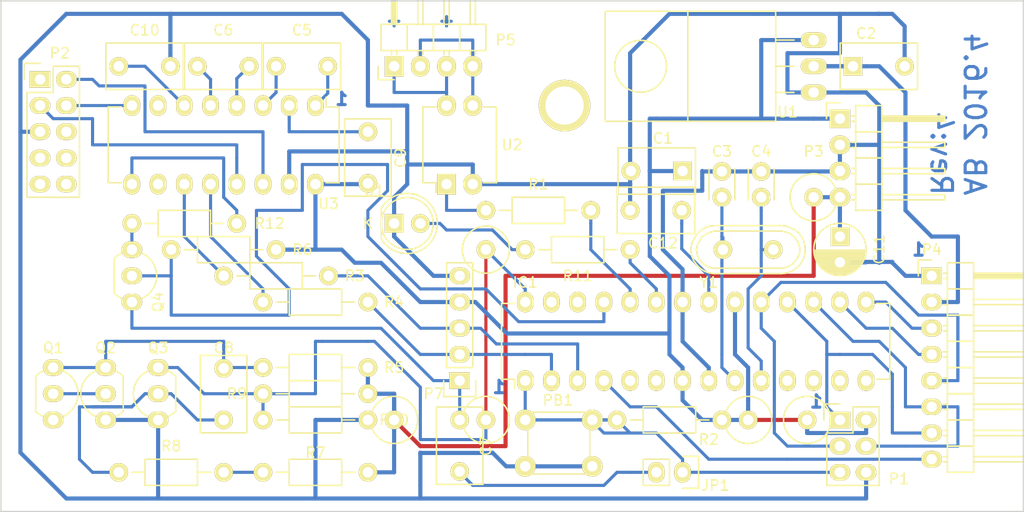
<source format=kicad_pcb>
(kicad_pcb (version 4) (host pcbnew 4.0.2-stable)

  (general
    (links 104)
    (no_connects 0)
    (area 62.154999 26.594999 161.365001 76.275001)
    (thickness 1.6)
    (drawings 11)
    (tracks 421)
    (zones 0)
    (modules 49)
    (nets 61)
  )

  (page A4 portrait)
  (layers
    (0 F.Cu signal hide)
    (31 B.Cu signal)
    (32 B.Adhes user)
    (33 F.Adhes user)
    (34 B.Paste user)
    (35 F.Paste user)
    (36 B.SilkS user)
    (37 F.SilkS user)
    (38 B.Mask user)
    (39 F.Mask user)
    (40 Dwgs.User user)
    (41 Cmts.User user)
    (42 Eco1.User user)
    (43 Eco2.User user)
    (44 Edge.Cuts user)
    (45 Margin user)
    (46 B.CrtYd user)
    (47 F.CrtYd user)
    (48 B.Fab user)
    (49 F.Fab user)
  )

  (setup
    (last_trace_width 0.3)
    (trace_clearance 0.2)
    (zone_clearance 0.508)
    (zone_45_only yes)
    (trace_min 0.2)
    (segment_width 0.2)
    (edge_width 0.15)
    (via_size 0.6)
    (via_drill 0.4)
    (via_min_size 0.4)
    (via_min_drill 0.3)
    (uvia_size 0.3)
    (uvia_drill 0.1)
    (uvias_allowed no)
    (uvia_min_size 0.2)
    (uvia_min_drill 0.1)
    (pcb_text_width 0.3)
    (pcb_text_size 1.5 1.5)
    (mod_edge_width 0.15)
    (mod_text_size 1 1)
    (mod_text_width 0.15)
    (pad_size 2 1.6)
    (pad_drill 1)
    (pad_to_mask_clearance 0.2)
    (aux_axis_origin 0 0)
    (visible_elements 7FFEFF7F)
    (pcbplotparams
      (layerselection 0x01020_80000001)
      (usegerberextensions false)
      (excludeedgelayer true)
      (linewidth 0.100000)
      (plotframeref false)
      (viasonmask false)
      (mode 1)
      (useauxorigin false)
      (hpglpennumber 1)
      (hpglpenspeed 20)
      (hpglpendiameter 15)
      (hpglpenoverlay 2)
      (psnegative false)
      (psa4output false)
      (plotreference true)
      (plotvalue true)
      (plotinvisibletext false)
      (padsonsilk false)
      (subtractmaskfromsilk false)
      (outputformat 1)
      (mirror false)
      (drillshape 0)
      (scaleselection 1)
      (outputdirectory ""))
  )

  (net 0 "")
  (net 1 VCC5V)
  (net 2 GND)
  (net 3 VCC3.3V)
  (net 4 "Net-(C3-Pad1)")
  (net 5 "Net-(C4-Pad1)")
  (net 6 "Net-(C5-Pad1)")
  (net 7 "Net-(C5-Pad2)")
  (net 8 "Net-(C6-Pad1)")
  (net 9 "Net-(C6-Pad2)")
  (net 10 "Net-(C8-Pad1)")
  (net 11 "Net-(C8-Pad2)")
  (net 12 "Net-(C9-Pad1)")
  (net 13 "Net-(C10-Pad1)")
  (net 14 VCC12V)
  (net 15 RESET)
  (net 16 RX)
  (net 17 TX)
  (net 18 IRQ)
  (net 19 "Net-(IC1-Pad5)")
  (net 20 NLOCK)
  (net 21 WDT_RST)
  (net 22 "Net-(IC1-Pad12)")
  (net 23 "Net-(IC1-Pad13)")
  (net 24 "Net-(IC1-Pad14)")
  (net 25 CE)
  (net 26 CSN)
  (net 27 MOSI)
  (net 28 MISO)
  (net 29 SCK)
  (net 30 RNG)
  (net 31 "Net-(IC1-Pad26)")
  (net 32 "Net-(IC1-Pad27)")
  (net 33 "Net-(P2-Pad1)")
  (net 34 RS_RX)
  (net 35 RS_TX)
  (net 36 RS_DTR)
  (net 37 "Net-(P2-Pad6)")
  (net 38 "Net-(P2-Pad7)")
  (net 39 "Net-(P2-Pad8)")
  (net 40 "Net-(P2-Pad9)")
  (net 41 "Net-(P2-Pad10)")
  (net 42 MB_GND)
  (net 43 RST_SW)
  (net 44 "Net-(Q1-Pad2)")
  (net 45 "Net-(Q1-Pad1)")
  (net 46 "Net-(R1-Pad1)")
  (net 47 "Net-(R3-Pad1)")
  (net 48 "Net-(R4-Pad1)")
  (net 49 "Net-(R7-Pad1)")
  (net 50 "Net-(U3-Pad7)")
  (net 51 "Net-(U3-Pad10)")
  (net 52 DTR)
  (net 53 "Net-(D1-Pad2)")
  (net 54 "Net-(Q4-Pad3)")
  (net 55 "Net-(IC1-Pad6)")
  (net 56 "Net-(IC1-Pad11)")
  (net 57 "Net-(IC1-Pad23)")
  (net 58 "Net-(R12-Pad2)")
  (net 59 "Net-(C12-Pad2)")
  (net 60 "Net-(C7-Pad2)")

  (net_class Default "This is the default net class."
    (clearance 0.2)
    (trace_width 0.3)
    (via_dia 0.6)
    (via_drill 0.4)
    (uvia_dia 0.3)
    (uvia_drill 0.1)
    (add_net CE)
    (add_net CSN)
    (add_net DTR)
    (add_net IRQ)
    (add_net MB_GND)
    (add_net MISO)
    (add_net MOSI)
    (add_net NLOCK)
    (add_net "Net-(C10-Pad1)")
    (add_net "Net-(C12-Pad2)")
    (add_net "Net-(C3-Pad1)")
    (add_net "Net-(C4-Pad1)")
    (add_net "Net-(C5-Pad1)")
    (add_net "Net-(C5-Pad2)")
    (add_net "Net-(C6-Pad1)")
    (add_net "Net-(C6-Pad2)")
    (add_net "Net-(C7-Pad2)")
    (add_net "Net-(C8-Pad1)")
    (add_net "Net-(C8-Pad2)")
    (add_net "Net-(C9-Pad1)")
    (add_net "Net-(D1-Pad2)")
    (add_net "Net-(IC1-Pad11)")
    (add_net "Net-(IC1-Pad12)")
    (add_net "Net-(IC1-Pad13)")
    (add_net "Net-(IC1-Pad14)")
    (add_net "Net-(IC1-Pad23)")
    (add_net "Net-(IC1-Pad26)")
    (add_net "Net-(IC1-Pad27)")
    (add_net "Net-(IC1-Pad5)")
    (add_net "Net-(IC1-Pad6)")
    (add_net "Net-(P2-Pad1)")
    (add_net "Net-(P2-Pad10)")
    (add_net "Net-(P2-Pad6)")
    (add_net "Net-(P2-Pad7)")
    (add_net "Net-(P2-Pad8)")
    (add_net "Net-(P2-Pad9)")
    (add_net "Net-(Q1-Pad1)")
    (add_net "Net-(Q1-Pad2)")
    (add_net "Net-(Q4-Pad3)")
    (add_net "Net-(R1-Pad1)")
    (add_net "Net-(R12-Pad2)")
    (add_net "Net-(R3-Pad1)")
    (add_net "Net-(R4-Pad1)")
    (add_net "Net-(R7-Pad1)")
    (add_net "Net-(U3-Pad10)")
    (add_net "Net-(U3-Pad7)")
    (add_net RESET)
    (add_net RNG)
    (add_net RST_SW)
    (add_net RS_DTR)
    (add_net RS_RX)
    (add_net RS_TX)
    (add_net RX)
    (add_net SCK)
    (add_net TX)
    (add_net WDT_RST)
  )

  (net_class Power ""
    (clearance 0.2)
    (trace_width 0.4)
    (via_dia 0.6)
    (via_drill 0.4)
    (uvia_dia 0.3)
    (uvia_drill 0.1)
    (add_net GND)
    (add_net VCC12V)
    (add_net VCC3.3V)
    (add_net VCC5V)
  )

  (module Pin_Headers:Pin_Header_Angled_1x08 (layer F.Cu) (tedit 5723364A) (tstamp 5700A1F0)
    (at 152.4 53.34)
    (descr "Through hole pin header")
    (tags "pin header")
    (path /56FCAEB6)
    (fp_text reference P4 (at 0 -2.54) (layer F.SilkS)
      (effects (font (size 1 1) (thickness 0.15)))
    )
    (fp_text value nRF24L01+ (at 0 -3.1) (layer F.Fab)
      (effects (font (size 1 1) (thickness 0.15)))
    )
    (fp_line (start -1.5 -1.75) (end -1.5 19.55) (layer F.CrtYd) (width 0.05))
    (fp_line (start 10.65 -1.75) (end 10.65 19.55) (layer F.CrtYd) (width 0.05))
    (fp_line (start -1.5 -1.75) (end 10.65 -1.75) (layer F.CrtYd) (width 0.05))
    (fp_line (start -1.5 19.55) (end 10.65 19.55) (layer F.CrtYd) (width 0.05))
    (fp_line (start -1.3 -1.55) (end -1.3 0) (layer F.SilkS) (width 0.15))
    (fp_line (start 0 -1.55) (end -1.3 -1.55) (layer F.SilkS) (width 0.15))
    (fp_line (start 4.191 -0.127) (end 10.033 -0.127) (layer F.SilkS) (width 0.15))
    (fp_line (start 10.033 -0.127) (end 10.033 0.127) (layer F.SilkS) (width 0.15))
    (fp_line (start 10.033 0.127) (end 4.191 0.127) (layer F.SilkS) (width 0.15))
    (fp_line (start 4.191 0.127) (end 4.191 0) (layer F.SilkS) (width 0.15))
    (fp_line (start 4.191 0) (end 10.033 0) (layer F.SilkS) (width 0.15))
    (fp_line (start 1.524 17.526) (end 1.143 17.526) (layer F.SilkS) (width 0.15))
    (fp_line (start 1.524 18.034) (end 1.143 18.034) (layer F.SilkS) (width 0.15))
    (fp_line (start 1.524 -0.254) (end 1.143 -0.254) (layer F.SilkS) (width 0.15))
    (fp_line (start 1.524 0.254) (end 1.143 0.254) (layer F.SilkS) (width 0.15))
    (fp_line (start 1.524 2.286) (end 1.143 2.286) (layer F.SilkS) (width 0.15))
    (fp_line (start 1.524 2.794) (end 1.143 2.794) (layer F.SilkS) (width 0.15))
    (fp_line (start 1.524 4.826) (end 1.143 4.826) (layer F.SilkS) (width 0.15))
    (fp_line (start 1.524 5.334) (end 1.143 5.334) (layer F.SilkS) (width 0.15))
    (fp_line (start 1.524 15.494) (end 1.143 15.494) (layer F.SilkS) (width 0.15))
    (fp_line (start 1.524 14.986) (end 1.143 14.986) (layer F.SilkS) (width 0.15))
    (fp_line (start 1.524 12.954) (end 1.143 12.954) (layer F.SilkS) (width 0.15))
    (fp_line (start 1.524 12.446) (end 1.143 12.446) (layer F.SilkS) (width 0.15))
    (fp_line (start 1.524 10.414) (end 1.143 10.414) (layer F.SilkS) (width 0.15))
    (fp_line (start 1.524 9.906) (end 1.143 9.906) (layer F.SilkS) (width 0.15))
    (fp_line (start 1.524 7.874) (end 1.143 7.874) (layer F.SilkS) (width 0.15))
    (fp_line (start 1.524 7.366) (end 1.143 7.366) (layer F.SilkS) (width 0.15))
    (fp_line (start 1.524 13.97) (end 4.064 13.97) (layer F.SilkS) (width 0.15))
    (fp_line (start 1.524 13.97) (end 1.524 16.51) (layer F.SilkS) (width 0.15))
    (fp_line (start 1.524 16.51) (end 4.064 16.51) (layer F.SilkS) (width 0.15))
    (fp_line (start 4.064 14.986) (end 10.16 14.986) (layer F.SilkS) (width 0.15))
    (fp_line (start 10.16 14.986) (end 10.16 15.494) (layer F.SilkS) (width 0.15))
    (fp_line (start 10.16 15.494) (end 4.064 15.494) (layer F.SilkS) (width 0.15))
    (fp_line (start 4.064 16.51) (end 4.064 13.97) (layer F.SilkS) (width 0.15))
    (fp_line (start 4.064 19.05) (end 4.064 16.51) (layer F.SilkS) (width 0.15))
    (fp_line (start 10.16 18.034) (end 4.064 18.034) (layer F.SilkS) (width 0.15))
    (fp_line (start 10.16 17.526) (end 10.16 18.034) (layer F.SilkS) (width 0.15))
    (fp_line (start 4.064 17.526) (end 10.16 17.526) (layer F.SilkS) (width 0.15))
    (fp_line (start 1.524 16.51) (end 1.524 19.05) (layer F.SilkS) (width 0.15))
    (fp_line (start 1.524 16.51) (end 4.064 16.51) (layer F.SilkS) (width 0.15))
    (fp_line (start 1.524 19.05) (end 4.064 19.05) (layer F.SilkS) (width 0.15))
    (fp_line (start 1.524 -1.27) (end 4.064 -1.27) (layer F.SilkS) (width 0.15))
    (fp_line (start 1.524 1.27) (end 4.064 1.27) (layer F.SilkS) (width 0.15))
    (fp_line (start 1.524 1.27) (end 1.524 3.81) (layer F.SilkS) (width 0.15))
    (fp_line (start 1.524 3.81) (end 4.064 3.81) (layer F.SilkS) (width 0.15))
    (fp_line (start 4.064 2.286) (end 10.16 2.286) (layer F.SilkS) (width 0.15))
    (fp_line (start 10.16 2.286) (end 10.16 2.794) (layer F.SilkS) (width 0.15))
    (fp_line (start 10.16 2.794) (end 4.064 2.794) (layer F.SilkS) (width 0.15))
    (fp_line (start 4.064 3.81) (end 4.064 1.27) (layer F.SilkS) (width 0.15))
    (fp_line (start 4.064 1.27) (end 4.064 -1.27) (layer F.SilkS) (width 0.15))
    (fp_line (start 10.16 0.254) (end 4.064 0.254) (layer F.SilkS) (width 0.15))
    (fp_line (start 10.16 -0.254) (end 10.16 0.254) (layer F.SilkS) (width 0.15))
    (fp_line (start 4.064 -0.254) (end 10.16 -0.254) (layer F.SilkS) (width 0.15))
    (fp_line (start 1.524 1.27) (end 4.064 1.27) (layer F.SilkS) (width 0.15))
    (fp_line (start 1.524 -1.27) (end 1.524 1.27) (layer F.SilkS) (width 0.15))
    (fp_line (start 1.524 8.89) (end 4.064 8.89) (layer F.SilkS) (width 0.15))
    (fp_line (start 1.524 8.89) (end 1.524 11.43) (layer F.SilkS) (width 0.15))
    (fp_line (start 1.524 11.43) (end 4.064 11.43) (layer F.SilkS) (width 0.15))
    (fp_line (start 4.064 9.906) (end 10.16 9.906) (layer F.SilkS) (width 0.15))
    (fp_line (start 10.16 9.906) (end 10.16 10.414) (layer F.SilkS) (width 0.15))
    (fp_line (start 10.16 10.414) (end 4.064 10.414) (layer F.SilkS) (width 0.15))
    (fp_line (start 4.064 11.43) (end 4.064 8.89) (layer F.SilkS) (width 0.15))
    (fp_line (start 4.064 13.97) (end 4.064 11.43) (layer F.SilkS) (width 0.15))
    (fp_line (start 10.16 12.954) (end 4.064 12.954) (layer F.SilkS) (width 0.15))
    (fp_line (start 10.16 12.446) (end 10.16 12.954) (layer F.SilkS) (width 0.15))
    (fp_line (start 4.064 12.446) (end 10.16 12.446) (layer F.SilkS) (width 0.15))
    (fp_line (start 1.524 13.97) (end 4.064 13.97) (layer F.SilkS) (width 0.15))
    (fp_line (start 1.524 11.43) (end 1.524 13.97) (layer F.SilkS) (width 0.15))
    (fp_line (start 1.524 11.43) (end 4.064 11.43) (layer F.SilkS) (width 0.15))
    (fp_line (start 1.524 6.35) (end 4.064 6.35) (layer F.SilkS) (width 0.15))
    (fp_line (start 1.524 6.35) (end 1.524 8.89) (layer F.SilkS) (width 0.15))
    (fp_line (start 1.524 8.89) (end 4.064 8.89) (layer F.SilkS) (width 0.15))
    (fp_line (start 4.064 7.366) (end 10.16 7.366) (layer F.SilkS) (width 0.15))
    (fp_line (start 10.16 7.366) (end 10.16 7.874) (layer F.SilkS) (width 0.15))
    (fp_line (start 10.16 7.874) (end 4.064 7.874) (layer F.SilkS) (width 0.15))
    (fp_line (start 4.064 8.89) (end 4.064 6.35) (layer F.SilkS) (width 0.15))
    (fp_line (start 4.064 6.35) (end 4.064 3.81) (layer F.SilkS) (width 0.15))
    (fp_line (start 10.16 5.334) (end 4.064 5.334) (layer F.SilkS) (width 0.15))
    (fp_line (start 10.16 4.826) (end 10.16 5.334) (layer F.SilkS) (width 0.15))
    (fp_line (start 4.064 4.826) (end 10.16 4.826) (layer F.SilkS) (width 0.15))
    (fp_line (start 1.524 6.35) (end 4.064 6.35) (layer F.SilkS) (width 0.15))
    (fp_line (start 1.524 3.81) (end 1.524 6.35) (layer F.SilkS) (width 0.15))
    (fp_line (start 1.524 3.81) (end 4.064 3.81) (layer F.SilkS) (width 0.15))
    (pad 1 thru_hole rect (at 0 0) (size 2 1.6) (drill 1) (layers *.Cu *.Mask F.SilkS)
      (net 2 GND))
    (pad 2 thru_hole oval (at 0 2.54) (size 2 1.6) (drill 1) (layers *.Cu *.Mask F.SilkS)
      (net 3 VCC3.3V))
    (pad 3 thru_hole oval (at 0 5.08) (size 2 1.6) (drill 1) (layers *.Cu *.Mask F.SilkS)
      (net 25 CE))
    (pad 4 thru_hole oval (at 0 7.62) (size 2 1.6) (drill 1) (layers *.Cu *.Mask F.SilkS)
      (net 26 CSN))
    (pad 5 thru_hole oval (at 0 10.16) (size 2 1.6) (drill 1) (layers *.Cu *.Mask F.SilkS)
      (net 29 SCK))
    (pad 6 thru_hole oval (at 0 12.7) (size 2 1.6) (drill 1) (layers *.Cu *.Mask F.SilkS)
      (net 27 MOSI))
    (pad 7 thru_hole oval (at 0 15.24) (size 2 1.6) (drill 1) (layers *.Cu *.Mask F.SilkS)
      (net 28 MISO))
    (pad 8 thru_hole oval (at 0 17.78) (size 2 1.6) (drill 1) (layers *.Cu *.Mask F.SilkS)
      (net 18 IRQ))
    (model Pin_Headers.3dshapes/Pin_Header_Angled_1x08.wrl
      (at (xyz 0 -0.35 0))
      (scale (xyz 1 1 1))
      (rotate (xyz 0 0 90))
    )
  )

  (module Resistors_ThroughHole:Resistor_Horizontal_RM10mm (layer F.Cu) (tedit 570A35BA) (tstamp 56FD5692)
    (at 78.74 50.8)
    (descr "Resistor, Axial,  RM 10mm, 1/3W")
    (tags "Resistor Axial RM 10mm 1/3W")
    (path /571674FA)
    (fp_text reference R6 (at 12.7 0) (layer F.SilkS)
      (effects (font (size 1 1) (thickness 0.15)))
    )
    (fp_text value 1M (at 5.08 3.81) (layer F.Fab)
      (effects (font (size 1 1) (thickness 0.15)))
    )
    (fp_line (start -1.25 -1.5) (end 11.4 -1.5) (layer F.CrtYd) (width 0.05))
    (fp_line (start -1.25 1.5) (end -1.25 -1.5) (layer F.CrtYd) (width 0.05))
    (fp_line (start 11.4 -1.5) (end 11.4 1.5) (layer F.CrtYd) (width 0.05))
    (fp_line (start -1.25 1.5) (end 11.4 1.5) (layer F.CrtYd) (width 0.05))
    (fp_line (start 2.54 -1.27) (end 7.62 -1.27) (layer F.SilkS) (width 0.15))
    (fp_line (start 7.62 -1.27) (end 7.62 1.27) (layer F.SilkS) (width 0.15))
    (fp_line (start 7.62 1.27) (end 2.54 1.27) (layer F.SilkS) (width 0.15))
    (fp_line (start 2.54 1.27) (end 2.54 -1.27) (layer F.SilkS) (width 0.15))
    (fp_line (start 2.54 0) (end 1.27 0) (layer F.SilkS) (width 0.15))
    (fp_line (start 7.62 0) (end 8.89 0) (layer F.SilkS) (width 0.15))
    (pad 1 thru_hole circle (at 0 0) (size 1.8 1.8) (drill 1) (layers *.Cu *.Mask F.SilkS)
      (net 20 NLOCK))
    (pad 2 thru_hole circle (at 10.16 0) (size 1.8 1.8) (drill 1) (layers *.Cu *.Mask F.SilkS)
      (net 1 VCC5V))
    (model Resistors_ThroughHole.3dshapes/Resistor_Horizontal_RM10mm.wrl
      (at (xyz 0.2 0 0))
      (scale (xyz 0.4 0.4 0.4))
      (rotate (xyz 0 0 0))
    )
  )

  (module Connect:1pin (layer F.Cu) (tedit 5704A19A) (tstamp 56FF7099)
    (at 109.22 50.8)
    (descr "module 1 pin (ou trou mecanique de percage)")
    (tags DEV)
    (fp_text reference REF** (at 0 -2) (layer F.SilkS) hide
      (effects (font (size 1 1) (thickness 0.15)))
    )
    (fp_text value 1pin (at 0 1.794) (layer F.Fab) hide
      (effects (font (size 1 1) (thickness 0.15)))
    )
    (fp_circle (center 0 0) (end 0 -2.286) (layer F.SilkS) (width 0.15))
    (pad 1 thru_hole circle (at 0 0) (size 1.8 1.8) (drill 1) (layers *.Cu *.Mask F.SilkS)
      (net 30 RNG))
  )

  (module Resistors_ThroughHole:Resistor_Horizontal_RM10mm (layer F.Cu) (tedit 57161191) (tstamp 56FD567A)
    (at 132.08 67.31 180)
    (descr "Resistor, Axial,  RM 10mm, 1/3W")
    (tags "Resistor Axial RM 10mm 1/3W")
    (path /56FDABAB)
    (fp_text reference R2 (at 1.27 -1.905 180) (layer F.SilkS)
      (effects (font (size 1 1) (thickness 0.15)))
    )
    (fp_text value 10k (at 5.08 3.81 180) (layer F.Fab)
      (effects (font (size 1 1) (thickness 0.15)))
    )
    (fp_line (start -1.25 -1.5) (end 11.4 -1.5) (layer F.CrtYd) (width 0.05))
    (fp_line (start -1.25 1.5) (end -1.25 -1.5) (layer F.CrtYd) (width 0.05))
    (fp_line (start 11.4 -1.5) (end 11.4 1.5) (layer F.CrtYd) (width 0.05))
    (fp_line (start -1.25 1.5) (end 11.4 1.5) (layer F.CrtYd) (width 0.05))
    (fp_line (start 2.54 -1.27) (end 7.62 -1.27) (layer F.SilkS) (width 0.15))
    (fp_line (start 7.62 -1.27) (end 7.62 1.27) (layer F.SilkS) (width 0.15))
    (fp_line (start 7.62 1.27) (end 2.54 1.27) (layer F.SilkS) (width 0.15))
    (fp_line (start 2.54 1.27) (end 2.54 -1.27) (layer F.SilkS) (width 0.15))
    (fp_line (start 2.54 0) (end 1.27 0) (layer F.SilkS) (width 0.15))
    (fp_line (start 7.62 0) (end 8.89 0) (layer F.SilkS) (width 0.15))
    (pad 1 thru_hole circle (at 0 0 180) (size 1.8 1.8) (drill 1) (layers *.Cu *.Mask F.SilkS)
      (net 1 VCC5V))
    (pad 2 thru_hole circle (at 10.16 0 180) (size 1.8 1.8) (drill 1) (layers *.Cu *.Mask F.SilkS)
      (net 15 RESET))
    (model Resistors_ThroughHole.3dshapes/Resistor_Horizontal_RM10mm.wrl
      (at (xyz 0.2 0 0))
      (scale (xyz 0.4 0.4 0.4))
      (rotate (xyz 0 0 0))
    )
  )

  (module Capacitors_ThroughHole:C_Radial_D5_L6_P2.5 (layer F.Cu) (tedit 5704A314) (tstamp 56FD55EC)
    (at 143.51 49.53 270)
    (descr "Radial Electrolytic Capacitor Diameter 5mm x Length 6mm, Pitch 2.5mm")
    (tags "Electrolytic Capacitor")
    (path /5706E4EB)
    (fp_text reference C11 (at 1.25 -3.8 270) (layer F.SilkS)
      (effects (font (size 1 1) (thickness 0.15)))
    )
    (fp_text value 10μF (at 1.25 3.8 270) (layer F.Fab)
      (effects (font (size 1 1) (thickness 0.15)))
    )
    (fp_line (start 1.325 -2.499) (end 1.325 2.499) (layer F.SilkS) (width 0.15))
    (fp_line (start 1.465 -2.491) (end 1.465 2.491) (layer F.SilkS) (width 0.15))
    (fp_line (start 1.605 -2.475) (end 1.605 -0.095) (layer F.SilkS) (width 0.15))
    (fp_line (start 1.605 0.095) (end 1.605 2.475) (layer F.SilkS) (width 0.15))
    (fp_line (start 1.745 -2.451) (end 1.745 -0.49) (layer F.SilkS) (width 0.15))
    (fp_line (start 1.745 0.49) (end 1.745 2.451) (layer F.SilkS) (width 0.15))
    (fp_line (start 1.885 -2.418) (end 1.885 -0.657) (layer F.SilkS) (width 0.15))
    (fp_line (start 1.885 0.657) (end 1.885 2.418) (layer F.SilkS) (width 0.15))
    (fp_line (start 2.025 -2.377) (end 2.025 -0.764) (layer F.SilkS) (width 0.15))
    (fp_line (start 2.025 0.764) (end 2.025 2.377) (layer F.SilkS) (width 0.15))
    (fp_line (start 2.165 -2.327) (end 2.165 -0.835) (layer F.SilkS) (width 0.15))
    (fp_line (start 2.165 0.835) (end 2.165 2.327) (layer F.SilkS) (width 0.15))
    (fp_line (start 2.305 -2.266) (end 2.305 -0.879) (layer F.SilkS) (width 0.15))
    (fp_line (start 2.305 0.879) (end 2.305 2.266) (layer F.SilkS) (width 0.15))
    (fp_line (start 2.445 -2.196) (end 2.445 -0.898) (layer F.SilkS) (width 0.15))
    (fp_line (start 2.445 0.898) (end 2.445 2.196) (layer F.SilkS) (width 0.15))
    (fp_line (start 2.585 -2.114) (end 2.585 -0.896) (layer F.SilkS) (width 0.15))
    (fp_line (start 2.585 0.896) (end 2.585 2.114) (layer F.SilkS) (width 0.15))
    (fp_line (start 2.725 -2.019) (end 2.725 -0.871) (layer F.SilkS) (width 0.15))
    (fp_line (start 2.725 0.871) (end 2.725 2.019) (layer F.SilkS) (width 0.15))
    (fp_line (start 2.865 -1.908) (end 2.865 -0.823) (layer F.SilkS) (width 0.15))
    (fp_line (start 2.865 0.823) (end 2.865 1.908) (layer F.SilkS) (width 0.15))
    (fp_line (start 3.005 -1.78) (end 3.005 -0.745) (layer F.SilkS) (width 0.15))
    (fp_line (start 3.005 0.745) (end 3.005 1.78) (layer F.SilkS) (width 0.15))
    (fp_line (start 3.145 -1.631) (end 3.145 -0.628) (layer F.SilkS) (width 0.15))
    (fp_line (start 3.145 0.628) (end 3.145 1.631) (layer F.SilkS) (width 0.15))
    (fp_line (start 3.285 -1.452) (end 3.285 -0.44) (layer F.SilkS) (width 0.15))
    (fp_line (start 3.285 0.44) (end 3.285 1.452) (layer F.SilkS) (width 0.15))
    (fp_line (start 3.425 -1.233) (end 3.425 1.233) (layer F.SilkS) (width 0.15))
    (fp_line (start 3.565 -0.944) (end 3.565 0.944) (layer F.SilkS) (width 0.15))
    (fp_line (start 3.705 -0.472) (end 3.705 0.472) (layer F.SilkS) (width 0.15))
    (fp_circle (center 2.5 0) (end 2.5 -0.9) (layer F.SilkS) (width 0.15))
    (fp_circle (center 1.25 0) (end 1.25 -2.5375) (layer F.SilkS) (width 0.15))
    (fp_circle (center 1.25 0) (end 1.25 -2.8) (layer F.CrtYd) (width 0.05))
    (pad 1 thru_hole rect (at 0 0 270) (size 1.8 1.8) (drill 1) (layers *.Cu *.Mask F.SilkS)
      (net 14 VCC12V))
    (pad 2 thru_hole circle (at 2.5 0 270) (size 1.8 1.8) (drill 1) (layers *.Cu *.Mask F.SilkS)
      (net 2 GND))
    (model Capacitors_ThroughHole.3dshapes/C_Radial_D5_L6_P2.5.wrl
      (at (xyz 0.0492126 0 0))
      (scale (xyz 1 1 1))
      (rotate (xyz 0 0 90))
    )
  )

  (module LEDs:LED-5MM (layer F.Cu) (tedit 5704A19E) (tstamp 56FE0E2A)
    (at 100.33 48.26)
    (descr "LED 5mm round vertical")
    (tags "LED 5mm round vertical")
    (path /57022307)
    (fp_text reference D1 (at -1.905 -3.175) (layer F.SilkS)
      (effects (font (size 1 1) (thickness 0.15)))
    )
    (fp_text value LED (at 1.524 -3.937) (layer F.Fab)
      (effects (font (size 1 1) (thickness 0.15)))
    )
    (fp_line (start -1.5 -1.55) (end -1.5 1.55) (layer F.CrtYd) (width 0.05))
    (fp_arc (start 1.3 0) (end -1.5 1.55) (angle -302) (layer F.CrtYd) (width 0.05))
    (fp_arc (start 1.27 0) (end -1.23 -1.5) (angle 297.5) (layer F.SilkS) (width 0.15))
    (fp_line (start -1.23 1.5) (end -1.23 -1.5) (layer F.SilkS) (width 0.15))
    (fp_circle (center 1.27 0) (end 0.97 -2.5) (layer F.SilkS) (width 0.15))
    (fp_text user K (at -2.54 0) (layer F.SilkS)
      (effects (font (size 1 1) (thickness 0.15)))
    )
    (pad 1 thru_hole rect (at 0 0) (size 1.8 1.8) (drill 1) (layers *.Cu *.Mask F.SilkS)
      (net 2 GND))
    (pad 2 thru_hole circle (at 2.54 0) (size 1.8 1.8) (drill 1) (layers *.Cu *.Mask F.SilkS)
      (net 53 "Net-(D1-Pad2)"))
    (model LEDs.3dshapes/LED-5MM.wrl
      (at (xyz 0.05 0 0))
      (scale (xyz 1 1 1))
      (rotate (xyz 0 0 90))
    )
  )

  (module Connect:1pin (layer F.Cu) (tedit 5704A2B7) (tstamp 56FF79C5)
    (at 134.62 67.31)
    (descr "module 1 pin (ou trou mecanique de percage)")
    (tags DEV)
    (fp_text reference REF** (at 0 -2) (layer F.SilkS) hide
      (effects (font (size 1 1) (thickness 0.15)))
    )
    (fp_text value 1pin (at 0 1.794) (layer F.Fab) hide
      (effects (font (size 1 1) (thickness 0.15)))
    )
    (fp_circle (center 0 0) (end 0 -2.286) (layer F.SilkS) (width 0.15))
    (pad 1 thru_hole circle (at 0 0) (size 1.8 1.8) (drill 1) (layers *.Cu *.Mask F.SilkS)
      (net 1 VCC5V))
  )

  (module Connect:1pin (layer F.Cu) (tedit 5704A170) (tstamp 56FF78FE)
    (at 140.97 45.72)
    (descr "module 1 pin (ou trou mecanique de percage)")
    (tags DEV)
    (fp_text reference REF** (at 0 -2) (layer F.SilkS) hide
      (effects (font (size 1 1) (thickness 0.15)))
    )
    (fp_text value 1pin (at 0 1.794) (layer F.Fab) hide
      (effects (font (size 1 1) (thickness 0.15)))
    )
    (fp_circle (center 0 0) (end 0 -2.286) (layer F.SilkS) (width 0.15))
    (pad 1 thru_hole circle (at 0 0) (size 1.8 1.8) (drill 1) (layers *.Cu *.Mask F.SilkS)
      (net 14 VCC12V))
  )

  (module Connect:1pin (layer F.Cu) (tedit 5704A1CA) (tstamp 56FF77B3)
    (at 100.33 67.31)
    (descr "module 1 pin (ou trou mecanique de percage)")
    (tags DEV)
    (fp_text reference REF** (at 0 -2) (layer F.SilkS) hide
      (effects (font (size 1 1) (thickness 0.15)))
    )
    (fp_text value 1pin (at 0 1.794) (layer F.Fab) hide
      (effects (font (size 1 1) (thickness 0.15)))
    )
    (fp_circle (center 0 0) (end 0 -2.286) (layer F.SilkS) (width 0.15))
    (pad 1 thru_hole circle (at 0 0) (size 1.8 1.8) (drill 1) (layers *.Cu *.Mask F.SilkS)
      (net 14 VCC12V))
  )

  (module Connect:1pin (layer F.Cu) (tedit 5704A350) (tstamp 56FF6DAD)
    (at 140.335 67.31)
    (descr "module 1 pin (ou trou mecanique de percage)")
    (tags DEV)
    (fp_text reference REF** (at 0 -2) (layer F.SilkS) hide
      (effects (font (size 1 1) (thickness 0.15)))
    )
    (fp_text value 1pin (at 0 1.794) (layer F.Fab) hide
      (effects (font (size 1 1) (thickness 0.15)))
    )
    (fp_circle (center 0 0) (end 0 -2.286) (layer F.SilkS) (width 0.15))
    (pad 1 thru_hole circle (at 0 0) (size 1.8 1.8) (drill 1) (layers *.Cu *.Mask F.SilkS)
      (net 1 VCC5V))
  )

  (module Crystals:Crystal_HC49-U_Vertical (layer F.Cu) (tedit 5704A17C) (tstamp 56FD56D4)
    (at 134.62 50.8 180)
    (descr "Crystal Quarz HC49/U vertical stehend")
    (tags "Crystal Quarz HC49/U vertical stehend")
    (path /56FCFA3D)
    (fp_text reference Y1 (at 3.81 -3.175 180) (layer F.SilkS)
      (effects (font (size 1 1) (thickness 0.15)))
    )
    (fp_text value 20MHz (at 0 3.81 180) (layer F.Fab)
      (effects (font (size 1 1) (thickness 0.15)))
    )
    (fp_line (start 4.699 -1.00076) (end 4.89966 -0.59944) (layer F.SilkS) (width 0.15))
    (fp_line (start 4.89966 -0.59944) (end 5.00126 0) (layer F.SilkS) (width 0.15))
    (fp_line (start 5.00126 0) (end 4.89966 0.50038) (layer F.SilkS) (width 0.15))
    (fp_line (start 4.89966 0.50038) (end 4.50088 1.19888) (layer F.SilkS) (width 0.15))
    (fp_line (start 4.50088 1.19888) (end 3.8989 1.6002) (layer F.SilkS) (width 0.15))
    (fp_line (start 3.8989 1.6002) (end 3.29946 1.80086) (layer F.SilkS) (width 0.15))
    (fp_line (start 3.29946 1.80086) (end -3.29946 1.80086) (layer F.SilkS) (width 0.15))
    (fp_line (start -3.29946 1.80086) (end -4.0005 1.6002) (layer F.SilkS) (width 0.15))
    (fp_line (start -4.0005 1.6002) (end -4.39928 1.30048) (layer F.SilkS) (width 0.15))
    (fp_line (start -4.39928 1.30048) (end -4.8006 0.8001) (layer F.SilkS) (width 0.15))
    (fp_line (start -4.8006 0.8001) (end -5.00126 0.20066) (layer F.SilkS) (width 0.15))
    (fp_line (start -5.00126 0.20066) (end -5.00126 -0.29972) (layer F.SilkS) (width 0.15))
    (fp_line (start -5.00126 -0.29972) (end -4.8006 -0.8001) (layer F.SilkS) (width 0.15))
    (fp_line (start -4.8006 -0.8001) (end -4.30022 -1.39954) (layer F.SilkS) (width 0.15))
    (fp_line (start -4.30022 -1.39954) (end -3.79984 -1.69926) (layer F.SilkS) (width 0.15))
    (fp_line (start -3.79984 -1.69926) (end -3.29946 -1.80086) (layer F.SilkS) (width 0.15))
    (fp_line (start -3.2004 -1.80086) (end 3.40106 -1.80086) (layer F.SilkS) (width 0.15))
    (fp_line (start 3.40106 -1.80086) (end 3.79984 -1.69926) (layer F.SilkS) (width 0.15))
    (fp_line (start 3.79984 -1.69926) (end 4.30022 -1.39954) (layer F.SilkS) (width 0.15))
    (fp_line (start 4.30022 -1.39954) (end 4.8006 -0.89916) (layer F.SilkS) (width 0.15))
    (fp_line (start -3.19024 -2.32918) (end -3.64998 -2.28092) (layer F.SilkS) (width 0.15))
    (fp_line (start -3.64998 -2.28092) (end -4.04876 -2.16916) (layer F.SilkS) (width 0.15))
    (fp_line (start -4.04876 -2.16916) (end -4.48056 -1.95072) (layer F.SilkS) (width 0.15))
    (fp_line (start -4.48056 -1.95072) (end -4.77012 -1.71958) (layer F.SilkS) (width 0.15))
    (fp_line (start -4.77012 -1.71958) (end -5.10032 -1.36906) (layer F.SilkS) (width 0.15))
    (fp_line (start -5.10032 -1.36906) (end -5.38988 -0.83058) (layer F.SilkS) (width 0.15))
    (fp_line (start -5.38988 -0.83058) (end -5.51942 -0.23114) (layer F.SilkS) (width 0.15))
    (fp_line (start -5.51942 -0.23114) (end -5.51942 0.2794) (layer F.SilkS) (width 0.15))
    (fp_line (start -5.51942 0.2794) (end -5.34924 0.98044) (layer F.SilkS) (width 0.15))
    (fp_line (start -5.34924 0.98044) (end -4.95046 1.56972) (layer F.SilkS) (width 0.15))
    (fp_line (start -4.95046 1.56972) (end -4.49072 1.94056) (layer F.SilkS) (width 0.15))
    (fp_line (start -4.49072 1.94056) (end -4.06908 2.14884) (layer F.SilkS) (width 0.15))
    (fp_line (start -4.06908 2.14884) (end -3.6195 2.30886) (layer F.SilkS) (width 0.15))
    (fp_line (start -3.6195 2.30886) (end -3.18008 2.33934) (layer F.SilkS) (width 0.15))
    (fp_line (start 4.16052 2.1209) (end 4.53898 1.89992) (layer F.SilkS) (width 0.15))
    (fp_line (start 4.53898 1.89992) (end 4.85902 1.62052) (layer F.SilkS) (width 0.15))
    (fp_line (start 4.85902 1.62052) (end 5.11048 1.29032) (layer F.SilkS) (width 0.15))
    (fp_line (start 5.11048 1.29032) (end 5.4102 0.73914) (layer F.SilkS) (width 0.15))
    (fp_line (start 5.4102 0.73914) (end 5.51942 0.26924) (layer F.SilkS) (width 0.15))
    (fp_line (start 5.51942 0.26924) (end 5.53974 -0.1905) (layer F.SilkS) (width 0.15))
    (fp_line (start 5.53974 -0.1905) (end 5.45084 -0.65024) (layer F.SilkS) (width 0.15))
    (fp_line (start 5.45084 -0.65024) (end 5.26034 -1.09982) (layer F.SilkS) (width 0.15))
    (fp_line (start 5.26034 -1.09982) (end 4.89966 -1.56972) (layer F.SilkS) (width 0.15))
    (fp_line (start 4.89966 -1.56972) (end 4.54914 -1.88976) (layer F.SilkS) (width 0.15))
    (fp_line (start 4.54914 -1.88976) (end 4.16052 -2.1209) (layer F.SilkS) (width 0.15))
    (fp_line (start 4.16052 -2.1209) (end 3.73126 -2.2606) (layer F.SilkS) (width 0.15))
    (fp_line (start 3.73126 -2.2606) (end 3.2893 -2.32918) (layer F.SilkS) (width 0.15))
    (fp_line (start -3.2004 2.32918) (end 3.2512 2.32918) (layer F.SilkS) (width 0.15))
    (fp_line (start 3.2512 2.32918) (end 3.6703 2.29108) (layer F.SilkS) (width 0.15))
    (fp_line (start 3.6703 2.29108) (end 4.16052 2.1209) (layer F.SilkS) (width 0.15))
    (fp_line (start -3.2004 -2.32918) (end 3.2512 -2.32918) (layer F.SilkS) (width 0.15))
    (pad 1 thru_hole circle (at -2.44094 0 180) (size 1.8 1.8) (drill 1) (layers *.Cu *.Mask F.SilkS)
      (net 5 "Net-(C4-Pad1)"))
    (pad 2 thru_hole circle (at 2.44094 0 180) (size 1.8 1.8) (drill 1) (layers *.Cu *.Mask F.SilkS)
      (net 4 "Net-(C3-Pad1)"))
  )

  (module Housings_DIP:DIP-28_W7.62mm (layer F.Cu) (tedit 5704A020) (tstamp 56FE89AB)
    (at 113.03 63.5 90)
    (descr "28-lead dip package, row spacing 7.62 mm (300 mils)")
    (tags "dil dip 2.54 300")
    (path /56FB81D7)
    (fp_text reference IC1 (at 9.525 0 180) (layer F.SilkS)
      (effects (font (size 1 1) (thickness 0.15)))
    )
    (fp_text value ATMEGA328P-PU (at 0 -3.72 90) (layer F.Fab)
      (effects (font (size 1 1) (thickness 0.15)))
    )
    (fp_line (start -1.05 -2.45) (end -1.05 35.5) (layer F.CrtYd) (width 0.05))
    (fp_line (start 8.65 -2.45) (end 8.65 35.5) (layer F.CrtYd) (width 0.05))
    (fp_line (start -1.05 -2.45) (end 8.65 -2.45) (layer F.CrtYd) (width 0.05))
    (fp_line (start -1.05 35.5) (end 8.65 35.5) (layer F.CrtYd) (width 0.05))
    (fp_line (start 0.135 -2.295) (end 0.135 -1.025) (layer F.SilkS) (width 0.15))
    (fp_line (start 7.485 -2.295) (end 7.485 -1.025) (layer F.SilkS) (width 0.15))
    (fp_line (start 7.485 35.315) (end 7.485 34.045) (layer F.SilkS) (width 0.15))
    (fp_line (start 0.135 35.315) (end 0.135 34.045) (layer F.SilkS) (width 0.15))
    (fp_line (start 0.135 -2.295) (end 7.485 -2.295) (layer F.SilkS) (width 0.15))
    (fp_line (start 0.135 35.315) (end 7.485 35.315) (layer F.SilkS) (width 0.15))
    (fp_line (start 0.135 -1.025) (end -0.8 -1.025) (layer F.SilkS) (width 0.15))
    (pad 1 thru_hole oval (at 0 0 90) (size 2 1.6) (drill 1) (layers *.Cu *.Mask F.SilkS)
      (net 15 RESET))
    (pad 2 thru_hole oval (at 0 2.54 90) (size 2 1.6) (drill 1) (layers *.Cu *.Mask F.SilkS)
      (net 16 RX))
    (pad 3 thru_hole oval (at 0 5.08 90) (size 2 1.6) (drill 1) (layers *.Cu *.Mask F.SilkS)
      (net 17 TX))
    (pad 4 thru_hole oval (at 0 7.62 90) (size 2 1.6) (drill 1) (layers *.Cu *.Mask F.SilkS)
      (net 18 IRQ))
    (pad 5 thru_hole oval (at 0 10.16 90) (size 2 1.6) (drill 1) (layers *.Cu *.Mask F.SilkS)
      (net 19 "Net-(IC1-Pad5)"))
    (pad 6 thru_hole oval (at 0 12.7 90) (size 2 1.6) (drill 1) (layers *.Cu *.Mask F.SilkS)
      (net 55 "Net-(IC1-Pad6)"))
    (pad 7 thru_hole oval (at 0 15.24 90) (size 2 1.6) (drill 1) (layers *.Cu *.Mask F.SilkS)
      (net 1 VCC5V))
    (pad 8 thru_hole oval (at 0 17.78 90) (size 2 1.6) (drill 1) (layers *.Cu *.Mask F.SilkS)
      (net 2 GND))
    (pad 9 thru_hole oval (at 0 20.32 90) (size 2 1.6) (drill 1) (layers *.Cu *.Mask F.SilkS)
      (net 4 "Net-(C3-Pad1)"))
    (pad 10 thru_hole oval (at 0 22.86 90) (size 2 1.6) (drill 1) (layers *.Cu *.Mask F.SilkS)
      (net 5 "Net-(C4-Pad1)"))
    (pad 11 thru_hole oval (at 0 25.4 90) (size 2 1.6) (drill 1) (layers *.Cu *.Mask F.SilkS)
      (net 56 "Net-(IC1-Pad11)"))
    (pad 12 thru_hole oval (at 0 27.94 90) (size 2 1.6) (drill 1) (layers *.Cu *.Mask F.SilkS)
      (net 22 "Net-(IC1-Pad12)"))
    (pad 13 thru_hole oval (at 0 30.48 90) (size 2 1.6) (drill 1) (layers *.Cu *.Mask F.SilkS)
      (net 23 "Net-(IC1-Pad13)"))
    (pad 14 thru_hole oval (at 0 33.02 90) (size 2 1.6) (drill 1) (layers *.Cu *.Mask F.SilkS)
      (net 24 "Net-(IC1-Pad14)"))
    (pad 15 thru_hole oval (at 7.62 33.02 90) (size 2 1.6) (drill 1) (layers *.Cu *.Mask F.SilkS)
      (net 25 CE))
    (pad 16 thru_hole oval (at 7.62 30.48 90) (size 2 1.6) (drill 1) (layers *.Cu *.Mask F.SilkS)
      (net 26 CSN))
    (pad 17 thru_hole oval (at 7.62 27.94 90) (size 2 1.6) (drill 1) (layers *.Cu *.Mask F.SilkS)
      (net 27 MOSI))
    (pad 18 thru_hole oval (at 7.62 25.4 90) (size 2 1.6) (drill 1) (layers *.Cu *.Mask F.SilkS)
      (net 28 MISO))
    (pad 19 thru_hole oval (at 7.62 22.86 90) (size 2 1.6) (drill 1) (layers *.Cu *.Mask F.SilkS)
      (net 29 SCK))
    (pad 20 thru_hole oval (at 7.62 20.32 90) (size 2 1.6) (drill 1) (layers *.Cu *.Mask F.SilkS)
      (net 1 VCC5V))
    (pad 21 thru_hole oval (at 7.62 17.78 90) (size 2 1.6) (drill 1) (layers *.Cu *.Mask F.SilkS)
      (net 59 "Net-(C12-Pad2)"))
    (pad 22 thru_hole oval (at 7.62 15.24 90) (size 2 1.6) (drill 1) (layers *.Cu *.Mask F.SilkS)
      (net 2 GND))
    (pad 23 thru_hole oval (at 7.62 12.7 90) (size 2 1.6) (drill 1) (layers *.Cu *.Mask F.SilkS)
      (net 57 "Net-(IC1-Pad23)"))
    (pad 24 thru_hole oval (at 7.62 10.16 90) (size 2 1.6) (drill 1) (layers *.Cu *.Mask F.SilkS)
      (net 21 WDT_RST))
    (pad 25 thru_hole oval (at 7.62 7.62 90) (size 2 1.6) (drill 1) (layers *.Cu *.Mask F.SilkS)
      (net 20 NLOCK))
    (pad 26 thru_hole oval (at 7.62 5.08 90) (size 2 1.6) (drill 1) (layers *.Cu *.Mask F.SilkS)
      (net 31 "Net-(IC1-Pad26)"))
    (pad 27 thru_hole oval (at 7.62 2.54 90) (size 2 1.6) (drill 1) (layers *.Cu *.Mask F.SilkS)
      (net 32 "Net-(IC1-Pad27)"))
    (pad 28 thru_hole oval (at 7.62 0 90) (size 2 1.6) (drill 1) (layers *.Cu *.Mask F.SilkS)
      (net 30 RNG))
    (model Housings_DIP.3dshapes/DIP-28_W7.62mm.wrl
      (at (xyz 0 0 0))
      (scale (xyz 1 1 1))
      (rotate (xyz 0 0 0))
    )
  )

  (module TO_SOT_Packages_THT:TO-220_Neutral123_Horizontal (layer F.Cu) (tedit 5701064B) (tstamp 56FD56B2)
    (at 140.97 33.02 90)
    (descr "TO-220, Neutral, Horizontal,")
    (tags "TO-220, Neutral, Horizontal,")
    (path /56FF9233)
    (fp_text reference U1 (at -4.445 -2.54 180) (layer F.SilkS)
      (effects (font (size 1 1) (thickness 0.15)))
    )
    (fp_text value LM1117T-3.3 (at -0.29972 3.44932 90) (layer F.Fab)
      (effects (font (size 1 1) (thickness 0.15)))
    )
    (fp_circle (center 0 -16.764) (end 1.778 -14.986) (layer F.SilkS) (width 0.15))
    (fp_line (start -2.54 -3.683) (end -2.54 -1.905) (layer F.SilkS) (width 0.15))
    (fp_line (start 0 -3.683) (end 0 -1.905) (layer F.SilkS) (width 0.15))
    (fp_line (start 2.54 -3.683) (end 2.54 -1.905) (layer F.SilkS) (width 0.15))
    (fp_line (start 5.334 -12.192) (end 5.334 -20.193) (layer F.SilkS) (width 0.15))
    (fp_line (start 5.334 -20.193) (end -5.334 -20.193) (layer F.SilkS) (width 0.15))
    (fp_line (start -5.334 -20.193) (end -5.334 -12.192) (layer F.SilkS) (width 0.15))
    (fp_line (start 5.334 -3.683) (end 5.334 -12.192) (layer F.SilkS) (width 0.15))
    (fp_line (start 5.334 -12.192) (end -5.334 -12.192) (layer F.SilkS) (width 0.15))
    (fp_line (start -5.334 -12.192) (end -5.334 -3.683) (layer F.SilkS) (width 0.15))
    (fp_line (start 0 -3.683) (end -5.334 -3.683) (layer F.SilkS) (width 0.15))
    (fp_line (start 0 -3.683) (end 5.334 -3.683) (layer F.SilkS) (width 0.15))
    (pad 2 thru_hole oval (at 0 0 180) (size 2.49936 1.50114) (drill 1) (layers *.Cu *.Mask F.SilkS)
      (net 3 VCC3.3V))
    (pad 1 thru_hole oval (at -2.54 0 180) (size 2.49936 1.50114) (drill 1) (layers *.Cu *.Mask F.SilkS)
      (net 2 GND))
    (pad 3 thru_hole oval (at 2.54 0 180) (size 2.49936 1.50114) (drill 1) (layers *.Cu *.Mask F.SilkS)
      (net 1 VCC5V))
    (model TO_SOT_Packages_THT.3dshapes/TO-220_Neutral123_Horizontal.wrl
      (at (xyz 0 0 0))
      (scale (xyz 0.3937 0.3937 0.3937))
      (rotate (xyz 0 0 0))
    )
  )

  (module Capacitors_ThroughHole:C_Disc_D3_P2.5 (layer F.Cu) (tedit 57161005) (tstamp 56FD55C2)
    (at 135.89 45.72 90)
    (descr "Capacitor 3mm Disc, Pitch 2.5mm")
    (tags Capacitor)
    (path /56FD66E7)
    (fp_text reference C4 (at 4.445 0 180) (layer F.SilkS)
      (effects (font (size 1 1) (thickness 0.15)))
    )
    (fp_text value 22pF (at 1.25 2.5 90) (layer F.Fab)
      (effects (font (size 1 1) (thickness 0.15)))
    )
    (fp_line (start -0.9 -1.5) (end 3.4 -1.5) (layer F.CrtYd) (width 0.05))
    (fp_line (start 3.4 -1.5) (end 3.4 1.5) (layer F.CrtYd) (width 0.05))
    (fp_line (start 3.4 1.5) (end -0.9 1.5) (layer F.CrtYd) (width 0.05))
    (fp_line (start -0.9 1.5) (end -0.9 -1.5) (layer F.CrtYd) (width 0.05))
    (fp_line (start -0.25 -1.25) (end 2.75 -1.25) (layer F.SilkS) (width 0.15))
    (fp_line (start 2.75 1.25) (end -0.25 1.25) (layer F.SilkS) (width 0.15))
    (pad 1 thru_hole circle (at 0 0 90) (size 1.8 1.8) (drill 1) (layers *.Cu *.Mask F.SilkS)
      (net 5 "Net-(C4-Pad1)"))
    (pad 2 thru_hole circle (at 2.5 0 90) (size 1.8 1.8) (drill 1) (layers *.Cu *.Mask F.SilkS)
      (net 2 GND))
    (model Capacitors_ThroughHole.3dshapes/C_Disc_D3_P2.5.wrl
      (at (xyz 0.0492126 0 0))
      (scale (xyz 1 1 1))
      (rotate (xyz 0 0 0))
    )
  )

  (module Capacitors_ThroughHole:C_Disc_D7.5_P5 (layer F.Cu) (tedit 5716135A) (tstamp 56FD55B0)
    (at 128.27 43.18 180)
    (descr "Capacitor 7.5mm Disc, Pitch 5mm")
    (tags Capacitor)
    (path /56FEB1B0)
    (fp_text reference C1 (at 1.905 3.175 180) (layer F.SilkS)
      (effects (font (size 1 1) (thickness 0.15)))
    )
    (fp_text value "10μF(tant)" (at 2.5 3.5 180) (layer F.Fab)
      (effects (font (size 1 1) (thickness 0.15)))
    )
    (fp_line (start -1.5 -2.5) (end 6.5 -2.5) (layer F.CrtYd) (width 0.05))
    (fp_line (start 6.5 -2.5) (end 6.5 2.5) (layer F.CrtYd) (width 0.05))
    (fp_line (start 6.5 2.5) (end -1.5 2.5) (layer F.CrtYd) (width 0.05))
    (fp_line (start -1.5 2.5) (end -1.5 -2.5) (layer F.CrtYd) (width 0.05))
    (fp_line (start -1.25 -2.25) (end 6.25 -2.25) (layer F.SilkS) (width 0.15))
    (fp_line (start 6.25 -2.25) (end 6.25 2.25) (layer F.SilkS) (width 0.15))
    (fp_line (start 6.25 2.25) (end -1.25 2.25) (layer F.SilkS) (width 0.15))
    (fp_line (start -1.25 2.25) (end -1.25 -2.25) (layer F.SilkS) (width 0.15))
    (pad 1 thru_hole rect (at 0 0 180) (size 1.8 1.8) (drill 1) (layers *.Cu *.Mask F.SilkS)
      (net 1 VCC5V))
    (pad 2 thru_hole circle (at 5 0 180) (size 1.8 1.8) (drill 1) (layers *.Cu *.Mask F.SilkS)
      (net 2 GND))
    (model Capacitors_ThroughHole.3dshapes/C_Disc_D7.5_P5.wrl
      (at (xyz 0.0984252 0 0))
      (scale (xyz 1 1 1))
      (rotate (xyz 0 0 0))
    )
  )

  (module Capacitors_ThroughHole:C_Disc_D7.5_P5 (layer F.Cu) (tedit 5704A16B) (tstamp 56FD55B6)
    (at 144.78 33.02)
    (descr "Capacitor 7.5mm Disc, Pitch 5mm")
    (tags Capacitor)
    (path /56FEB925)
    (fp_text reference C2 (at 1.27 -3.175) (layer F.SilkS)
      (effects (font (size 1 1) (thickness 0.15)))
    )
    (fp_text value "10μF(tant)" (at 2.5 3.5) (layer F.Fab)
      (effects (font (size 1 1) (thickness 0.15)))
    )
    (fp_line (start -1.5 -2.5) (end 6.5 -2.5) (layer F.CrtYd) (width 0.05))
    (fp_line (start 6.5 -2.5) (end 6.5 2.5) (layer F.CrtYd) (width 0.05))
    (fp_line (start 6.5 2.5) (end -1.5 2.5) (layer F.CrtYd) (width 0.05))
    (fp_line (start -1.5 2.5) (end -1.5 -2.5) (layer F.CrtYd) (width 0.05))
    (fp_line (start -1.25 -2.25) (end 6.25 -2.25) (layer F.SilkS) (width 0.15))
    (fp_line (start 6.25 -2.25) (end 6.25 2.25) (layer F.SilkS) (width 0.15))
    (fp_line (start 6.25 2.25) (end -1.25 2.25) (layer F.SilkS) (width 0.15))
    (fp_line (start -1.25 2.25) (end -1.25 -2.25) (layer F.SilkS) (width 0.15))
    (pad 1 thru_hole rect (at 0 0) (size 1.8 1.8) (drill 1) (layers *.Cu *.Mask F.SilkS)
      (net 3 VCC3.3V))
    (pad 2 thru_hole circle (at 5 0) (size 1.8 1.8) (drill 1) (layers *.Cu *.Mask F.SilkS)
      (net 2 GND))
    (model Capacitors_ThroughHole.3dshapes/C_Disc_D7.5_P5.wrl
      (at (xyz 0.0984252 0 0))
      (scale (xyz 1 1 1))
      (rotate (xyz 0 0 0))
    )
  )

  (module Capacitors_ThroughHole:C_Disc_D3_P2.5 (layer F.Cu) (tedit 57161000) (tstamp 56FD55BC)
    (at 132.08 45.72 90)
    (descr "Capacitor 3mm Disc, Pitch 2.5mm")
    (tags Capacitor)
    (path /56FD1905)
    (fp_text reference C3 (at 4.445 0 180) (layer F.SilkS)
      (effects (font (size 1 1) (thickness 0.15)))
    )
    (fp_text value 22pF (at 1.25 2.5 90) (layer F.Fab)
      (effects (font (size 1 1) (thickness 0.15)))
    )
    (fp_line (start -0.9 -1.5) (end 3.4 -1.5) (layer F.CrtYd) (width 0.05))
    (fp_line (start 3.4 -1.5) (end 3.4 1.5) (layer F.CrtYd) (width 0.05))
    (fp_line (start 3.4 1.5) (end -0.9 1.5) (layer F.CrtYd) (width 0.05))
    (fp_line (start -0.9 1.5) (end -0.9 -1.5) (layer F.CrtYd) (width 0.05))
    (fp_line (start -0.25 -1.25) (end 2.75 -1.25) (layer F.SilkS) (width 0.15))
    (fp_line (start 2.75 1.25) (end -0.25 1.25) (layer F.SilkS) (width 0.15))
    (pad 1 thru_hole circle (at 0 0 90) (size 1.8 1.8) (drill 1) (layers *.Cu *.Mask F.SilkS)
      (net 4 "Net-(C3-Pad1)"))
    (pad 2 thru_hole circle (at 2.5 0 90) (size 1.8 1.8) (drill 1) (layers *.Cu *.Mask F.SilkS)
      (net 2 GND))
    (model Capacitors_ThroughHole.3dshapes/C_Disc_D3_P2.5.wrl
      (at (xyz 0.0492126 0 0))
      (scale (xyz 1 1 1))
      (rotate (xyz 0 0 0))
    )
  )

  (module Capacitors_ThroughHole:C_Disc_D7.5_P5 (layer F.Cu) (tedit 5716131A) (tstamp 56FD55C8)
    (at 88.9 33.02)
    (descr "Capacitor 7.5mm Disc, Pitch 5mm")
    (tags Capacitor)
    (path /5708E46B)
    (fp_text reference C5 (at 2.5 -3.5) (layer F.SilkS)
      (effects (font (size 1 1) (thickness 0.15)))
    )
    (fp_text value 0.1μF (at 2.5 3.5) (layer F.Fab)
      (effects (font (size 1 1) (thickness 0.15)))
    )
    (fp_line (start -1.5 -2.5) (end 6.5 -2.5) (layer F.CrtYd) (width 0.05))
    (fp_line (start 6.5 -2.5) (end 6.5 2.5) (layer F.CrtYd) (width 0.05))
    (fp_line (start 6.5 2.5) (end -1.5 2.5) (layer F.CrtYd) (width 0.05))
    (fp_line (start -1.5 2.5) (end -1.5 -2.5) (layer F.CrtYd) (width 0.05))
    (fp_line (start -1.25 -2.25) (end 6.25 -2.25) (layer F.SilkS) (width 0.15))
    (fp_line (start 6.25 -2.25) (end 6.25 2.25) (layer F.SilkS) (width 0.15))
    (fp_line (start 6.25 2.25) (end -1.25 2.25) (layer F.SilkS) (width 0.15))
    (fp_line (start -1.25 2.25) (end -1.25 -2.25) (layer F.SilkS) (width 0.15))
    (pad 1 thru_hole circle (at 0 0) (size 1.8 1.8) (drill 1) (layers *.Cu *.Mask F.SilkS)
      (net 6 "Net-(C5-Pad1)"))
    (pad 2 thru_hole circle (at 5 0) (size 1.8 1.8) (drill 1) (layers *.Cu *.Mask F.SilkS)
      (net 7 "Net-(C5-Pad2)"))
    (model Capacitors_ThroughHole.3dshapes/C_Disc_D7.5_P5.wrl
      (at (xyz 0.0984252 0 0))
      (scale (xyz 1 1 1))
      (rotate (xyz 0 0 0))
    )
  )

  (module Capacitors_ThroughHole:C_Disc_D7.5_P5 (layer F.Cu) (tedit 57161315) (tstamp 56FD55CE)
    (at 81.28 33.02)
    (descr "Capacitor 7.5mm Disc, Pitch 5mm")
    (tags Capacitor)
    (path /570901F0)
    (fp_text reference C6 (at 2.5 -3.5) (layer F.SilkS)
      (effects (font (size 1 1) (thickness 0.15)))
    )
    (fp_text value 0.1μF (at 2.5 3.5) (layer F.Fab)
      (effects (font (size 1 1) (thickness 0.15)))
    )
    (fp_line (start -1.5 -2.5) (end 6.5 -2.5) (layer F.CrtYd) (width 0.05))
    (fp_line (start 6.5 -2.5) (end 6.5 2.5) (layer F.CrtYd) (width 0.05))
    (fp_line (start 6.5 2.5) (end -1.5 2.5) (layer F.CrtYd) (width 0.05))
    (fp_line (start -1.5 2.5) (end -1.5 -2.5) (layer F.CrtYd) (width 0.05))
    (fp_line (start -1.25 -2.25) (end 6.25 -2.25) (layer F.SilkS) (width 0.15))
    (fp_line (start 6.25 -2.25) (end 6.25 2.25) (layer F.SilkS) (width 0.15))
    (fp_line (start 6.25 2.25) (end -1.25 2.25) (layer F.SilkS) (width 0.15))
    (fp_line (start -1.25 2.25) (end -1.25 -2.25) (layer F.SilkS) (width 0.15))
    (pad 1 thru_hole circle (at 0 0) (size 1.8 1.8) (drill 1) (layers *.Cu *.Mask F.SilkS)
      (net 8 "Net-(C6-Pad1)"))
    (pad 2 thru_hole circle (at 5 0) (size 1.8 1.8) (drill 1) (layers *.Cu *.Mask F.SilkS)
      (net 9 "Net-(C6-Pad2)"))
    (model Capacitors_ThroughHole.3dshapes/C_Disc_D7.5_P5.wrl
      (at (xyz 0.0984252 0 0))
      (scale (xyz 1 1 1))
      (rotate (xyz 0 0 0))
    )
  )

  (module Capacitors_ThroughHole:C_Disc_D7.5_P5 (layer F.Cu) (tedit 571613F9) (tstamp 56FD55D4)
    (at 106.68 67.31 270)
    (descr "Capacitor 7.5mm Disc, Pitch 5mm")
    (tags Capacitor)
    (path /572A6E54)
    (fp_text reference C7 (at 2.54 -2.54 270) (layer F.SilkS)
      (effects (font (size 1 1) (thickness 0.15)))
    )
    (fp_text value 0.1μF (at 2.5 3.5 270) (layer F.Fab)
      (effects (font (size 1 1) (thickness 0.15)))
    )
    (fp_line (start -1.5 -2.5) (end 6.5 -2.5) (layer F.CrtYd) (width 0.05))
    (fp_line (start 6.5 -2.5) (end 6.5 2.5) (layer F.CrtYd) (width 0.05))
    (fp_line (start 6.5 2.5) (end -1.5 2.5) (layer F.CrtYd) (width 0.05))
    (fp_line (start -1.5 2.5) (end -1.5 -2.5) (layer F.CrtYd) (width 0.05))
    (fp_line (start -1.25 -2.25) (end 6.25 -2.25) (layer F.SilkS) (width 0.15))
    (fp_line (start 6.25 -2.25) (end 6.25 2.25) (layer F.SilkS) (width 0.15))
    (fp_line (start 6.25 2.25) (end -1.25 2.25) (layer F.SilkS) (width 0.15))
    (fp_line (start -1.25 2.25) (end -1.25 -2.25) (layer F.SilkS) (width 0.15))
    (pad 1 thru_hole circle (at 0 0 270) (size 1.8 1.8) (drill 1) (layers *.Cu *.Mask F.SilkS)
      (net 52 DTR))
    (pad 2 thru_hole circle (at 5 0 270) (size 1.8 1.8) (drill 1) (layers *.Cu *.Mask F.SilkS)
      (net 60 "Net-(C7-Pad2)"))
    (model Capacitors_ThroughHole.3dshapes/C_Disc_D7.5_P5.wrl
      (at (xyz 0.0984252 0 0))
      (scale (xyz 1 1 1))
      (rotate (xyz 0 0 0))
    )
  )

  (module Capacitors_ThroughHole:C_Disc_D7.5_P5 (layer F.Cu) (tedit 57161405) (tstamp 56FD55DA)
    (at 83.82 67.31 90)
    (descr "Capacitor 7.5mm Disc, Pitch 5mm")
    (tags Capacitor)
    (path /56FBF63C)
    (fp_text reference C8 (at 6.985 0 180) (layer F.SilkS)
      (effects (font (size 1 1) (thickness 0.15)))
    )
    (fp_text value 0.1μF (at 2.5 3.5 90) (layer F.Fab)
      (effects (font (size 1 1) (thickness 0.15)))
    )
    (fp_line (start -1.5 -2.5) (end 6.5 -2.5) (layer F.CrtYd) (width 0.05))
    (fp_line (start 6.5 -2.5) (end 6.5 2.5) (layer F.CrtYd) (width 0.05))
    (fp_line (start 6.5 2.5) (end -1.5 2.5) (layer F.CrtYd) (width 0.05))
    (fp_line (start -1.5 2.5) (end -1.5 -2.5) (layer F.CrtYd) (width 0.05))
    (fp_line (start -1.25 -2.25) (end 6.25 -2.25) (layer F.SilkS) (width 0.15))
    (fp_line (start 6.25 -2.25) (end 6.25 2.25) (layer F.SilkS) (width 0.15))
    (fp_line (start 6.25 2.25) (end -1.25 2.25) (layer F.SilkS) (width 0.15))
    (fp_line (start -1.25 2.25) (end -1.25 -2.25) (layer F.SilkS) (width 0.15))
    (pad 1 thru_hole circle (at 0 0 90) (size 1.8 1.8) (drill 1) (layers *.Cu *.Mask F.SilkS)
      (net 10 "Net-(C8-Pad1)"))
    (pad 2 thru_hole circle (at 5 0 90) (size 1.8 1.8) (drill 1) (layers *.Cu *.Mask F.SilkS)
      (net 11 "Net-(C8-Pad2)"))
    (model Capacitors_ThroughHole.3dshapes/C_Disc_D7.5_P5.wrl
      (at (xyz 0.0984252 0 0))
      (scale (xyz 1 1 1))
      (rotate (xyz 0 0 0))
    )
  )

  (module Capacitors_ThroughHole:C_Disc_D7.5_P5 (layer F.Cu) (tedit 57161321) (tstamp 56FD55E0)
    (at 97.79 39.37 270)
    (descr "Capacitor 7.5mm Disc, Pitch 5mm")
    (tags Capacitor)
    (path /57090C42)
    (fp_text reference C9 (at 2.54 -3.175 270) (layer F.SilkS)
      (effects (font (size 1 1) (thickness 0.15)))
    )
    (fp_text value 0.1μF (at 2.5 3.5 270) (layer F.Fab)
      (effects (font (size 1 1) (thickness 0.15)))
    )
    (fp_line (start -1.5 -2.5) (end 6.5 -2.5) (layer F.CrtYd) (width 0.05))
    (fp_line (start 6.5 -2.5) (end 6.5 2.5) (layer F.CrtYd) (width 0.05))
    (fp_line (start 6.5 2.5) (end -1.5 2.5) (layer F.CrtYd) (width 0.05))
    (fp_line (start -1.5 2.5) (end -1.5 -2.5) (layer F.CrtYd) (width 0.05))
    (fp_line (start -1.25 -2.25) (end 6.25 -2.25) (layer F.SilkS) (width 0.15))
    (fp_line (start 6.25 -2.25) (end 6.25 2.25) (layer F.SilkS) (width 0.15))
    (fp_line (start 6.25 2.25) (end -1.25 2.25) (layer F.SilkS) (width 0.15))
    (fp_line (start -1.25 2.25) (end -1.25 -2.25) (layer F.SilkS) (width 0.15))
    (pad 1 thru_hole circle (at 0 0 270) (size 1.8 1.8) (drill 1) (layers *.Cu *.Mask F.SilkS)
      (net 12 "Net-(C9-Pad1)"))
    (pad 2 thru_hole circle (at 5 0 270) (size 1.8 1.8) (drill 1) (layers *.Cu *.Mask F.SilkS)
      (net 1 VCC5V))
    (model Capacitors_ThroughHole.3dshapes/C_Disc_D7.5_P5.wrl
      (at (xyz 0.0984252 0 0))
      (scale (xyz 1 1 1))
      (rotate (xyz 0 0 0))
    )
  )

  (module Capacitors_ThroughHole:C_Disc_D7.5_P5 (layer F.Cu) (tedit 57161311) (tstamp 56FD55E6)
    (at 73.66 33.02)
    (descr "Capacitor 7.5mm Disc, Pitch 5mm")
    (tags Capacitor)
    (path /57096D95)
    (fp_text reference C10 (at 2.5 -3.5) (layer F.SilkS)
      (effects (font (size 1 1) (thickness 0.15)))
    )
    (fp_text value 0.1μF (at 2.5 3.5) (layer F.Fab)
      (effects (font (size 1 1) (thickness 0.15)))
    )
    (fp_line (start -1.5 -2.5) (end 6.5 -2.5) (layer F.CrtYd) (width 0.05))
    (fp_line (start 6.5 -2.5) (end 6.5 2.5) (layer F.CrtYd) (width 0.05))
    (fp_line (start 6.5 2.5) (end -1.5 2.5) (layer F.CrtYd) (width 0.05))
    (fp_line (start -1.5 2.5) (end -1.5 -2.5) (layer F.CrtYd) (width 0.05))
    (fp_line (start -1.25 -2.25) (end 6.25 -2.25) (layer F.SilkS) (width 0.15))
    (fp_line (start 6.25 -2.25) (end 6.25 2.25) (layer F.SilkS) (width 0.15))
    (fp_line (start 6.25 2.25) (end -1.25 2.25) (layer F.SilkS) (width 0.15))
    (fp_line (start -1.25 2.25) (end -1.25 -2.25) (layer F.SilkS) (width 0.15))
    (pad 1 thru_hole circle (at 0 0) (size 1.8 1.8) (drill 1) (layers *.Cu *.Mask F.SilkS)
      (net 13 "Net-(C10-Pad1)"))
    (pad 2 thru_hole circle (at 5 0) (size 1.8 1.8) (drill 1) (layers *.Cu *.Mask F.SilkS)
      (net 2 GND))
    (model Capacitors_ThroughHole.3dshapes/C_Disc_D7.5_P5.wrl
      (at (xyz 0.0984252 0 0))
      (scale (xyz 1 1 1))
      (rotate (xyz 0 0 0))
    )
  )

  (module Resistors_ThroughHole:Resistor_Horizontal_RM10mm (layer F.Cu) (tedit 57161145) (tstamp 56FD5674)
    (at 109.22 46.99)
    (descr "Resistor, Axial,  RM 10mm, 1/3W")
    (tags "Resistor Axial RM 10mm 1/3W")
    (path /5719E2DB)
    (fp_text reference R1 (at 5.08 -2.54) (layer F.SilkS)
      (effects (font (size 1 1) (thickness 0.15)))
    )
    (fp_text value 180Ω (at 5.08 3.81) (layer F.Fab)
      (effects (font (size 1 1) (thickness 0.15)))
    )
    (fp_line (start -1.25 -1.5) (end 11.4 -1.5) (layer F.CrtYd) (width 0.05))
    (fp_line (start -1.25 1.5) (end -1.25 -1.5) (layer F.CrtYd) (width 0.05))
    (fp_line (start 11.4 -1.5) (end 11.4 1.5) (layer F.CrtYd) (width 0.05))
    (fp_line (start -1.25 1.5) (end 11.4 1.5) (layer F.CrtYd) (width 0.05))
    (fp_line (start 2.54 -1.27) (end 7.62 -1.27) (layer F.SilkS) (width 0.15))
    (fp_line (start 7.62 -1.27) (end 7.62 1.27) (layer F.SilkS) (width 0.15))
    (fp_line (start 7.62 1.27) (end 2.54 1.27) (layer F.SilkS) (width 0.15))
    (fp_line (start 2.54 1.27) (end 2.54 -1.27) (layer F.SilkS) (width 0.15))
    (fp_line (start 2.54 0) (end 1.27 0) (layer F.SilkS) (width 0.15))
    (fp_line (start 7.62 0) (end 8.89 0) (layer F.SilkS) (width 0.15))
    (pad 1 thru_hole circle (at 0 0) (size 1.8 1.8) (drill 1) (layers *.Cu *.Mask F.SilkS)
      (net 46 "Net-(R1-Pad1)"))
    (pad 2 thru_hole circle (at 10.16 0) (size 1.8 1.8) (drill 1) (layers *.Cu *.Mask F.SilkS)
      (net 21 WDT_RST))
    (model Resistors_ThroughHole.3dshapes/Resistor_Horizontal_RM10mm.wrl
      (at (xyz 0.2 0 0))
      (scale (xyz 0.4 0.4 0.4))
      (rotate (xyz 0 0 0))
    )
  )

  (module Resistors_ThroughHole:Resistor_Horizontal_RM10mm (layer F.Cu) (tedit 5704A1BC) (tstamp 56FD5680)
    (at 83.82 53.34)
    (descr "Resistor, Axial,  RM 10mm, 1/3W")
    (tags "Resistor Axial RM 10mm 1/3W")
    (path /570A2645)
    (fp_text reference R3 (at 12.7 0) (layer F.SilkS)
      (effects (font (size 1 1) (thickness 0.15)))
    )
    (fp_text value 1k (at 5.08 3.81) (layer F.Fab)
      (effects (font (size 1 1) (thickness 0.15)))
    )
    (fp_line (start -1.25 -1.5) (end 11.4 -1.5) (layer F.CrtYd) (width 0.05))
    (fp_line (start -1.25 1.5) (end -1.25 -1.5) (layer F.CrtYd) (width 0.05))
    (fp_line (start 11.4 -1.5) (end 11.4 1.5) (layer F.CrtYd) (width 0.05))
    (fp_line (start -1.25 1.5) (end 11.4 1.5) (layer F.CrtYd) (width 0.05))
    (fp_line (start 2.54 -1.27) (end 7.62 -1.27) (layer F.SilkS) (width 0.15))
    (fp_line (start 7.62 -1.27) (end 7.62 1.27) (layer F.SilkS) (width 0.15))
    (fp_line (start 7.62 1.27) (end 2.54 1.27) (layer F.SilkS) (width 0.15))
    (fp_line (start 2.54 1.27) (end 2.54 -1.27) (layer F.SilkS) (width 0.15))
    (fp_line (start 2.54 0) (end 1.27 0) (layer F.SilkS) (width 0.15))
    (fp_line (start 7.62 0) (end 8.89 0) (layer F.SilkS) (width 0.15))
    (pad 1 thru_hole circle (at 0 0) (size 1.8 1.8) (drill 1) (layers *.Cu *.Mask F.SilkS)
      (net 47 "Net-(R3-Pad1)"))
    (pad 2 thru_hole circle (at 10.16 0) (size 1.8 1.8) (drill 1) (layers *.Cu *.Mask F.SilkS)
      (net 17 TX))
    (model Resistors_ThroughHole.3dshapes/Resistor_Horizontal_RM10mm.wrl
      (at (xyz 0.2 0 0))
      (scale (xyz 0.4 0.4 0.4))
      (rotate (xyz 0 0 0))
    )
  )

  (module Resistors_ThroughHole:Resistor_Horizontal_RM10mm (layer F.Cu) (tedit 5704A1C1) (tstamp 56FD5686)
    (at 87.63 55.88)
    (descr "Resistor, Axial,  RM 10mm, 1/3W")
    (tags "Resistor Axial RM 10mm 1/3W")
    (path /570A364A)
    (fp_text reference R4 (at 12.7 0) (layer F.SilkS)
      (effects (font (size 1 1) (thickness 0.15)))
    )
    (fp_text value 1k (at 5.08 3.81) (layer F.Fab)
      (effects (font (size 1 1) (thickness 0.15)))
    )
    (fp_line (start -1.25 -1.5) (end 11.4 -1.5) (layer F.CrtYd) (width 0.05))
    (fp_line (start -1.25 1.5) (end -1.25 -1.5) (layer F.CrtYd) (width 0.05))
    (fp_line (start 11.4 -1.5) (end 11.4 1.5) (layer F.CrtYd) (width 0.05))
    (fp_line (start -1.25 1.5) (end 11.4 1.5) (layer F.CrtYd) (width 0.05))
    (fp_line (start 2.54 -1.27) (end 7.62 -1.27) (layer F.SilkS) (width 0.15))
    (fp_line (start 7.62 -1.27) (end 7.62 1.27) (layer F.SilkS) (width 0.15))
    (fp_line (start 7.62 1.27) (end 2.54 1.27) (layer F.SilkS) (width 0.15))
    (fp_line (start 2.54 1.27) (end 2.54 -1.27) (layer F.SilkS) (width 0.15))
    (fp_line (start 2.54 0) (end 1.27 0) (layer F.SilkS) (width 0.15))
    (fp_line (start 7.62 0) (end 8.89 0) (layer F.SilkS) (width 0.15))
    (pad 1 thru_hole circle (at 0 0) (size 1.8 1.8) (drill 1) (layers *.Cu *.Mask F.SilkS)
      (net 48 "Net-(R4-Pad1)"))
    (pad 2 thru_hole circle (at 10.16 0) (size 1.8 1.8) (drill 1) (layers *.Cu *.Mask F.SilkS)
      (net 16 RX))
    (model Resistors_ThroughHole.3dshapes/Resistor_Horizontal_RM10mm.wrl
      (at (xyz 0.2 0 0))
      (scale (xyz 0.4 0.4 0.4))
      (rotate (xyz 0 0 0))
    )
  )

  (module Resistors_ThroughHole:Resistor_Horizontal_RM10mm (layer F.Cu) (tedit 571611DD) (tstamp 56FD568C)
    (at 97.79 62.23 180)
    (descr "Resistor, Axial,  RM 10mm, 1/3W")
    (tags "Resistor Axial RM 10mm 1/3W")
    (path /56FBB091)
    (fp_text reference R5 (at -2.54 0 180) (layer F.SilkS)
      (effects (font (size 1 1) (thickness 0.15)))
    )
    (fp_text value 4.7k (at 5.08 3.81 180) (layer F.Fab)
      (effects (font (size 1 1) (thickness 0.15)))
    )
    (fp_line (start -1.25 -1.5) (end 11.4 -1.5) (layer F.CrtYd) (width 0.05))
    (fp_line (start -1.25 1.5) (end -1.25 -1.5) (layer F.CrtYd) (width 0.05))
    (fp_line (start 11.4 -1.5) (end 11.4 1.5) (layer F.CrtYd) (width 0.05))
    (fp_line (start -1.25 1.5) (end 11.4 1.5) (layer F.CrtYd) (width 0.05))
    (fp_line (start 2.54 -1.27) (end 7.62 -1.27) (layer F.SilkS) (width 0.15))
    (fp_line (start 7.62 -1.27) (end 7.62 1.27) (layer F.SilkS) (width 0.15))
    (fp_line (start 7.62 1.27) (end 2.54 1.27) (layer F.SilkS) (width 0.15))
    (fp_line (start 2.54 1.27) (end 2.54 -1.27) (layer F.SilkS) (width 0.15))
    (fp_line (start 2.54 0) (end 1.27 0) (layer F.SilkS) (width 0.15))
    (fp_line (start 7.62 0) (end 8.89 0) (layer F.SilkS) (width 0.15))
    (pad 1 thru_hole circle (at 0 0 180) (size 1.8 1.8) (drill 1) (layers *.Cu *.Mask F.SilkS)
      (net 14 VCC12V))
    (pad 2 thru_hole circle (at 10.16 0 180) (size 1.8 1.8) (drill 1) (layers *.Cu *.Mask F.SilkS)
      (net 11 "Net-(C8-Pad2)"))
    (model Resistors_ThroughHole.3dshapes/Resistor_Horizontal_RM10mm.wrl
      (at (xyz 0.2 0 0))
      (scale (xyz 0.4 0.4 0.4))
      (rotate (xyz 0 0 0))
    )
  )

  (module Resistors_ThroughHole:Resistor_Horizontal_RM10mm (layer F.Cu) (tedit 57161213) (tstamp 56FD5698)
    (at 87.63 72.39)
    (descr "Resistor, Axial,  RM 10mm, 1/3W")
    (tags "Resistor Axial RM 10mm 1/3W")
    (path /56FBAF7B)
    (fp_text reference R7 (at 5.08 -1.905) (layer F.SilkS)
      (effects (font (size 1 1) (thickness 0.15)))
    )
    (fp_text value 820k (at 5.08 3.81) (layer F.Fab)
      (effects (font (size 1 1) (thickness 0.15)))
    )
    (fp_line (start -1.25 -1.5) (end 11.4 -1.5) (layer F.CrtYd) (width 0.05))
    (fp_line (start -1.25 1.5) (end -1.25 -1.5) (layer F.CrtYd) (width 0.05))
    (fp_line (start 11.4 -1.5) (end 11.4 1.5) (layer F.CrtYd) (width 0.05))
    (fp_line (start -1.25 1.5) (end 11.4 1.5) (layer F.CrtYd) (width 0.05))
    (fp_line (start 2.54 -1.27) (end 7.62 -1.27) (layer F.SilkS) (width 0.15))
    (fp_line (start 7.62 -1.27) (end 7.62 1.27) (layer F.SilkS) (width 0.15))
    (fp_line (start 7.62 1.27) (end 2.54 1.27) (layer F.SilkS) (width 0.15))
    (fp_line (start 2.54 1.27) (end 2.54 -1.27) (layer F.SilkS) (width 0.15))
    (fp_line (start 2.54 0) (end 1.27 0) (layer F.SilkS) (width 0.15))
    (fp_line (start 7.62 0) (end 8.89 0) (layer F.SilkS) (width 0.15))
    (pad 1 thru_hole circle (at 0 0) (size 1.8 1.8) (drill 1) (layers *.Cu *.Mask F.SilkS)
      (net 49 "Net-(R7-Pad1)"))
    (pad 2 thru_hole circle (at 10.16 0) (size 1.8 1.8) (drill 1) (layers *.Cu *.Mask F.SilkS)
      (net 14 VCC12V))
    (model Resistors_ThroughHole.3dshapes/Resistor_Horizontal_RM10mm.wrl
      (at (xyz 0.2 0 0))
      (scale (xyz 0.4 0.4 0.4))
      (rotate (xyz 0 0 0))
    )
  )

  (module Resistors_ThroughHole:Resistor_Horizontal_RM10mm (layer F.Cu) (tedit 571611FE) (tstamp 56FD569E)
    (at 73.66 72.39)
    (descr "Resistor, Axial,  RM 10mm, 1/3W")
    (tags "Resistor Axial RM 10mm 1/3W")
    (path /56FC0175)
    (fp_text reference R8 (at 5.08 -2.54) (layer F.SilkS)
      (effects (font (size 1 1) (thickness 0.15)))
    )
    (fp_text value 680k (at 5.08 3.81) (layer F.Fab)
      (effects (font (size 1 1) (thickness 0.15)))
    )
    (fp_line (start -1.25 -1.5) (end 11.4 -1.5) (layer F.CrtYd) (width 0.05))
    (fp_line (start -1.25 1.5) (end -1.25 -1.5) (layer F.CrtYd) (width 0.05))
    (fp_line (start 11.4 -1.5) (end 11.4 1.5) (layer F.CrtYd) (width 0.05))
    (fp_line (start -1.25 1.5) (end 11.4 1.5) (layer F.CrtYd) (width 0.05))
    (fp_line (start 2.54 -1.27) (end 7.62 -1.27) (layer F.SilkS) (width 0.15))
    (fp_line (start 7.62 -1.27) (end 7.62 1.27) (layer F.SilkS) (width 0.15))
    (fp_line (start 7.62 1.27) (end 2.54 1.27) (layer F.SilkS) (width 0.15))
    (fp_line (start 2.54 1.27) (end 2.54 -1.27) (layer F.SilkS) (width 0.15))
    (fp_line (start 2.54 0) (end 1.27 0) (layer F.SilkS) (width 0.15))
    (fp_line (start 7.62 0) (end 8.89 0) (layer F.SilkS) (width 0.15))
    (pad 1 thru_hole circle (at 0 0) (size 1.8 1.8) (drill 1) (layers *.Cu *.Mask F.SilkS)
      (net 10 "Net-(C8-Pad1)"))
    (pad 2 thru_hole circle (at 10.16 0) (size 1.8 1.8) (drill 1) (layers *.Cu *.Mask F.SilkS)
      (net 49 "Net-(R7-Pad1)"))
    (model Resistors_ThroughHole.3dshapes/Resistor_Horizontal_RM10mm.wrl
      (at (xyz 0.2 0 0))
      (scale (xyz 0.4 0.4 0.4))
      (rotate (xyz 0 0 0))
    )
  )

  (module Resistors_ThroughHole:Resistor_Horizontal_RM10mm (layer F.Cu) (tedit 571611E9) (tstamp 56FD56A4)
    (at 87.63 64.77)
    (descr "Resistor, Axial,  RM 10mm, 1/3W")
    (tags "Resistor Axial RM 10mm 1/3W")
    (path /56FBB13B)
    (fp_text reference R9 (at -2.54 0) (layer F.SilkS)
      (effects (font (size 1 1) (thickness 0.15)))
    )
    (fp_text value 10k (at 5.08 3.81) (layer F.Fab)
      (effects (font (size 1 1) (thickness 0.15)))
    )
    (fp_line (start -1.25 -1.5) (end 11.4 -1.5) (layer F.CrtYd) (width 0.05))
    (fp_line (start -1.25 1.5) (end -1.25 -1.5) (layer F.CrtYd) (width 0.05))
    (fp_line (start 11.4 -1.5) (end 11.4 1.5) (layer F.CrtYd) (width 0.05))
    (fp_line (start -1.25 1.5) (end 11.4 1.5) (layer F.CrtYd) (width 0.05))
    (fp_line (start 2.54 -1.27) (end 7.62 -1.27) (layer F.SilkS) (width 0.15))
    (fp_line (start 7.62 -1.27) (end 7.62 1.27) (layer F.SilkS) (width 0.15))
    (fp_line (start 7.62 1.27) (end 2.54 1.27) (layer F.SilkS) (width 0.15))
    (fp_line (start 2.54 1.27) (end 2.54 -1.27) (layer F.SilkS) (width 0.15))
    (fp_line (start 2.54 0) (end 1.27 0) (layer F.SilkS) (width 0.15))
    (fp_line (start 7.62 0) (end 8.89 0) (layer F.SilkS) (width 0.15))
    (pad 1 thru_hole circle (at 0 0) (size 1.8 1.8) (drill 1) (layers *.Cu *.Mask F.SilkS)
      (net 30 RNG))
    (pad 2 thru_hole circle (at 10.16 0) (size 1.8 1.8) (drill 1) (layers *.Cu *.Mask F.SilkS)
      (net 14 VCC12V))
    (model Resistors_ThroughHole.3dshapes/Resistor_Horizontal_RM10mm.wrl
      (at (xyz 0.2 0 0))
      (scale (xyz 0.4 0.4 0.4))
      (rotate (xyz 0 0 0))
    )
  )

  (module Resistors_ThroughHole:Resistor_Horizontal_RM10mm (layer F.Cu) (tedit 571611E2) (tstamp 56FD56AA)
    (at 97.79 67.31 180)
    (descr "Resistor, Axial,  RM 10mm, 1/3W")
    (tags "Resistor Axial RM 10mm 1/3W")
    (path /56FBB0E1)
    (fp_text reference R10 (at -2.54 0 180) (layer F.SilkS)
      (effects (font (size 1 1) (thickness 0.15)))
    )
    (fp_text value 6.8k (at 5.08 3.81 180) (layer F.Fab)
      (effects (font (size 1 1) (thickness 0.15)))
    )
    (fp_line (start -1.25 -1.5) (end 11.4 -1.5) (layer F.CrtYd) (width 0.05))
    (fp_line (start -1.25 1.5) (end -1.25 -1.5) (layer F.CrtYd) (width 0.05))
    (fp_line (start 11.4 -1.5) (end 11.4 1.5) (layer F.CrtYd) (width 0.05))
    (fp_line (start -1.25 1.5) (end 11.4 1.5) (layer F.CrtYd) (width 0.05))
    (fp_line (start 2.54 -1.27) (end 7.62 -1.27) (layer F.SilkS) (width 0.15))
    (fp_line (start 7.62 -1.27) (end 7.62 1.27) (layer F.SilkS) (width 0.15))
    (fp_line (start 7.62 1.27) (end 2.54 1.27) (layer F.SilkS) (width 0.15))
    (fp_line (start 2.54 1.27) (end 2.54 -1.27) (layer F.SilkS) (width 0.15))
    (fp_line (start 2.54 0) (end 1.27 0) (layer F.SilkS) (width 0.15))
    (fp_line (start 7.62 0) (end 8.89 0) (layer F.SilkS) (width 0.15))
    (pad 1 thru_hole circle (at 0 0 180) (size 1.8 1.8) (drill 1) (layers *.Cu *.Mask F.SilkS)
      (net 2 GND))
    (pad 2 thru_hole circle (at 10.16 0 180) (size 1.8 1.8) (drill 1) (layers *.Cu *.Mask F.SilkS)
      (net 30 RNG))
    (model Resistors_ThroughHole.3dshapes/Resistor_Horizontal_RM10mm.wrl
      (at (xyz 0.2 0 0))
      (scale (xyz 0.4 0.4 0.4))
      (rotate (xyz 0 0 0))
    )
  )

  (module Housings_DIP:DIP-4_W7.62mm (layer F.Cu) (tedit 5716142D) (tstamp 56FD56BA)
    (at 105.41 44.45 90)
    (descr "4-lead dip package, row spacing 7.62 mm (300 mils)")
    (tags "dil dip 2.54 300")
    (path /57194294)
    (fp_text reference U2 (at 3.81 6.35 180) (layer F.SilkS)
      (effects (font (size 1 1) (thickness 0.15)))
    )
    (fp_text value PC817 (at 0 -3.72 90) (layer F.Fab)
      (effects (font (size 1 1) (thickness 0.15)))
    )
    (fp_line (start -1.05 -2.45) (end -1.05 5) (layer F.CrtYd) (width 0.05))
    (fp_line (start 8.65 -2.45) (end 8.65 5) (layer F.CrtYd) (width 0.05))
    (fp_line (start -1.05 -2.45) (end 8.65 -2.45) (layer F.CrtYd) (width 0.05))
    (fp_line (start -1.05 5) (end 8.65 5) (layer F.CrtYd) (width 0.05))
    (fp_line (start 0.135 -2.295) (end 0.135 -1.025) (layer F.SilkS) (width 0.15))
    (fp_line (start 7.485 -2.295) (end 7.485 -1.025) (layer F.SilkS) (width 0.15))
    (fp_line (start 7.485 4.835) (end 7.485 3.565) (layer F.SilkS) (width 0.15))
    (fp_line (start 0.135 4.835) (end 0.135 3.565) (layer F.SilkS) (width 0.15))
    (fp_line (start 0.135 -2.295) (end 7.485 -2.295) (layer F.SilkS) (width 0.15))
    (fp_line (start 0.135 4.835) (end 7.485 4.835) (layer F.SilkS) (width 0.15))
    (fp_line (start 0.135 -1.025) (end -0.8 -1.025) (layer F.SilkS) (width 0.15))
    (pad 1 thru_hole rect (at 0 0 90) (size 2 1.8) (drill 1) (layers *.Cu *.Mask F.SilkS)
      (net 46 "Net-(R1-Pad1)"))
    (pad 2 thru_hole oval (at 0 2.54 90) (size 2 1.8) (drill 1) (layers *.Cu *.Mask F.SilkS)
      (net 2 GND))
    (pad 3 thru_hole oval (at 7.62 2.54 90) (size 2 1.8) (drill 1) (layers *.Cu *.Mask F.SilkS)
      (net 42 MB_GND))
    (pad 4 thru_hole oval (at 7.62 0 90) (size 2 1.8) (drill 1) (layers *.Cu *.Mask F.SilkS)
      (net 43 RST_SW))
    (model Housings_DIP.3dshapes/DIP-4_W7.62mm.wrl
      (at (xyz 0 0 0))
      (scale (xyz 1 1 1))
      (rotate (xyz 0 0 0))
    )
  )

  (module Housings_DIP:DIP-16_W7.62mm (layer F.Cu) (tedit 572336E7) (tstamp 56FD56CE)
    (at 92.71 36.83 270)
    (descr "16-lead dip package, row spacing 7.62 mm (300 mils)")
    (tags "dil dip 2.54 300")
    (path /56FBE309)
    (fp_text reference U3 (at 9.525 -1.27 360) (layer F.SilkS)
      (effects (font (size 1 1) (thickness 0.15)))
    )
    (fp_text value ADM202EANZ (at 0 -3.72 270) (layer F.Fab)
      (effects (font (size 1 1) (thickness 0.15)))
    )
    (fp_line (start -1.05 -2.45) (end -1.05 20.25) (layer F.CrtYd) (width 0.05))
    (fp_line (start 8.65 -2.45) (end 8.65 20.25) (layer F.CrtYd) (width 0.05))
    (fp_line (start -1.05 -2.45) (end 8.65 -2.45) (layer F.CrtYd) (width 0.05))
    (fp_line (start -1.05 20.25) (end 8.65 20.25) (layer F.CrtYd) (width 0.05))
    (fp_line (start 0.135 -2.295) (end 0.135 -1.025) (layer F.SilkS) (width 0.15))
    (fp_line (start 7.485 -2.295) (end 7.485 -1.025) (layer F.SilkS) (width 0.15))
    (fp_line (start 7.485 20.075) (end 7.485 18.805) (layer F.SilkS) (width 0.15))
    (fp_line (start 0.135 20.075) (end 0.135 18.805) (layer F.SilkS) (width 0.15))
    (fp_line (start 0.135 -2.295) (end 7.485 -2.295) (layer F.SilkS) (width 0.15))
    (fp_line (start 0.135 20.075) (end 7.485 20.075) (layer F.SilkS) (width 0.15))
    (fp_line (start 0.135 -1.025) (end -0.8 -1.025) (layer F.SilkS) (width 0.15))
    (pad 1 thru_hole oval (at 0 0 270) (size 2 1.6) (drill 1) (layers *.Cu *.Mask F.SilkS)
      (net 7 "Net-(C5-Pad2)"))
    (pad 2 thru_hole oval (at 0 2.54 270) (size 2 1.6) (drill 1) (layers *.Cu *.Mask F.SilkS)
      (net 12 "Net-(C9-Pad1)"))
    (pad 3 thru_hole oval (at 0 5.08 270) (size 2 1.6) (drill 1) (layers *.Cu *.Mask F.SilkS)
      (net 6 "Net-(C5-Pad1)"))
    (pad 4 thru_hole oval (at 0 7.62 270) (size 2 1.6) (drill 1) (layers *.Cu *.Mask F.SilkS)
      (net 9 "Net-(C6-Pad2)"))
    (pad 5 thru_hole oval (at 0 10.16 270) (size 2 1.6) (drill 1) (layers *.Cu *.Mask F.SilkS)
      (net 8 "Net-(C6-Pad1)"))
    (pad 6 thru_hole oval (at 0 12.7 270) (size 2 1.6) (drill 1) (layers *.Cu *.Mask F.SilkS)
      (net 13 "Net-(C10-Pad1)"))
    (pad 7 thru_hole oval (at 0 15.24 270) (size 2 1.6) (drill 1) (layers *.Cu *.Mask F.SilkS)
      (net 50 "Net-(U3-Pad7)"))
    (pad 8 thru_hole oval (at 0 17.78 270) (size 2 1.6) (drill 1) (layers *.Cu *.Mask F.SilkS)
      (net 36 RS_DTR))
    (pad 9 thru_hole oval (at 7.62 17.78 270) (size 2 1.6) (drill 1) (layers *.Cu *.Mask F.SilkS)
      (net 58 "Net-(R12-Pad2)"))
    (pad 10 thru_hole oval (at 7.62 15.24 270) (size 2 1.6) (drill 1) (layers *.Cu *.Mask F.SilkS)
      (net 51 "Net-(U3-Pad10)"))
    (pad 11 thru_hole oval (at 7.62 12.7 270) (size 2 1.6) (drill 1) (layers *.Cu *.Mask F.SilkS)
      (net 47 "Net-(R3-Pad1)"))
    (pad 12 thru_hole oval (at 7.62 10.16 270) (size 2 1.6) (drill 1) (layers *.Cu *.Mask F.SilkS)
      (net 48 "Net-(R4-Pad1)"))
    (pad 13 thru_hole oval (at 7.62 7.62 270) (size 2 1.6) (drill 1) (layers *.Cu *.Mask F.SilkS)
      (net 35 RS_TX))
    (pad 14 thru_hole oval (at 7.62 5.08 270) (size 2 1.6) (drill 1) (layers *.Cu *.Mask F.SilkS)
      (net 34 RS_RX))
    (pad 15 thru_hole oval (at 7.62 2.54 270) (size 2 1.6) (drill 1) (layers *.Cu *.Mask F.SilkS)
      (net 2 GND))
    (pad 16 thru_hole oval (at 7.62 0 270) (size 2 1.6) (drill 1) (layers *.Cu *.Mask F.SilkS)
      (net 1 VCC5V))
    (model Housings_DIP.3dshapes/DIP-16_W7.62mm.wrl
      (at (xyz 0 0 0))
      (scale (xyz 1 1 1))
      (rotate (xyz 0 0 0))
    )
  )

  (module Resistors_ThroughHole:Resistor_Horizontal_RM10mm (layer F.Cu) (tedit 57161142) (tstamp 56FE0E39)
    (at 113.03 50.8)
    (descr "Resistor, Axial,  RM 10mm, 1/3W")
    (tags "Resistor Axial RM 10mm 1/3W")
    (path /570223D2)
    (fp_text reference R11 (at 5.08 2.54) (layer F.SilkS)
      (effects (font (size 1 1) (thickness 0.15)))
    )
    (fp_text value 470Ω (at 5.08 3.81) (layer F.Fab)
      (effects (font (size 1 1) (thickness 0.15)))
    )
    (fp_line (start -1.25 -1.5) (end 11.4 -1.5) (layer F.CrtYd) (width 0.05))
    (fp_line (start -1.25 1.5) (end -1.25 -1.5) (layer F.CrtYd) (width 0.05))
    (fp_line (start 11.4 -1.5) (end 11.4 1.5) (layer F.CrtYd) (width 0.05))
    (fp_line (start -1.25 1.5) (end 11.4 1.5) (layer F.CrtYd) (width 0.05))
    (fp_line (start 2.54 -1.27) (end 7.62 -1.27) (layer F.SilkS) (width 0.15))
    (fp_line (start 7.62 -1.27) (end 7.62 1.27) (layer F.SilkS) (width 0.15))
    (fp_line (start 7.62 1.27) (end 2.54 1.27) (layer F.SilkS) (width 0.15))
    (fp_line (start 2.54 1.27) (end 2.54 -1.27) (layer F.SilkS) (width 0.15))
    (fp_line (start 2.54 0) (end 1.27 0) (layer F.SilkS) (width 0.15))
    (fp_line (start 7.62 0) (end 8.89 0) (layer F.SilkS) (width 0.15))
    (pad 1 thru_hole circle (at 0 0) (size 1.8 1.8) (drill 1) (layers *.Cu *.Mask F.SilkS)
      (net 53 "Net-(D1-Pad2)"))
    (pad 2 thru_hole circle (at 10.16 0) (size 1.8 1.8) (drill 1) (layers *.Cu *.Mask F.SilkS)
      (net 57 "Net-(IC1-Pad23)"))
    (model Resistors_ThroughHole.3dshapes/Resistor_Horizontal_RM10mm.wrl
      (at (xyz 0.2 0 0))
      (scale (xyz 0.4 0.4 0.4))
      (rotate (xyz 0 0 0))
    )
  )

  (module Connect:1pin (layer F.Cu) (tedit 56FE2D3E) (tstamp 56FE27BB)
    (at 116.84 36.83)
    (descr "module 1 pin (ou trou mecanique de percage)")
    (tags DEV)
    (fp_text reference REF** (at 0 -3.048) (layer F.SilkS) hide
      (effects (font (size 1 1) (thickness 0.15)))
    )
    (fp_text value 1pin (at 0 2.794) (layer F.Fab)
      (effects (font (size 1 1) (thickness 0.15)))
    )
    (fp_circle (center 0 0) (end 0 -2.286) (layer F.SilkS) (width 0.15))
    (pad 1 thru_hole circle (at 0 0) (size 5 5) (drill 3.7) (layers *.Cu *.Mask F.SilkS))
  )

  (module Connect:1pin (layer F.Cu) (tedit 5704A262) (tstamp 56FF6B5B)
    (at 109.22 67.31)
    (descr "module 1 pin (ou trou mecanique de percage)")
    (tags DEV)
    (fp_text reference REF** (at 0 -2) (layer F.SilkS) hide
      (effects (font (size 1 1) (thickness 0.15)))
    )
    (fp_text value 1pin (at 0 1.794) (layer F.Fab) hide
      (effects (font (size 1 1) (thickness 0.15)))
    )
    (fp_circle (center 0 0) (end 0 -2.286) (layer F.SilkS) (width 0.15))
    (pad 1 thru_hole circle (at 0 0) (size 1.8 1.8) (drill 1) (layers *.Cu *.Mask F.SilkS)
      (net 30 RNG))
  )

  (module Pin_Headers:Pin_Header_Angled_1x04 (layer F.Cu) (tedit 5701060A) (tstamp 5700A191)
    (at 143.51 38.1)
    (descr "Through hole pin header")
    (tags "pin header")
    (path /56FB8590)
    (fp_text reference P3 (at -2.54 3.175) (layer F.SilkS)
      (effects (font (size 1 1) (thickness 0.15)))
    )
    (fp_text value FDD_PRW (at 0 -3.1) (layer F.Fab)
      (effects (font (size 1 1) (thickness 0.15)))
    )
    (fp_line (start -1.5 -1.75) (end -1.5 9.4) (layer F.CrtYd) (width 0.05))
    (fp_line (start 10.65 -1.75) (end 10.65 9.4) (layer F.CrtYd) (width 0.05))
    (fp_line (start -1.5 -1.75) (end 10.65 -1.75) (layer F.CrtYd) (width 0.05))
    (fp_line (start -1.5 9.4) (end 10.65 9.4) (layer F.CrtYd) (width 0.05))
    (fp_line (start -1.3 -1.55) (end -1.3 0) (layer F.SilkS) (width 0.15))
    (fp_line (start 0 -1.55) (end -1.3 -1.55) (layer F.SilkS) (width 0.15))
    (fp_line (start 4.191 -0.127) (end 10.033 -0.127) (layer F.SilkS) (width 0.15))
    (fp_line (start 10.033 -0.127) (end 10.033 0.127) (layer F.SilkS) (width 0.15))
    (fp_line (start 10.033 0.127) (end 4.191 0.127) (layer F.SilkS) (width 0.15))
    (fp_line (start 4.191 0.127) (end 4.191 0) (layer F.SilkS) (width 0.15))
    (fp_line (start 4.191 0) (end 10.033 0) (layer F.SilkS) (width 0.15))
    (fp_line (start 1.524 -0.254) (end 1.143 -0.254) (layer F.SilkS) (width 0.15))
    (fp_line (start 1.524 0.254) (end 1.143 0.254) (layer F.SilkS) (width 0.15))
    (fp_line (start 1.524 2.286) (end 1.143 2.286) (layer F.SilkS) (width 0.15))
    (fp_line (start 1.524 2.794) (end 1.143 2.794) (layer F.SilkS) (width 0.15))
    (fp_line (start 1.524 4.826) (end 1.143 4.826) (layer F.SilkS) (width 0.15))
    (fp_line (start 1.524 5.334) (end 1.143 5.334) (layer F.SilkS) (width 0.15))
    (fp_line (start 1.524 7.874) (end 1.143 7.874) (layer F.SilkS) (width 0.15))
    (fp_line (start 1.524 7.366) (end 1.143 7.366) (layer F.SilkS) (width 0.15))
    (fp_line (start 1.524 -1.27) (end 4.064 -1.27) (layer F.SilkS) (width 0.15))
    (fp_line (start 1.524 1.27) (end 4.064 1.27) (layer F.SilkS) (width 0.15))
    (fp_line (start 1.524 1.27) (end 1.524 3.81) (layer F.SilkS) (width 0.15))
    (fp_line (start 1.524 3.81) (end 4.064 3.81) (layer F.SilkS) (width 0.15))
    (fp_line (start 4.064 2.286) (end 10.16 2.286) (layer F.SilkS) (width 0.15))
    (fp_line (start 10.16 2.286) (end 10.16 2.794) (layer F.SilkS) (width 0.15))
    (fp_line (start 10.16 2.794) (end 4.064 2.794) (layer F.SilkS) (width 0.15))
    (fp_line (start 4.064 3.81) (end 4.064 1.27) (layer F.SilkS) (width 0.15))
    (fp_line (start 4.064 1.27) (end 4.064 -1.27) (layer F.SilkS) (width 0.15))
    (fp_line (start 10.16 0.254) (end 4.064 0.254) (layer F.SilkS) (width 0.15))
    (fp_line (start 10.16 -0.254) (end 10.16 0.254) (layer F.SilkS) (width 0.15))
    (fp_line (start 4.064 -0.254) (end 10.16 -0.254) (layer F.SilkS) (width 0.15))
    (fp_line (start 1.524 1.27) (end 4.064 1.27) (layer F.SilkS) (width 0.15))
    (fp_line (start 1.524 -1.27) (end 1.524 1.27) (layer F.SilkS) (width 0.15))
    (fp_line (start 1.524 6.35) (end 4.064 6.35) (layer F.SilkS) (width 0.15))
    (fp_line (start 1.524 6.35) (end 1.524 8.89) (layer F.SilkS) (width 0.15))
    (fp_line (start 1.524 8.89) (end 4.064 8.89) (layer F.SilkS) (width 0.15))
    (fp_line (start 4.064 7.366) (end 10.16 7.366) (layer F.SilkS) (width 0.15))
    (fp_line (start 10.16 7.366) (end 10.16 7.874) (layer F.SilkS) (width 0.15))
    (fp_line (start 10.16 7.874) (end 4.064 7.874) (layer F.SilkS) (width 0.15))
    (fp_line (start 4.064 8.89) (end 4.064 6.35) (layer F.SilkS) (width 0.15))
    (fp_line (start 4.064 6.35) (end 4.064 3.81) (layer F.SilkS) (width 0.15))
    (fp_line (start 10.16 5.334) (end 4.064 5.334) (layer F.SilkS) (width 0.15))
    (fp_line (start 10.16 4.826) (end 10.16 5.334) (layer F.SilkS) (width 0.15))
    (fp_line (start 4.064 4.826) (end 10.16 4.826) (layer F.SilkS) (width 0.15))
    (fp_line (start 1.524 6.35) (end 4.064 6.35) (layer F.SilkS) (width 0.15))
    (fp_line (start 1.524 3.81) (end 1.524 6.35) (layer F.SilkS) (width 0.15))
    (fp_line (start 1.524 3.81) (end 4.064 3.81) (layer F.SilkS) (width 0.15))
    (pad 1 thru_hole rect (at 0 0) (size 2 1.8) (drill 1) (layers *.Cu *.Mask F.SilkS)
      (net 1 VCC5V))
    (pad 2 thru_hole oval (at 0 2.54) (size 2 1.8) (drill 1) (layers *.Cu *.Mask F.SilkS)
      (net 2 GND))
    (pad 3 thru_hole oval (at 0 5.08) (size 2 1.8) (drill 1) (layers *.Cu *.Mask F.SilkS)
      (net 2 GND))
    (pad 4 thru_hole oval (at 0 7.62) (size 2 1.8) (drill 1) (layers *.Cu *.Mask F.SilkS)
      (net 14 VCC12V))
    (model Pin_Headers.3dshapes/Pin_Header_Angled_1x04.wrl
      (at (xyz 0 -0.15 0))
      (scale (xyz 1 1 1))
      (rotate (xyz 0 0 90))
    )
  )

  (module Pin_Headers:Pin_Header_Straight_2x03 (layer F.Cu) (tedit 5704A850) (tstamp 5700A49A)
    (at 143.51 67.31)
    (descr "Through hole pin header")
    (tags "pin header")
    (path /570E832B)
    (fp_text reference P1 (at 5.715 5.715) (layer F.SilkS)
      (effects (font (size 1 1) (thickness 0.15)))
    )
    (fp_text value ICSP (at 0 -3.1) (layer F.Fab)
      (effects (font (size 1 1) (thickness 0.15)))
    )
    (fp_line (start -1.27 1.27) (end -1.27 6.35) (layer F.SilkS) (width 0.15))
    (fp_line (start -1.55 -1.55) (end 0 -1.55) (layer F.SilkS) (width 0.15))
    (fp_line (start -1.75 -1.75) (end -1.75 6.85) (layer F.CrtYd) (width 0.05))
    (fp_line (start 4.3 -1.75) (end 4.3 6.85) (layer F.CrtYd) (width 0.05))
    (fp_line (start -1.75 -1.75) (end 4.3 -1.75) (layer F.CrtYd) (width 0.05))
    (fp_line (start -1.75 6.85) (end 4.3 6.85) (layer F.CrtYd) (width 0.05))
    (fp_line (start 1.27 -1.27) (end 1.27 1.27) (layer F.SilkS) (width 0.15))
    (fp_line (start 1.27 1.27) (end -1.27 1.27) (layer F.SilkS) (width 0.15))
    (fp_line (start -1.27 6.35) (end 3.81 6.35) (layer F.SilkS) (width 0.15))
    (fp_line (start 3.81 6.35) (end 3.81 1.27) (layer F.SilkS) (width 0.15))
    (fp_line (start -1.55 -1.55) (end -1.55 0) (layer F.SilkS) (width 0.15))
    (fp_line (start 3.81 -1.27) (end 1.27 -1.27) (layer F.SilkS) (width 0.15))
    (fp_line (start 3.81 1.27) (end 3.81 -1.27) (layer F.SilkS) (width 0.15))
    (pad 1 thru_hole rect (at 0 0) (size 2 1.6) (drill 1) (layers *.Cu *.Mask F.SilkS)
      (net 28 MISO))
    (pad 2 thru_hole oval (at 2.54 0) (size 2 1.6) (drill 1) (layers *.Cu *.Mask F.SilkS)
      (net 1 VCC5V))
    (pad 3 thru_hole oval (at 0 2.54) (size 2 1.6) (drill 1) (layers *.Cu *.Mask F.SilkS)
      (net 29 SCK))
    (pad 4 thru_hole oval (at 2.54 2.54) (size 2 1.6) (drill 1) (layers *.Cu *.Mask F.SilkS)
      (net 27 MOSI))
    (pad 5 thru_hole oval (at 0 5.08) (size 2 1.6) (drill 1) (layers *.Cu *.Mask F.SilkS)
      (net 15 RESET))
    (pad 6 thru_hole oval (at 2.54 5.08) (size 2 1.6) (drill 1) (layers *.Cu *.Mask F.SilkS)
      (net 2 GND))
    (model Pin_Headers.3dshapes/Pin_Header_Straight_2x03.wrl
      (at (xyz 0.05 -0.1 0))
      (scale (xyz 1 1 1))
      (rotate (xyz 0 0 90))
    )
  )

  (module Pin_Headers:Pin_Header_Straight_1x02 (layer F.Cu) (tedit 571613D5) (tstamp 5700A613)
    (at 128.27 72.39 270)
    (descr "Through hole pin header")
    (tags "pin header")
    (path /57003132)
    (fp_text reference JP1 (at 1.27 -3.175 360) (layer F.SilkS)
      (effects (font (size 1 1) (thickness 0.15)))
    )
    (fp_text value DTR (at 0 -3.1 270) (layer F.Fab)
      (effects (font (size 1 1) (thickness 0.15)))
    )
    (fp_line (start 1.27 1.27) (end 1.27 3.81) (layer F.SilkS) (width 0.15))
    (fp_line (start 1.55 -1.55) (end 1.55 0) (layer F.SilkS) (width 0.15))
    (fp_line (start -1.75 -1.75) (end -1.75 4.3) (layer F.CrtYd) (width 0.05))
    (fp_line (start 1.75 -1.75) (end 1.75 4.3) (layer F.CrtYd) (width 0.05))
    (fp_line (start -1.75 -1.75) (end 1.75 -1.75) (layer F.CrtYd) (width 0.05))
    (fp_line (start -1.75 4.3) (end 1.75 4.3) (layer F.CrtYd) (width 0.05))
    (fp_line (start 1.27 1.27) (end -1.27 1.27) (layer F.SilkS) (width 0.15))
    (fp_line (start -1.55 0) (end -1.55 -1.55) (layer F.SilkS) (width 0.15))
    (fp_line (start -1.55 -1.55) (end 1.55 -1.55) (layer F.SilkS) (width 0.15))
    (fp_line (start -1.27 1.27) (end -1.27 3.81) (layer F.SilkS) (width 0.15))
    (fp_line (start -1.27 3.81) (end 1.27 3.81) (layer F.SilkS) (width 0.15))
    (pad 1 thru_hole oval (at 0 0 270) (size 2 1.6) (drill 1) (layers *.Cu *.Mask F.SilkS)
      (net 15 RESET))
    (pad 2 thru_hole oval (at 0 2.54 270) (size 2 1.6) (drill 1) (layers *.Cu *.Mask F.SilkS)
      (net 60 "Net-(C7-Pad2)"))
    (model Pin_Headers.3dshapes/Pin_Header_Straight_1x02.wrl
      (at (xyz 0 -0.05 0))
      (scale (xyz 1 1 1))
      (rotate (xyz 0 0 90))
    )
  )

  (module Pin_Headers:Pin_Header_Straight_1x05 (layer F.Cu) (tedit 5725BEEA) (tstamp 5700A7DB)
    (at 106.68 63.5 180)
    (descr "Through hole pin header")
    (tags "pin header")
    (path /56FED266)
    (fp_text reference P7 (at 2.54 -1.27 180) (layer F.SilkS)
      (effects (font (size 1 1) (thickness 0.15)))
    )
    (fp_text value FTDI (at 0 -3.1 180) (layer F.Fab)
      (effects (font (size 1 1) (thickness 0.15)))
    )
    (fp_line (start -1.55 0) (end -1.55 -1.55) (layer F.SilkS) (width 0.15))
    (fp_line (start -1.55 -1.55) (end 1.55 -1.55) (layer F.SilkS) (width 0.15))
    (fp_line (start 1.55 -1.55) (end 1.55 0) (layer F.SilkS) (width 0.15))
    (fp_line (start -1.75 -1.75) (end -1.75 11.95) (layer F.CrtYd) (width 0.05))
    (fp_line (start 1.75 -1.75) (end 1.75 11.95) (layer F.CrtYd) (width 0.05))
    (fp_line (start -1.75 -1.75) (end 1.75 -1.75) (layer F.CrtYd) (width 0.05))
    (fp_line (start -1.75 11.95) (end 1.75 11.95) (layer F.CrtYd) (width 0.05))
    (fp_line (start 1.27 1.27) (end 1.27 11.43) (layer F.SilkS) (width 0.15))
    (fp_line (start 1.27 11.43) (end -1.27 11.43) (layer F.SilkS) (width 0.15))
    (fp_line (start -1.27 11.43) (end -1.27 1.27) (layer F.SilkS) (width 0.15))
    (fp_line (start 1.27 1.27) (end -1.27 1.27) (layer F.SilkS) (width 0.15))
    (pad 1 thru_hole rect (at 0 0 180) (size 2 1.6) (drill 1) (layers *.Cu *.Mask F.SilkS)
      (net 52 DTR))
    (pad 2 thru_hole oval (at 0 2.54 180) (size 2 1.6) (drill 1) (layers *.Cu *.Mask F.SilkS)
      (net 16 RX))
    (pad 3 thru_hole oval (at 0 5.08 180) (size 2 1.6) (drill 1) (layers *.Cu *.Mask F.SilkS)
      (net 17 TX))
    (pad 4 thru_hole oval (at 0 7.62 180) (size 2 1.6) (drill 1) (layers *.Cu *.Mask F.SilkS)
      (net 1 VCC5V))
    (pad 5 thru_hole oval (at 0 10.16 180) (size 2 1.6) (drill 1) (layers *.Cu *.Mask F.SilkS)
      (net 2 GND))
    (model Pin_Headers.3dshapes/Pin_Header_Straight_1x05.wrl
      (at (xyz 0 -0.2 0))
      (scale (xyz 1 1 1))
      (rotate (xyz 0 0 90))
    )
  )

  (module Pin_Headers:Pin_Header_Straight_2x05 (layer F.Cu) (tedit 572336A8) (tstamp 5700AA62)
    (at 66.04 34.29)
    (descr "Through hole pin header")
    (tags "pin header")
    (path /56FB85CD)
    (fp_text reference P2 (at 1.905 -2.54) (layer F.SilkS)
      (effects (font (size 1 1) (thickness 0.15)))
    )
    (fp_text value RS232 (at 0 -3.1) (layer F.Fab)
      (effects (font (size 1 1) (thickness 0.15)))
    )
    (fp_line (start -1.75 -1.75) (end -1.75 11.95) (layer F.CrtYd) (width 0.05))
    (fp_line (start 4.3 -1.75) (end 4.3 11.95) (layer F.CrtYd) (width 0.05))
    (fp_line (start -1.75 -1.75) (end 4.3 -1.75) (layer F.CrtYd) (width 0.05))
    (fp_line (start -1.75 11.95) (end 4.3 11.95) (layer F.CrtYd) (width 0.05))
    (fp_line (start 3.81 -1.27) (end 3.81 11.43) (layer F.SilkS) (width 0.15))
    (fp_line (start 3.81 11.43) (end -1.27 11.43) (layer F.SilkS) (width 0.15))
    (fp_line (start -1.27 11.43) (end -1.27 1.27) (layer F.SilkS) (width 0.15))
    (fp_line (start 3.81 -1.27) (end 1.27 -1.27) (layer F.SilkS) (width 0.15))
    (fp_line (start 0 -1.55) (end -1.55 -1.55) (layer F.SilkS) (width 0.15))
    (fp_line (start 1.27 -1.27) (end 1.27 1.27) (layer F.SilkS) (width 0.15))
    (fp_line (start 1.27 1.27) (end -1.27 1.27) (layer F.SilkS) (width 0.15))
    (fp_line (start -1.55 -1.55) (end -1.55 0) (layer F.SilkS) (width 0.15))
    (pad 1 thru_hole rect (at 0 0) (size 2 1.6) (drill 1) (layers *.Cu *.Mask F.SilkS)
      (net 33 "Net-(P2-Pad1)"))
    (pad 2 thru_hole oval (at 2.54 0) (size 2 1.6) (drill 1) (layers *.Cu *.Mask F.SilkS)
      (net 34 RS_RX))
    (pad 3 thru_hole oval (at 0 2.54) (size 2 1.6) (drill 1) (layers *.Cu *.Mask F.SilkS)
      (net 35 RS_TX))
    (pad 4 thru_hole oval (at 2.54 2.54) (size 2 1.6) (drill 1) (layers *.Cu *.Mask F.SilkS)
      (net 36 RS_DTR))
    (pad 5 thru_hole oval (at 0 5.08) (size 2 1.6) (drill 1) (layers *.Cu *.Mask F.SilkS)
      (net 2 GND))
    (pad 6 thru_hole oval (at 2.54 5.08) (size 2 1.6) (drill 1) (layers *.Cu *.Mask F.SilkS)
      (net 37 "Net-(P2-Pad6)"))
    (pad 7 thru_hole oval (at 0 7.62) (size 2 1.6) (drill 1) (layers *.Cu *.Mask F.SilkS)
      (net 38 "Net-(P2-Pad7)"))
    (pad 8 thru_hole oval (at 2.54 7.62) (size 2 1.6) (drill 1) (layers *.Cu *.Mask F.SilkS)
      (net 39 "Net-(P2-Pad8)"))
    (pad 9 thru_hole oval (at 0 10.16) (size 2 1.6) (drill 1) (layers *.Cu *.Mask F.SilkS)
      (net 40 "Net-(P2-Pad9)"))
    (pad 10 thru_hole oval (at 2.54 10.16) (size 2 1.6) (drill 1) (layers *.Cu *.Mask F.SilkS)
      (net 41 "Net-(P2-Pad10)"))
    (model Pin_Headers.3dshapes/Pin_Header_Straight_2x05.wrl
      (at (xyz 0.05 -0.2 0))
      (scale (xyz 1 1 1))
      (rotate (xyz 0 0 90))
    )
  )

  (module wdt_rng_nrf:Push_E-Switch_TC-0102 (layer F.Cu) (tedit 570101C1) (tstamp 5700D756)
    (at 113.03 67.31)
    (descr "E-Switch KS01Q01")
    (tags "Push Button")
    (path /56FE3117)
    (fp_text reference PB1 (at 3.175 -1.905) (layer F.SilkS)
      (effects (font (size 1 1) (thickness 0.15)))
    )
    (fp_text value RESET (at 3.25 -2) (layer F.Fab)
      (effects (font (size 1 1) (thickness 0.15)))
    )
    (fp_line (start -1.25 -1.25) (end 7.75 -1.25) (layer F.CrtYd) (width 0.05))
    (fp_line (start 7.75 -1.25) (end 7.75 5.75) (layer F.CrtYd) (width 0.05))
    (fp_line (start 7.75 5.75) (end -1.25 5.75) (layer F.CrtYd) (width 0.05))
    (fp_line (start -1.25 5.75) (end -1.25 -1.25) (layer F.CrtYd) (width 0.05))
    (fp_line (start 0.25 -0.75) (end 6.25 -0.75) (layer F.SilkS) (width 0.15))
    (fp_line (start 6.25 -0.75) (end 6.25 5.25) (layer F.SilkS) (width 0.15))
    (fp_line (start 6.25 5.25) (end 0.25 5.25) (layer F.SilkS) (width 0.15))
    (fp_line (start 0.25 5.25) (end 0.25 -0.75) (layer F.SilkS) (width 0.15))
    (pad 1 thru_hole circle (at 0 0) (size 2 2) (drill 1) (layers *.Cu *.Mask F.SilkS)
      (net 15 RESET))
    (pad 2 thru_hole circle (at 6.5 0) (size 2 2) (drill 1) (layers *.Cu *.Mask F.SilkS)
      (net 15 RESET))
    (pad 4 thru_hole circle (at 6.5 4.5) (size 2 2) (drill 1) (layers *.Cu *.Mask F.SilkS)
      (net 2 GND))
    (pad 3 thru_hole circle (at 0 4.5) (size 2 2) (drill 1) (layers *.Cu *.Mask F.SilkS)
      (net 2 GND))
  )

  (module wdt_rng_nrf:TO-92_2N3904 (layer F.Cu) (tedit 571612E4) (tstamp 57066C8E)
    (at 67.31 62.23 270)
    (descr "TO-92 leads in-line, wide, drill 0.8mm (see NXP sot054_po.pdf)")
    (tags "to-92 sc-43 sc-43a sot54 PA33 transistor")
    (path /56FBAD32)
    (fp_text reference Q1 (at -1.905 0 540) (layer F.SilkS)
      (effects (font (size 1 1) (thickness 0.15)))
    )
    (fp_text value 2N3904 (at 0 3 270) (layer F.Fab)
      (effects (font (size 1 1) (thickness 0.15)))
    )
    (fp_arc (start 2.54 0) (end 0.84 1.7) (angle 20.5) (layer F.SilkS) (width 0.15))
    (fp_arc (start 2.54 0) (end 4.24 1.7) (angle -20.5) (layer F.SilkS) (width 0.15))
    (fp_line (start -1 1.95) (end -1 -2.65) (layer F.CrtYd) (width 0.05))
    (fp_line (start -1 1.95) (end 6.1 1.95) (layer F.CrtYd) (width 0.05))
    (fp_line (start 0.84 1.7) (end 4.24 1.7) (layer F.SilkS) (width 0.15))
    (fp_arc (start 2.54 0) (end 2.54 -2.4) (angle -65.55604127) (layer F.SilkS) (width 0.15))
    (fp_arc (start 2.54 0) (end 2.54 -2.4) (angle 65.55604127) (layer F.SilkS) (width 0.15))
    (fp_line (start -1 -2.65) (end 6.1 -2.65) (layer F.CrtYd) (width 0.05))
    (fp_line (start 6.1 1.95) (end 6.1 -2.65) (layer F.CrtYd) (width 0.05))
    (pad 2 thru_hole oval (at 2.54 0 270) (size 1.6 2) (drill 1) (layers *.Cu *.Mask F.SilkS)
      (net 44 "Net-(Q1-Pad2)"))
    (pad 1 thru_hole oval (at 5.08 0 270) (size 1.6 2) (drill 1) (layers *.Cu *.Mask F.SilkS)
      (net 45 "Net-(Q1-Pad1)"))
    (pad 3 thru_hole oval (at 0 0 270) (size 1.6 2) (drill 1) (layers *.Cu *.Mask F.SilkS)
      (net 11 "Net-(C8-Pad2)"))
    (model TO_SOT_Packages_THT.3dshapes/TO-92_Inline_Wide.wrl
      (at (xyz 0.1 0 0))
      (scale (xyz 1 1 1))
      (rotate (xyz 0 0 -90))
    )
  )

  (module wdt_rng_nrf:TO-92_2N3904 (layer F.Cu) (tedit 570669A9) (tstamp 57066C9E)
    (at 72.39 67.31 90)
    (descr "TO-92 leads in-line, wide, drill 0.8mm (see NXP sot054_po.pdf)")
    (tags "to-92 sc-43 sc-43a sot54 PA33 transistor")
    (path /56FBACED)
    (fp_text reference Q2 (at 6.985 0 360) (layer F.SilkS)
      (effects (font (size 1 1) (thickness 0.15)))
    )
    (fp_text value 2N3904 (at 0 3 90) (layer F.Fab)
      (effects (font (size 1 1) (thickness 0.15)))
    )
    (fp_arc (start 2.54 0) (end 0.84 1.7) (angle 20.5) (layer F.SilkS) (width 0.15))
    (fp_arc (start 2.54 0) (end 4.24 1.7) (angle -20.5) (layer F.SilkS) (width 0.15))
    (fp_line (start -1 1.95) (end -1 -2.65) (layer F.CrtYd) (width 0.05))
    (fp_line (start -1 1.95) (end 6.1 1.95) (layer F.CrtYd) (width 0.05))
    (fp_line (start 0.84 1.7) (end 4.24 1.7) (layer F.SilkS) (width 0.15))
    (fp_arc (start 2.54 0) (end 2.54 -2.4) (angle -65.55604127) (layer F.SilkS) (width 0.15))
    (fp_arc (start 2.54 0) (end 2.54 -2.4) (angle 65.55604127) (layer F.SilkS) (width 0.15))
    (fp_line (start -1 -2.65) (end 6.1 -2.65) (layer F.CrtYd) (width 0.05))
    (fp_line (start 6.1 1.95) (end 6.1 -2.65) (layer F.CrtYd) (width 0.05))
    (pad 2 thru_hole oval (at 2.54 0 90) (size 1.6 2) (drill 1) (layers *.Cu *.Mask F.SilkS)
      (net 44 "Net-(Q1-Pad2)"))
    (pad 1 thru_hole oval (at 5.08 0 90) (size 1.6 2) (drill 1) (layers *.Cu *.Mask F.SilkS)
      (net 11 "Net-(C8-Pad2)"))
    (pad 3 thru_hole oval (at 0 0 90) (size 1.6 2) (drill 1) (layers *.Cu *.Mask F.SilkS)
      (net 2 GND))
    (model TO_SOT_Packages_THT.3dshapes/TO-92_Inline_Wide.wrl
      (at (xyz 0.1 0 0))
      (scale (xyz 1 1 1))
      (rotate (xyz 0 0 -90))
    )
  )

  (module wdt_rng_nrf:TO-92_2N3904 (layer F.Cu) (tedit 570669A9) (tstamp 57066CAE)
    (at 77.47 67.31 90)
    (descr "TO-92 leads in-line, wide, drill 0.8mm (see NXP sot054_po.pdf)")
    (tags "to-92 sc-43 sc-43a sot54 PA33 transistor")
    (path /56FBADB8)
    (fp_text reference Q3 (at 6.985 0 360) (layer F.SilkS)
      (effects (font (size 1 1) (thickness 0.15)))
    )
    (fp_text value 2N3904 (at 0 3 90) (layer F.Fab)
      (effects (font (size 1 1) (thickness 0.15)))
    )
    (fp_arc (start 2.54 0) (end 0.84 1.7) (angle 20.5) (layer F.SilkS) (width 0.15))
    (fp_arc (start 2.54 0) (end 4.24 1.7) (angle -20.5) (layer F.SilkS) (width 0.15))
    (fp_line (start -1 1.95) (end -1 -2.65) (layer F.CrtYd) (width 0.05))
    (fp_line (start -1 1.95) (end 6.1 1.95) (layer F.CrtYd) (width 0.05))
    (fp_line (start 0.84 1.7) (end 4.24 1.7) (layer F.SilkS) (width 0.15))
    (fp_arc (start 2.54 0) (end 2.54 -2.4) (angle -65.55604127) (layer F.SilkS) (width 0.15))
    (fp_arc (start 2.54 0) (end 2.54 -2.4) (angle 65.55604127) (layer F.SilkS) (width 0.15))
    (fp_line (start -1 -2.65) (end 6.1 -2.65) (layer F.CrtYd) (width 0.05))
    (fp_line (start 6.1 1.95) (end 6.1 -2.65) (layer F.CrtYd) (width 0.05))
    (pad 2 thru_hole oval (at 2.54 0 90) (size 1.6 2) (drill 1) (layers *.Cu *.Mask F.SilkS)
      (net 10 "Net-(C8-Pad1)"))
    (pad 1 thru_hole oval (at 5.08 0 90) (size 1.6 2) (drill 1) (layers *.Cu *.Mask F.SilkS)
      (net 30 RNG))
    (pad 3 thru_hole oval (at 0 0 90) (size 1.6 2) (drill 1) (layers *.Cu *.Mask F.SilkS)
      (net 2 GND))
    (model TO_SOT_Packages_THT.3dshapes/TO-92_Inline_Wide.wrl
      (at (xyz 0.1 0 0))
      (scale (xyz 1 1 1))
      (rotate (xyz 0 0 -90))
    )
  )

  (module Pin_Headers:Pin_Header_Angled_1x04 (layer F.Cu) (tedit 57161243) (tstamp 5709EB14)
    (at 100.33 33.02 90)
    (descr "Through hole pin header")
    (tags "pin header")
    (path /5709ECF6)
    (fp_text reference P5 (at 2.54 10.795 180) (layer F.SilkS)
      (effects (font (size 1 1) (thickness 0.15)))
    )
    (fp_text value SWITCH (at 0 -3.1 90) (layer F.Fab)
      (effects (font (size 1 1) (thickness 0.15)))
    )
    (fp_line (start -1.5 -1.75) (end -1.5 9.4) (layer F.CrtYd) (width 0.05))
    (fp_line (start 10.65 -1.75) (end 10.65 9.4) (layer F.CrtYd) (width 0.05))
    (fp_line (start -1.5 -1.75) (end 10.65 -1.75) (layer F.CrtYd) (width 0.05))
    (fp_line (start -1.5 9.4) (end 10.65 9.4) (layer F.CrtYd) (width 0.05))
    (fp_line (start -1.3 -1.55) (end -1.3 0) (layer F.SilkS) (width 0.15))
    (fp_line (start 0 -1.55) (end -1.3 -1.55) (layer F.SilkS) (width 0.15))
    (fp_line (start 4.191 -0.127) (end 10.033 -0.127) (layer F.SilkS) (width 0.15))
    (fp_line (start 10.033 -0.127) (end 10.033 0.127) (layer F.SilkS) (width 0.15))
    (fp_line (start 10.033 0.127) (end 4.191 0.127) (layer F.SilkS) (width 0.15))
    (fp_line (start 4.191 0.127) (end 4.191 0) (layer F.SilkS) (width 0.15))
    (fp_line (start 4.191 0) (end 10.033 0) (layer F.SilkS) (width 0.15))
    (fp_line (start 1.524 -0.254) (end 1.143 -0.254) (layer F.SilkS) (width 0.15))
    (fp_line (start 1.524 0.254) (end 1.143 0.254) (layer F.SilkS) (width 0.15))
    (fp_line (start 1.524 2.286) (end 1.143 2.286) (layer F.SilkS) (width 0.15))
    (fp_line (start 1.524 2.794) (end 1.143 2.794) (layer F.SilkS) (width 0.15))
    (fp_line (start 1.524 4.826) (end 1.143 4.826) (layer F.SilkS) (width 0.15))
    (fp_line (start 1.524 5.334) (end 1.143 5.334) (layer F.SilkS) (width 0.15))
    (fp_line (start 1.524 7.874) (end 1.143 7.874) (layer F.SilkS) (width 0.15))
    (fp_line (start 1.524 7.366) (end 1.143 7.366) (layer F.SilkS) (width 0.15))
    (fp_line (start 1.524 -1.27) (end 4.064 -1.27) (layer F.SilkS) (width 0.15))
    (fp_line (start 1.524 1.27) (end 4.064 1.27) (layer F.SilkS) (width 0.15))
    (fp_line (start 1.524 1.27) (end 1.524 3.81) (layer F.SilkS) (width 0.15))
    (fp_line (start 1.524 3.81) (end 4.064 3.81) (layer F.SilkS) (width 0.15))
    (fp_line (start 4.064 2.286) (end 10.16 2.286) (layer F.SilkS) (width 0.15))
    (fp_line (start 10.16 2.286) (end 10.16 2.794) (layer F.SilkS) (width 0.15))
    (fp_line (start 10.16 2.794) (end 4.064 2.794) (layer F.SilkS) (width 0.15))
    (fp_line (start 4.064 3.81) (end 4.064 1.27) (layer F.SilkS) (width 0.15))
    (fp_line (start 4.064 1.27) (end 4.064 -1.27) (layer F.SilkS) (width 0.15))
    (fp_line (start 10.16 0.254) (end 4.064 0.254) (layer F.SilkS) (width 0.15))
    (fp_line (start 10.16 -0.254) (end 10.16 0.254) (layer F.SilkS) (width 0.15))
    (fp_line (start 4.064 -0.254) (end 10.16 -0.254) (layer F.SilkS) (width 0.15))
    (fp_line (start 1.524 1.27) (end 4.064 1.27) (layer F.SilkS) (width 0.15))
    (fp_line (start 1.524 -1.27) (end 1.524 1.27) (layer F.SilkS) (width 0.15))
    (fp_line (start 1.524 6.35) (end 4.064 6.35) (layer F.SilkS) (width 0.15))
    (fp_line (start 1.524 6.35) (end 1.524 8.89) (layer F.SilkS) (width 0.15))
    (fp_line (start 1.524 8.89) (end 4.064 8.89) (layer F.SilkS) (width 0.15))
    (fp_line (start 4.064 7.366) (end 10.16 7.366) (layer F.SilkS) (width 0.15))
    (fp_line (start 10.16 7.366) (end 10.16 7.874) (layer F.SilkS) (width 0.15))
    (fp_line (start 10.16 7.874) (end 4.064 7.874) (layer F.SilkS) (width 0.15))
    (fp_line (start 4.064 8.89) (end 4.064 6.35) (layer F.SilkS) (width 0.15))
    (fp_line (start 4.064 6.35) (end 4.064 3.81) (layer F.SilkS) (width 0.15))
    (fp_line (start 10.16 5.334) (end 4.064 5.334) (layer F.SilkS) (width 0.15))
    (fp_line (start 10.16 4.826) (end 10.16 5.334) (layer F.SilkS) (width 0.15))
    (fp_line (start 4.064 4.826) (end 10.16 4.826) (layer F.SilkS) (width 0.15))
    (fp_line (start 1.524 6.35) (end 4.064 6.35) (layer F.SilkS) (width 0.15))
    (fp_line (start 1.524 3.81) (end 1.524 6.35) (layer F.SilkS) (width 0.15))
    (fp_line (start 1.524 3.81) (end 4.064 3.81) (layer F.SilkS) (width 0.15))
    (pad 1 thru_hole rect (at 0 0 90) (size 2 1.8) (drill 1) (layers *.Cu *.Mask F.SilkS)
      (net 43 RST_SW))
    (pad 2 thru_hole oval (at 0 2.54 90) (size 2 1.8) (drill 1) (layers *.Cu *.Mask F.SilkS)
      (net 42 MB_GND))
    (pad 3 thru_hole oval (at 0 5.08 90) (size 2 1.8) (drill 1) (layers *.Cu *.Mask F.SilkS)
      (net 43 RST_SW))
    (pad 4 thru_hole oval (at 0 7.62 90) (size 2 1.8) (drill 1) (layers *.Cu *.Mask F.SilkS)
      (net 42 MB_GND))
    (model Pin_Headers.3dshapes/Pin_Header_Angled_1x04.wrl
      (at (xyz 0 -0.15 0))
      (scale (xyz 1 1 1))
      (rotate (xyz 0 0 90))
    )
  )

  (module wdt_rng_nrf:TO-92_2N7000 (layer F.Cu) (tedit 570A35CE) (tstamp 5709ECD0)
    (at 74.93 50.8 270)
    (descr "TO-92 leads in-line, wide, drill 0.8mm (see NXP sot054_po.pdf)")
    (tags "to-92 sc-43 sc-43a sot54 PA33 transistor")
    (path /570F87F2)
    (fp_text reference Q4 (at 5.08 -2.54 450) (layer F.SilkS)
      (effects (font (size 1 1) (thickness 0.15)))
    )
    (fp_text value 2N7000 (at 0 3 270) (layer F.Fab)
      (effects (font (size 1 1) (thickness 0.15)))
    )
    (fp_arc (start 2.54 0) (end 0.84 1.7) (angle 20.5) (layer F.SilkS) (width 0.15))
    (fp_arc (start 2.54 0) (end 4.24 1.7) (angle -20.5) (layer F.SilkS) (width 0.15))
    (fp_line (start -1 1.95) (end -1 -2.65) (layer F.CrtYd) (width 0.05))
    (fp_line (start -1 1.95) (end 6.1 1.95) (layer F.CrtYd) (width 0.05))
    (fp_line (start 0.84 1.7) (end 4.24 1.7) (layer F.SilkS) (width 0.15))
    (fp_arc (start 2.54 0) (end 2.54 -2.4) (angle -65.55604127) (layer F.SilkS) (width 0.15))
    (fp_arc (start 2.54 0) (end 2.54 -2.4) (angle 65.55604127) (layer F.SilkS) (width 0.15))
    (fp_line (start -1 -2.65) (end 6.1 -2.65) (layer F.CrtYd) (width 0.05))
    (fp_line (start 6.1 1.95) (end 6.1 -2.65) (layer F.CrtYd) (width 0.05))
    (pad 2 thru_hole oval (at 2.54 0) (size 2 1.6) (drill 1) (layers *.Cu *.Mask F.SilkS)
      (net 20 NLOCK))
    (pad 1 thru_hole oval (at 5.08 0) (size 2 1.6) (drill 1) (layers *.Cu *.Mask F.SilkS)
      (net 52 DTR))
    (pad 3 thru_hole oval (at 0 0) (size 2 1.6) (drill 1) (layers *.Cu *.Mask F.SilkS)
      (net 54 "Net-(Q4-Pad3)"))
    (model TO_SOT_Packages_THT.3dshapes/TO-92_Inline_Wide.wrl
      (at (xyz 0.1 0 0))
      (scale (xyz 1 1 1))
      (rotate (xyz 0 0 -90))
    )
  )

  (module Resistors_ThroughHole:Resistor_Horizontal_RM10mm (layer F.Cu) (tedit 571611AD) (tstamp 570A357D)
    (at 74.93 48.26)
    (descr "Resistor, Axial,  RM 10mm, 1/3W")
    (tags "Resistor Axial RM 10mm 1/3W")
    (path /570A3F82)
    (fp_text reference R12 (at 13.335 0) (layer F.SilkS)
      (effects (font (size 1 1) (thickness 0.15)))
    )
    (fp_text value 1k (at 5.08 3.81) (layer F.Fab)
      (effects (font (size 1 1) (thickness 0.15)))
    )
    (fp_line (start -1.25 -1.5) (end 11.4 -1.5) (layer F.CrtYd) (width 0.05))
    (fp_line (start -1.25 1.5) (end -1.25 -1.5) (layer F.CrtYd) (width 0.05))
    (fp_line (start 11.4 -1.5) (end 11.4 1.5) (layer F.CrtYd) (width 0.05))
    (fp_line (start -1.25 1.5) (end 11.4 1.5) (layer F.CrtYd) (width 0.05))
    (fp_line (start 2.54 -1.27) (end 7.62 -1.27) (layer F.SilkS) (width 0.15))
    (fp_line (start 7.62 -1.27) (end 7.62 1.27) (layer F.SilkS) (width 0.15))
    (fp_line (start 7.62 1.27) (end 2.54 1.27) (layer F.SilkS) (width 0.15))
    (fp_line (start 2.54 1.27) (end 2.54 -1.27) (layer F.SilkS) (width 0.15))
    (fp_line (start 2.54 0) (end 1.27 0) (layer F.SilkS) (width 0.15))
    (fp_line (start 7.62 0) (end 8.89 0) (layer F.SilkS) (width 0.15))
    (pad 1 thru_hole circle (at 0 0) (size 1.8 1.8) (drill 1) (layers *.Cu *.Mask F.SilkS)
      (net 54 "Net-(Q4-Pad3)"))
    (pad 2 thru_hole circle (at 10.16 0) (size 1.8 1.8) (drill 1) (layers *.Cu *.Mask F.SilkS)
      (net 58 "Net-(R12-Pad2)"))
    (model Resistors_ThroughHole.3dshapes/Resistor_Horizontal_RM10mm.wrl
      (at (xyz 0.2 0 0))
      (scale (xyz 0.4 0.4 0.4))
      (rotate (xyz 0 0 0))
    )
  )

  (module Capacitors_ThroughHole:C_Disc_D7.5_P5 (layer F.Cu) (tedit 57161151) (tstamp 57160AA5)
    (at 123.19 46.99)
    (descr "Capacitor 7.5mm Disc, Pitch 5mm")
    (tags Capacitor)
    (path /57160EFB)
    (fp_text reference C12 (at 3.175 3.175) (layer F.SilkS)
      (effects (font (size 1 1) (thickness 0.15)))
    )
    (fp_text value 0.1μF (at 2.5 3.5) (layer F.Fab)
      (effects (font (size 1 1) (thickness 0.15)))
    )
    (fp_line (start -1.5 -2.5) (end 6.5 -2.5) (layer F.CrtYd) (width 0.05))
    (fp_line (start 6.5 -2.5) (end 6.5 2.5) (layer F.CrtYd) (width 0.05))
    (fp_line (start 6.5 2.5) (end -1.5 2.5) (layer F.CrtYd) (width 0.05))
    (fp_line (start -1.5 2.5) (end -1.5 -2.5) (layer F.CrtYd) (width 0.05))
    (fp_line (start -1.25 -2.25) (end 6.25 -2.25) (layer F.SilkS) (width 0.15))
    (fp_line (start 6.25 -2.25) (end 6.25 2.25) (layer F.SilkS) (width 0.15))
    (fp_line (start 6.25 2.25) (end -1.25 2.25) (layer F.SilkS) (width 0.15))
    (fp_line (start -1.25 2.25) (end -1.25 -2.25) (layer F.SilkS) (width 0.15))
    (pad 1 thru_hole circle (at 0 0) (size 1.8 1.8) (drill 1) (layers *.Cu *.Mask F.SilkS)
      (net 2 GND))
    (pad 2 thru_hole circle (at 5 0) (size 1.8 1.8) (drill 1) (layers *.Cu *.Mask F.SilkS)
      (net 59 "Net-(C12-Pad2)"))
    (model Capacitors_ThroughHole.3dshapes/C_Disc_D7.5_P5.wrl
      (at (xyz 0.0984252 0 0))
      (scale (xyz 1 1 1))
      (rotate (xyz 0 0 0))
    )
  )

  (gr_text 1 (at 141.224 65.532) (layer B.Cu)
    (effects (font (size 1.2 1.2) (thickness 0.3)) (justify mirror))
  )
  (gr_text + (at 105.41 28.575) (layer B.Cu)
    (effects (font (size 1.2 1.2) (thickness 0.3)) (justify mirror))
  )
  (gr_text + (at 100.33 28.575) (layer B.Cu)
    (effects (font (size 1.2 1.2) (thickness 0.3)) (justify mirror))
  )
  (gr_line (start 62.23 76.2) (end 161.29 76.2) (angle 90) (layer Edge.Cuts) (width 0.15))
  (gr_line (start 62.23 26.67) (end 161.29 26.67) (angle 90) (layer Edge.Cuts) (width 0.15))
  (gr_text 1 (at 151.13 50.8) (layer B.Cu)
    (effects (font (size 1.2 1.2) (thickness 0.3)) (justify mirror))
  )
  (gr_text 1 (at 110.49 64.135) (layer B.Cu)
    (effects (font (size 1.2 1.2) (thickness 0.3)) (justify mirror))
  )
  (gr_text 1 (at 95.25 36.195) (layer B.Cu)
    (effects (font (size 1.2 1.2) (thickness 0.3)) (justify mirror))
  )
  (gr_line (start 161.29 76.2) (end 161.29 26.67) (angle 90) (layer Edge.Cuts) (width 0.15))
  (gr_line (start 62.23 76.2) (end 62.23 26.67) (angle 90) (layer Edge.Cuts) (width 0.15))
  (gr_text "AB 2016.4\nRev:4" (at 154.94 45.72 270) (layer B.Cu)
    (effects (font (size 2 2) (thickness 0.3)) (justify left mirror))
  )

  (segment (start 128.27 43.18) (end 125.095 43.18) (width 0.4) (layer B.Cu) (net 1))
  (segment (start 125.73 52.07) (end 125.095 51.435) (width 0.4) (layer B.Cu) (net 1))
  (segment (start 125.095 38.1) (end 125.73 38.1) (width 0.4) (layer B.Cu) (net 1) (tstamp 57160E33))
  (segment (start 125.095 51.435) (end 125.095 43.18) (width 0.4) (layer B.Cu) (net 1) (tstamp 57160E32))
  (segment (start 125.095 43.18) (end 125.095 38.1) (width 0.4) (layer B.Cu) (net 1) (tstamp 57160E44))
  (segment (start 127 53.34) (end 125.73 52.07) (width 0.4) (layer B.Cu) (net 1))
  (segment (start 125.73 38.1) (end 127 38.1) (width 0.4) (layer B.Cu) (net 1) (tstamp 57160DD8))
  (segment (start 135.89 38.1) (end 127 38.1) (width 0.4) (layer B.Cu) (net 1))
  (segment (start 127 54.61) (end 127 53.34) (width 0.4) (layer B.Cu) (net 1))
  (segment (start 88.9 50.8) (end 90.17 50.8) (width 0.4) (layer B.Cu) (net 1))
  (segment (start 90.17 50.8) (end 92.71 50.8) (width 0.4) (layer B.Cu) (net 1))
  (segment (start 127 58.928) (end 111.252 58.928) (width 0.4) (layer B.Cu) (net 1))
  (segment (start 108.204 55.88) (end 106.68 55.88) (width 0.4) (layer B.Cu) (net 1) (tstamp 5709EFBD))
  (segment (start 111.252 58.928) (end 108.204 55.88) (width 0.4) (layer B.Cu) (net 1) (tstamp 5709EFBC))
  (segment (start 143.51 38.1) (end 140.97 38.1) (width 0.4) (layer B.Cu) (net 1))
  (segment (start 140.335 67.31) (end 134.62 67.31) (width 0.4) (layer F.Cu) (net 1))
  (segment (start 146.05 67.31) (end 146.05 68.58) (width 0.4) (layer B.Cu) (net 1))
  (segment (start 140.335 68.58) (end 140.335 67.31) (width 0.4) (layer B.Cu) (net 1) (tstamp 5704A9BA))
  (segment (start 146.05 68.58) (end 140.335 68.58) (width 0.4) (layer B.Cu) (net 1) (tstamp 5704A9B9))
  (segment (start 92.71 44.45) (end 97.71 44.45) (width 0.4) (layer B.Cu) (net 1))
  (segment (start 97.71 44.45) (end 97.79 44.37) (width 0.4) (layer B.Cu) (net 1) (tstamp 5704A787))
  (segment (start 134.62 67.31) (end 134.62 65.405) (width 0.4) (layer B.Cu) (net 1))
  (segment (start 134.62 62.23) (end 133.35 60.96) (width 0.4) (layer B.Cu) (net 1) (tstamp 57049C38))
  (segment (start 134.62 65.405) (end 134.62 62.23) (width 0.4) (layer B.Cu) (net 1) (tstamp 57049C37))
  (segment (start 133.35 60.96) (end 133.35 55.88) (width 0.4) (layer B.Cu) (net 1) (tstamp 57049C39))
  (segment (start 102.87 55.88) (end 106.68 55.88) (width 0.4) (layer B.Cu) (net 1) (tstamp 57011C93))
  (segment (start 99.06 52.07) (end 102.87 55.88) (width 0.4) (layer B.Cu) (net 1) (tstamp 57011CDD))
  (segment (start 99.06 52.07) (end 96.52 52.07) (width 0.4) (layer B.Cu) (net 1))
  (segment (start 92.71 46.99) (end 92.71 44.45) (width 0.4) (layer B.Cu) (net 1) (tstamp 57011AD4))
  (segment (start 132.08 67.31) (end 134.62 67.31) (width 0.4) (layer B.Cu) (net 1))
  (segment (start 127 54.61) (end 127 58.42) (width 0.4) (layer B.Cu) (net 1) (tstamp 5700FAE9))
  (segment (start 140.97 38.1) (end 135.89 38.1) (width 0.4) (layer B.Cu) (net 1))
  (segment (start 135.89 30.48) (end 135.89 38.1) (width 0.4) (layer B.Cu) (net 1) (tstamp 5700EC79))
  (segment (start 140.97 30.48) (end 135.89 30.48) (width 0.4) (layer B.Cu) (net 1))
  (segment (start 128.27 63.5) (end 128.27 65.405) (width 0.4) (layer B.Cu) (net 1))
  (segment (start 130.175 67.31) (end 132.08 67.31) (width 0.4) (layer B.Cu) (net 1) (tstamp 5700E718))
  (segment (start 128.27 65.405) (end 130.175 67.31) (width 0.4) (layer B.Cu) (net 1) (tstamp 5700E711))
  (segment (start 128.27 62.23) (end 127 60.96) (width 0.4) (layer B.Cu) (net 1))
  (segment (start 127 58.42) (end 127 58.928) (width 0.4) (layer B.Cu) (net 1) (tstamp 5700EE81))
  (segment (start 127 58.928) (end 127 60.96) (width 0.4) (layer B.Cu) (net 1) (tstamp 5709EFBA))
  (segment (start 128.27 62.23) (end 128.27 63.5) (width 0.4) (layer B.Cu) (net 1) (tstamp 5700950B))
  (segment (start 96.52 52.07) (end 95.25 50.8) (width 0.4) (layer B.Cu) (net 1))
  (segment (start 92.71 50.8) (end 95.25 50.8) (width 0.4) (layer B.Cu) (net 1) (tstamp 57011AE4))
  (segment (start 92.71 46.99) (end 92.71 50.8) (width 0.4) (layer B.Cu) (net 1))
  (segment (start 152.4 53.34) (end 149.86 53.34) (width 0.4) (layer B.Cu) (net 2))
  (segment (start 148.59 52.07) (end 148.59 51.99) (width 0.4) (layer B.Cu) (net 2) (tstamp 572333CF))
  (segment (start 148.51 51.99) (end 148.59 52.07) (width 0.4) (layer B.Cu) (net 2) (tstamp 572333CC))
  (segment (start 149.86 53.34) (end 148.51 51.99) (width 0.4) (layer B.Cu) (net 2) (tstamp 572333CB))
  (segment (start 113.03 71.81) (end 111.18 71.81) (width 0.4) (layer B.Cu) (net 2))
  (segment (start 109.855 70.485) (end 109.855 70.5125) (width 0.4) (layer B.Cu) (net 2) (tstamp 5720FD6C))
  (segment (start 109.8825 70.5125) (end 109.855 70.485) (width 0.4) (layer B.Cu) (net 2) (tstamp 5720FD69))
  (segment (start 111.18 71.81) (end 109.8825 70.5125) (width 0.4) (layer B.Cu) (net 2) (tstamp 5720FD68))
  (segment (start 119.53 71.81) (end 113.03 71.81) (width 0.4) (layer B.Cu) (net 2))
  (segment (start 97.79 67.31) (end 92.71 67.31) (width 0.4) (layer B.Cu) (net 2))
  (segment (start 92.71 67.31) (end 92.71 74.93) (width 0.4) (layer B.Cu) (net 2) (tstamp 5720F9F6))
  (segment (start 77.47 67.31) (end 77.47 74.93) (width 0.4) (layer B.Cu) (net 2))
  (segment (start 102.87 74.93) (end 102.87 73.66) (width 0.4) (layer B.Cu) (net 2))
  (segment (start 109.855 70.5125) (end 102.87 70.5125) (width 0.4) (layer B.Cu) (net 2) (tstamp 5720FD6D))
  (segment (start 102.87 70.5125) (end 102.87 70.485) (width 0.4) (layer B.Cu) (net 2) (tstamp 5720F648))
  (segment (start 102.87 70.485) (end 102.87 73.66) (width 0.4) (layer B.Cu) (net 2) (tstamp 5720F64B))
  (segment (start 100.33 41.275) (end 101.6 41.275) (width 0.4) (layer B.Cu) (net 2))
  (segment (start 107.95 44.45) (end 107.95 42.545) (width 0.4) (layer B.Cu) (net 2))
  (segment (start 107.95 42.545) (end 101.6 42.545) (width 0.4) (layer B.Cu) (net 2) (tstamp 5720F40C))
  (segment (start 100.33 45.72) (end 101.6 44.45) (width 0.4) (layer B.Cu) (net 2))
  (segment (start 101.6 44.45) (end 101.6 42.545) (width 0.4) (layer B.Cu) (net 2) (tstamp 5720F3AA))
  (segment (start 100.33 49.53) (end 100.33 45.72) (width 0.4) (layer B.Cu) (net 2))
  (segment (start 101.6 42.545) (end 101.6 41.275) (width 0.4) (layer B.Cu) (net 2) (tstamp 5720F412))
  (segment (start 101.6 41.275) (end 101.6 36.83) (width 0.4) (layer B.Cu) (net 2) (tstamp 5720F417))
  (segment (start 101.6 36.83) (end 100.33 36.83) (width 0.4) (layer B.Cu) (net 2) (tstamp 5720F3AB))
  (segment (start 135.89 43.22) (end 143.47 43.22) (width 0.4) (layer B.Cu) (net 2))
  (segment (start 143.47 43.22) (end 143.51 43.18) (width 0.4) (layer B.Cu) (net 2) (tstamp 571615E5))
  (segment (start 130.175 43.895) (end 130.175 43.18) (width 0.4) (layer B.Cu) (net 2))
  (segment (start 130.215 43.22) (end 130.85 43.22) (width 0.4) (layer B.Cu) (net 2) (tstamp 571615C8))
  (segment (start 130.175 43.18) (end 130.215 43.22) (width 0.4) (layer B.Cu) (net 2) (tstamp 571615C7))
  (segment (start 132.08 43.22) (end 130.85 43.22) (width 0.4) (layer B.Cu) (net 2))
  (segment (start 128.27 52.705) (end 128.27 55.88) (width 0.4) (layer B.Cu) (net 2) (tstamp 571615BA))
  (segment (start 126.365 50.8) (end 128.27 52.705) (width 0.4) (layer B.Cu) (net 2) (tstamp 571615B6))
  (segment (start 126.365 45.085) (end 126.365 50.8) (width 0.4) (layer B.Cu) (net 2) (tstamp 571615B4))
  (segment (start 130.175 45.085) (end 126.365 45.085) (width 0.4) (layer B.Cu) (net 2) (tstamp 571615B1))
  (segment (start 130.175 43.895) (end 130.175 45.085) (width 0.4) (layer B.Cu) (net 2) (tstamp 571615AE))
  (segment (start 123.19 46.99) (end 123.19 44.45) (width 0.4) (layer B.Cu) (net 2))
  (segment (start 132.04 43.22) (end 132.08 43.22) (width 0.4) (layer B.Cu) (net 2) (tstamp 57160E5A))
  (segment (start 123.19 41.91) (end 123.19 31.75) (width 0.4) (layer B.Cu) (net 2))
  (segment (start 123.19 31.75) (end 124.46 30.48) (width 0.4) (layer B.Cu) (net 2) (tstamp 57160E08))
  (segment (start 107.95 44.45) (end 123.19 44.45) (width 0.4) (layer B.Cu) (net 2))
  (segment (start 123.19 44.45) (end 123.19 43.26) (width 0.4) (layer B.Cu) (net 2) (tstamp 57160DFE))
  (segment (start 123.19 43.26) (end 123.19 41.91) (width 0.4) (layer B.Cu) (net 2) (tstamp 57160DF0))
  (segment (start 124.46 30.48) (end 127 27.94) (width 0.4) (layer B.Cu) (net 2))
  (segment (start 143.51 27.94) (end 135.255 27.94) (width 0.4) (layer B.Cu) (net 2) (tstamp 5700F0D7))
  (segment (start 127 27.94) (end 135.255 27.94) (width 0.4) (layer B.Cu) (net 2) (tstamp 5709F412))
  (segment (start 97.79 30.48) (end 95.25 27.94) (width 0.4) (layer B.Cu) (net 2))
  (segment (start 95.25 27.94) (end 78.74 27.94) (width 0.4) (layer B.Cu) (net 2) (tstamp 5709F39D))
  (segment (start 97.79 36.83) (end 97.79 30.48) (width 0.4) (layer B.Cu) (net 2) (tstamp 5709EB27))
  (segment (start 100.33 36.83) (end 97.79 36.83) (width 0.4) (layer B.Cu) (net 2))
  (segment (start 66.04 39.37) (end 64.135 39.37) (width 0.4) (layer B.Cu) (net 2))
  (segment (start 64.135 32.385) (end 64.135 39.37) (width 0.4) (layer B.Cu) (net 2))
  (segment (start 64.135 39.37) (end 64.135 70.485) (width 0.4) (layer B.Cu) (net 2) (tstamp 5709F26C))
  (segment (start 68.58 74.93) (end 77.47 74.93) (width 0.4) (layer B.Cu) (net 2) (tstamp 5704AB0B))
  (segment (start 64.135 70.485) (end 68.58 74.93) (width 0.4) (layer B.Cu) (net 2) (tstamp 5709F273))
  (segment (start 144.78 74.93) (end 146.05 74.93) (width 0.4) (layer B.Cu) (net 2))
  (segment (start 144.78 74.93) (end 104.14 74.93) (width 0.4) (layer B.Cu) (net 2) (tstamp 5700E388))
  (segment (start 146.05 72.39) (end 146.05 73.66) (width 0.4) (layer B.Cu) (net 2))
  (segment (start 146.05 74.93) (end 146.05 73.66) (width 0.4) (layer B.Cu) (net 2) (tstamp 5709E4E7))
  (segment (start 147.32 40.64) (end 147.32 51.99) (width 0.4) (layer B.Cu) (net 2))
  (segment (start 147.32 51.99) (end 147.32 52.07) (width 0.4) (layer B.Cu) (net 2) (tstamp 5704C2B3))
  (segment (start 147.32 52.07) (end 147.32 51.99) (width 0.4) (layer B.Cu) (net 2) (tstamp 5704C2B6))
  (segment (start 143.51 52.03) (end 146.01 52.03) (width 0.4) (layer B.Cu) (net 2))
  (segment (start 146.01 52.03) (end 145.97 51.99) (width 0.4) (layer B.Cu) (net 2) (tstamp 5704C1F0))
  (segment (start 148.59 51.99) (end 147.32 51.99) (width 0.4) (layer B.Cu) (net 2) (tstamp 572333D0))
  (segment (start 147.32 51.99) (end 145.97 51.99) (width 0.4) (layer B.Cu) (net 2) (tstamp 5704C2B7))
  (segment (start 143.51 40.64) (end 147.32 40.64) (width 0.4) (layer B.Cu) (net 2))
  (segment (start 143.51 40.64) (end 143.51 43.18) (width 0.4) (layer B.Cu) (net 2))
  (segment (start 64.135 32.385) (end 68.58 27.94) (width 0.4) (layer B.Cu) (net 2) (tstamp 5709F26A))
  (segment (start 77.47 74.93) (end 92.71 74.93) (width 0.4) (layer B.Cu) (net 2) (tstamp 5720F89D))
  (segment (start 78.74 27.94) (end 68.58 27.94) (width 0.4) (layer B.Cu) (net 2) (tstamp 56FF7DE8))
  (segment (start 106.68 53.34) (end 104.14 53.34) (width 0.4) (layer B.Cu) (net 2))
  (segment (start 104.14 53.34) (end 100.33 49.53) (width 0.4) (layer B.Cu) (net 2) (tstamp 5704B141))
  (segment (start 100.33 49.53) (end 100.33 48.26) (width 0.4) (layer B.Cu) (net 2) (tstamp 5704B143))
  (segment (start 102.87 74.93) (end 92.71 74.93) (width 0.4) (layer B.Cu) (net 2) (tstamp 57011C2D))
  (segment (start 90.17 44.45) (end 90.17 41.275) (width 0.4) (layer B.Cu) (net 2))
  (segment (start 90.17 41.275) (end 100.33 41.275) (width 0.4) (layer B.Cu) (net 2) (tstamp 5704A7A5))
  (segment (start 128.27 55.88) (end 128.27 59.69) (width 0.4) (layer B.Cu) (net 2))
  (segment (start 130.81 63.5) (end 130.81 62.23) (width 0.4) (layer B.Cu) (net 2))
  (segment (start 128.27 59.69) (end 130.81 62.23) (width 0.4) (layer B.Cu) (net 2) (tstamp 5701F647))
  (segment (start 104.14 74.93) (end 102.87 74.93) (width 0.4) (layer B.Cu) (net 2))
  (segment (start 144.7 40.72) (end 144.78 40.64) (width 0.4) (layer B.Cu) (net 2) (tstamp 5700FFA8))
  (segment (start 78.66 33.02) (end 78.66 31.75) (width 0.4) (layer B.Cu) (net 2))
  (segment (start 78.66 27.94) (end 78.74 27.94) (width 0.4) (layer B.Cu) (net 2) (tstamp 56FF7DE5))
  (segment (start 78.66 31.75) (end 78.66 27.94) (width 0.4) (layer B.Cu) (net 2))
  (segment (start 149.78 30.56) (end 149.78 29.13) (width 0.4) (layer B.Cu) (net 2))
  (segment (start 148.59 27.94) (end 147.16 27.94) (width 0.4) (layer B.Cu) (net 2) (tstamp 5700FCFB))
  (segment (start 149.78 29.13) (end 148.59 27.94) (width 0.4) (layer B.Cu) (net 2) (tstamp 5700FCFA))
  (segment (start 149.78 33.02) (end 149.78 30.56) (width 0.4) (layer B.Cu) (net 2))
  (segment (start 147.16 27.94) (end 147.32 27.94) (width 0.4) (layer B.Cu) (net 2) (tstamp 5700FCCF))
  (segment (start 143.51 27.94) (end 147.32 27.94) (width 0.4) (layer B.Cu) (net 2))
  (segment (start 140.97 35.56) (end 138.43 35.56) (width 0.4) (layer B.Cu) (net 2))
  (segment (start 138.43 35.56) (end 138.43 31.75) (width 0.4) (layer B.Cu) (net 2) (tstamp 5700EE98))
  (segment (start 135.81 43.14) (end 135.89 43.22) (width 0.4) (layer B.Cu) (net 2) (tstamp 5700F2E3))
  (segment (start 132.08 43.22) (end 135.89 43.22) (width 0.4) (layer B.Cu) (net 2))
  (segment (start 132.04 43.18) (end 132.08 43.22) (width 0.4) (layer B.Cu) (net 2) (tstamp 5700ED5E))
  (segment (start 140.97 35.56) (end 146.05 35.56) (width 0.4) (layer B.Cu) (net 2))
  (segment (start 146.05 35.56) (end 147.32 36.83) (width 0.4) (layer B.Cu) (net 2) (tstamp 5700ECE8))
  (segment (start 147.32 36.83) (end 147.32 40.64) (width 0.4) (layer B.Cu) (net 2) (tstamp 5700ECEA))
  (segment (start 147.32 40.64) (end 144.78 40.64) (width 0.4) (layer B.Cu) (net 2) (tstamp 5700ECEC))
  (segment (start 72.39 67.31) (end 77.47 67.31) (width 0.4) (layer B.Cu) (net 2))
  (segment (start 138.43 31.75) (end 143.51 31.75) (width 0.4) (layer B.Cu) (net 2) (tstamp 5700EE9A))
  (segment (start 143.51 31.75) (end 143.51 30.48) (width 0.4) (layer B.Cu) (net 2))
  (segment (start 143.51 30.48) (end 143.51 27.94) (width 0.4) (layer B.Cu) (net 2) (tstamp 5700F0EC))
  (segment (start 154.94 55.88) (end 154.94 49.53) (width 0.4) (layer B.Cu) (net 3))
  (segment (start 152.4 55.88) (end 153.67 55.88) (width 0.4) (layer B.Cu) (net 3))
  (segment (start 146.05 33.02) (end 147.32 33.02) (width 0.4) (layer B.Cu) (net 3))
  (segment (start 146.05 33.02) (end 140.97 33.02) (width 0.4) (layer B.Cu) (net 3))
  (segment (start 149.86 35.56) (end 149.86 46.99) (width 0.4) (layer B.Cu) (net 3) (tstamp 5700FC90))
  (segment (start 149.86 46.99) (end 152.4 49.53) (width 0.4) (layer B.Cu) (net 3) (tstamp 5700F3BA))
  (segment (start 147.32 33.02) (end 149.86 35.56) (width 0.4) (layer B.Cu) (net 3) (tstamp 5700FC84))
  (segment (start 154.94 49.53) (end 152.4 49.53) (width 0.4) (layer B.Cu) (net 3) (tstamp 572334FA))
  (segment (start 153.67 55.88) (end 154.94 55.88) (width 0.4) (layer B.Cu) (net 3))
  (segment (start 140.97 33.02) (end 144.78 33.02) (width 0.4) (layer B.Cu) (net 3))
  (segment (start 132.08 60.96) (end 132.08 52.07) (width 0.3) (layer B.Cu) (net 4))
  (segment (start 132.17906 50.8) (end 132.17906 49.62906) (width 0.3) (layer B.Cu) (net 4))
  (segment (start 132.17906 49.62906) (end 132.08 49.53) (width 0.3) (layer B.Cu) (net 4) (tstamp 5700F9E5))
  (segment (start 132.08 45.72) (end 132.08 49.53) (width 0.3) (layer B.Cu) (net 4))
  (segment (start 132.08 49.53) (end 132.08 52.07) (width 0.3) (layer B.Cu) (net 4) (tstamp 5700F9E8))
  (segment (start 132.08 60.96) (end 132.08 62.23) (width 0.3) (layer B.Cu) (net 4) (tstamp 5715FE64))
  (segment (start 132.08 62.23) (end 133.35 63.5) (width 0.3) (layer B.Cu) (net 4) (tstamp 5700F959))
  (segment (start 135.89 63.5) (end 135.89 61.595) (width 0.3) (layer B.Cu) (net 5))
  (segment (start 135.89 61.595) (end 134.62 60.325) (width 0.3) (layer B.Cu) (net 5) (tstamp 57049C2D))
  (segment (start 137.06094 50.8) (end 135.89 50.8) (width 0.3) (layer B.Cu) (net 5))
  (segment (start 135.89 46.99) (end 135.89 50.8) (width 0.3) (layer B.Cu) (net 5))
  (segment (start 135.89 50.8) (end 135.89 53.34) (width 0.3) (layer B.Cu) (net 5) (tstamp 5700F9DF))
  (segment (start 134.62 54.61) (end 134.62 60.325) (width 0.3) (layer B.Cu) (net 5) (tstamp 5700F9DA))
  (segment (start 135.89 53.34) (end 134.62 54.61) (width 0.3) (layer B.Cu) (net 5) (tstamp 5700F9D7))
  (segment (start 135.89 45.72) (end 135.89 46.99) (width 0.3) (layer B.Cu) (net 5))
  (segment (start 88.9 33.02) (end 88.9 35.56) (width 0.3) (layer B.Cu) (net 6))
  (segment (start 88.9 35.56) (end 87.63 36.83) (width 0.3) (layer B.Cu) (net 6) (tstamp 56FE9F53))
  (segment (start 93.9 33.02) (end 93.9 35.64) (width 0.3) (layer B.Cu) (net 7))
  (segment (start 93.9 35.64) (end 92.71 36.83) (width 0.3) (layer B.Cu) (net 7) (tstamp 56FE9F57))
  (segment (start 82.55 34.29) (end 81.28 33.02) (width 0.3) (layer B.Cu) (net 8))
  (segment (start 82.55 34.29) (end 82.55 36.83) (width 0.3) (layer B.Cu) (net 8) (tstamp 5700FE04))
  (segment (start 85.09 34.29) (end 85.09 34.21) (width 0.3) (layer B.Cu) (net 9))
  (segment (start 85.09 34.21) (end 86.28 33.02) (width 0.3) (layer B.Cu) (net 9) (tstamp 5700FE0D))
  (segment (start 85.09 34.29) (end 85.09 36.83) (width 0.3) (layer B.Cu) (net 9) (tstamp 5700FE0B))
  (segment (start 71.12 72.39) (end 69.85 71.12) (width 0.3) (layer B.Cu) (net 10))
  (segment (start 69.85 67.31) (end 69.85 66.04) (width 0.3) (layer B.Cu) (net 10))
  (segment (start 69.85 67.31) (end 69.85 71.12) (width 0.3) (layer B.Cu) (net 10))
  (segment (start 69.85 66.04) (end 71.12 66.04) (width 0.3) (layer B.Cu) (net 10) (tstamp 57160637))
  (segment (start 74.93 66.04) (end 76.2 64.77) (width 0.3) (layer B.Cu) (net 10) (tstamp 56FF8429))
  (segment (start 76.2 64.77) (end 77.47 64.77) (width 0.3) (layer B.Cu) (net 10) (tstamp 56FF842A))
  (segment (start 74.93 66.04) (end 76.2 64.77) (width 0.3) (layer B.Cu) (net 10) (tstamp 56FF6CC7))
  (segment (start 73.66 72.39) (end 71.12 72.39) (width 0.3) (layer B.Cu) (net 10))
  (segment (start 77.47 64.77) (end 78.74 64.77) (width 0.3) (layer B.Cu) (net 10))
  (segment (start 81.28 67.31) (end 83.82 67.31) (width 0.3) (layer B.Cu) (net 10) (tstamp 5704ABF9))
  (segment (start 78.74 64.77) (end 81.28 67.31) (width 0.3) (layer B.Cu) (net 10) (tstamp 5704ABEB))
  (segment (start 71.12 66.04) (end 74.93 66.04) (width 0.3) (layer B.Cu) (net 10) (tstamp 56FF8427))
  (segment (start 71.12 66.04) (end 74.93 66.04) (width 0.3) (layer B.Cu) (net 10) (tstamp 56FF6CC4))
  (segment (start 83.82 60.96) (end 83.82 59.69) (width 0.3) (layer B.Cu) (net 11))
  (segment (start 72.39 59.69) (end 72.39 60.96) (width 0.3) (layer B.Cu) (net 11) (tstamp 5720FA78))
  (segment (start 83.82 59.69) (end 72.39 59.69) (width 0.3) (layer B.Cu) (net 11) (tstamp 5720FA77))
  (segment (start 72.39 60.96) (end 72.39 62.23) (width 0.3) (layer B.Cu) (net 11) (tstamp 5720FA7B))
  (segment (start 83.82 62.31) (end 83.82 60.96) (width 0.3) (layer B.Cu) (net 11) (tstamp 5704AB8A))
  (segment (start 67.31 62.23) (end 72.39 62.23) (width 0.3) (layer B.Cu) (net 11))
  (segment (start 83.74 62.23) (end 83.82 62.31) (width 0.3) (layer B.Cu) (net 11) (tstamp 5704A9F1))
  (segment (start 83.82 62.23) (end 87.63 62.23) (width 0.3) (layer B.Cu) (net 11) (tstamp 56FF6CF1))
  (segment (start 91.44 39.37) (end 90.17 39.37) (width 0.3) (layer B.Cu) (net 12))
  (segment (start 90.17 39.37) (end 90.17 38.1) (width 0.3) (layer B.Cu) (net 12) (tstamp 57160704))
  (segment (start 91.44 39.37) (end 97.79 39.37) (width 0.3) (layer B.Cu) (net 12) (tstamp 5704A78B))
  (segment (start 90.17 38.1) (end 90.17 36.83) (width 0.3) (layer B.Cu) (net 12) (tstamp 57009DC0))
  (segment (start 73.66 33.02) (end 76.2 33.02) (width 0.3) (layer B.Cu) (net 13))
  (segment (start 76.2 33.02) (end 80.01 36.83) (width 0.3) (layer B.Cu) (net 13) (tstamp 5700FDE5))
  (segment (start 140.97 45.72) (end 140.97 53.34) (width 0.4) (layer F.Cu) (net 14))
  (segment (start 102.87 69.85) (end 100.33 67.31) (width 0.4) (layer F.Cu) (net 14) (tstamp 5720FC69))
  (segment (start 111.125 69.85) (end 102.87 69.85) (width 0.4) (layer F.Cu) (net 14) (tstamp 5720FC59))
  (segment (start 111.125 53.34) (end 111.125 69.85) (width 0.4) (layer F.Cu) (net 14) (tstamp 5720FC50))
  (segment (start 140.97 53.34) (end 111.125 53.34) (width 0.4) (layer F.Cu) (net 14) (tstamp 5720FC4F))
  (segment (start 143.51 45.72) (end 140.97 45.72) (width 0.4) (layer B.Cu) (net 14))
  (segment (start 100.33 67.31) (end 100.33 64.77) (width 0.4) (layer B.Cu) (net 14))
  (segment (start 100.33 64.77) (end 97.79 64.77) (width 0.4) (layer B.Cu) (net 14) (tstamp 5720FBE4))
  (segment (start 97.79 72.39) (end 100.33 72.39) (width 0.4) (layer B.Cu) (net 14))
  (segment (start 100.33 72.39) (end 100.33 64.77) (width 0.4) (layer B.Cu) (net 14) (tstamp 5720F9F2))
  (segment (start 143.51 45.72) (end 143.51 49.53) (width 0.4) (layer B.Cu) (net 14))
  (segment (start 97.79 64.77) (end 100.33 64.77) (width 0.4) (layer B.Cu) (net 14))
  (segment (start 97.79 64.77) (end 97.79 62.23) (width 0.4) (layer B.Cu) (net 14) (tstamp 56FEAFBF))
  (segment (start 123.19 68.58) (end 121.92 67.31) (width 0.3) (layer B.Cu) (net 15))
  (segment (start 125.73 68.58) (end 123.19 68.58) (width 0.3) (layer B.Cu) (net 15))
  (segment (start 123.19 68.58) (end 121.92 68.58) (width 0.3) (layer B.Cu) (net 15) (tstamp 5720FE1E))
  (segment (start 121.92 68.58) (end 120.65 68.58) (width 0.3) (layer B.Cu) (net 15) (tstamp 5720FE0F))
  (segment (start 120.65 68.58) (end 119.53 67.46) (width 0.3) (layer B.Cu) (net 15) (tstamp 5720FE0A))
  (segment (start 119.53 67.46) (end 119.53 67.31) (width 0.3) (layer B.Cu) (net 15) (tstamp 5720FE0C))
  (segment (start 121.92 67.31) (end 119.53 67.31) (width 0.3) (layer B.Cu) (net 15))
  (segment (start 113.03 67.31) (end 113.03 63.5) (width 0.3) (layer B.Cu) (net 15))
  (segment (start 119.53 67.31) (end 113.03 67.31) (width 0.3) (layer B.Cu) (net 15) (tstamp 5720FCFF))
  (segment (start 113.03 67.31) (end 119.53 67.31) (width 0.3) (layer B.Cu) (net 15) (tstamp 5720FD01))
  (segment (start 125.73 68.58) (end 128.27 71.12) (width 0.3) (layer B.Cu) (net 15) (tstamp 5720FE08))
  (segment (start 121.92 67.31) (end 120.65 67.31) (width 0.3) (layer B.Cu) (net 15))
  (segment (start 120.65 67.31) (end 118.11 67.31) (width 0.3) (layer B.Cu) (net 15))
  (segment (start 128.27 71.12) (end 128.27 72.39) (width 0.3) (layer B.Cu) (net 15) (tstamp 5709F17E))
  (segment (start 128.27 72.39) (end 143.51 72.39) (width 0.3) (layer B.Cu) (net 15) (tstamp 5709F181))
  (segment (start 97.79 55.88) (end 99.06 57.15) (width 0.3) (layer B.Cu) (net 16))
  (segment (start 102.87 60.96) (end 106.68 60.96) (width 0.3) (layer B.Cu) (net 16) (tstamp 57011C71))
  (segment (start 99.06 57.15) (end 102.87 60.96) (width 0.3) (layer B.Cu) (net 16) (tstamp 570A39C7))
  (segment (start 113.03 60.96) (end 115.57 60.96) (width 0.3) (layer B.Cu) (net 16))
  (segment (start 115.57 60.96) (end 115.57 63.5) (width 0.3) (layer B.Cu) (net 16) (tstamp 5700951A))
  (segment (start 106.68 60.96) (end 107.95 60.96) (width 0.3) (layer B.Cu) (net 16))
  (segment (start 107.95 60.96) (end 113.03 60.96) (width 0.3) (layer B.Cu) (net 16))
  (segment (start 93.98 53.34) (end 95.25 53.34) (width 0.3) (layer B.Cu) (net 17))
  (segment (start 95.25 53.34) (end 97.79 53.34) (width 0.3) (layer B.Cu) (net 17) (tstamp 570A39F1))
  (segment (start 102.87 58.42) (end 106.68 58.42) (width 0.3) (layer B.Cu) (net 17) (tstamp 57011C7F))
  (segment (start 97.79 53.34) (end 102.87 58.42) (width 0.3) (layer B.Cu) (net 17))
  (segment (start 118.11 59.944) (end 110.236 59.944) (width 0.3) (layer B.Cu) (net 17))
  (segment (start 108.712 58.42) (end 106.68 58.42) (width 0.3) (layer B.Cu) (net 17) (tstamp 5709F058))
  (segment (start 110.236 59.944) (end 108.712 58.42) (width 0.3) (layer B.Cu) (net 17) (tstamp 5709F057))
  (segment (start 118.11 59.944) (end 118.11 63.5) (width 0.3) (layer B.Cu) (net 17) (tstamp 5709F055))
  (segment (start 124.46 66.04) (end 125.73 66.04) (width 0.3) (layer B.Cu) (net 18))
  (segment (start 125.73 66.04) (end 130.81 71.12) (width 0.3) (layer B.Cu) (net 18) (tstamp 5709F133))
  (segment (start 123.19 66.04) (end 124.46 66.04) (width 0.3) (layer B.Cu) (net 18))
  (segment (start 151.765 71.12) (end 151.13 71.12) (width 0.3) (layer B.Cu) (net 18) (tstamp 5704C0FD))
  (segment (start 151.13 71.12) (end 138.43 71.12) (width 0.3) (layer B.Cu) (net 18))
  (segment (start 138.43 71.12) (end 130.81 71.12) (width 0.3) (layer B.Cu) (net 18))
  (segment (start 120.65 63.5) (end 123.19 66.04) (width 0.3) (layer B.Cu) (net 18))
  (segment (start 99.06 45.72) (end 99.695 45.085) (width 0.3) (layer B.Cu) (net 20))
  (segment (start 99.695 42.545) (end 99.06 42.545) (width 0.3) (layer B.Cu) (net 20) (tstamp 5720F41D))
  (segment (start 99.695 45.085) (end 99.695 42.545) (width 0.3) (layer B.Cu) (net 20) (tstamp 5720F41C))
  (segment (start 87.63 52.07) (end 86.995 51.435) (width 0.3) (layer B.Cu) (net 20))
  (segment (start 86.995 46.99) (end 87.63 46.99) (width 0.3) (layer B.Cu) (net 20) (tstamp 570A3A66))
  (segment (start 86.995 51.435) (end 86.995 46.99) (width 0.3) (layer B.Cu) (net 20) (tstamp 570A3A65))
  (segment (start 88.9 57.15) (end 90.17 57.15) (width 0.3) (layer B.Cu) (net 20))
  (segment (start 90.17 54.61) (end 88.9 53.34) (width 0.3) (layer B.Cu) (net 20) (tstamp 570A39AF))
  (segment (start 90.17 57.15) (end 90.17 54.61) (width 0.3) (layer B.Cu) (net 20) (tstamp 570A39AD))
  (segment (start 78.74 53.34) (end 78.74 57.15) (width 0.3) (layer B.Cu) (net 20) (tstamp 570A38BC))
  (segment (start 78.74 57.15) (end 80.01 57.15) (width 0.3) (layer B.Cu) (net 20) (tstamp 570A383C))
  (segment (start 87.63 46.99) (end 88.9 46.99) (width 0.3) (layer B.Cu) (net 20) (tstamp 570A3821))
  (segment (start 91.44 42.545) (end 99.06 42.545) (width 0.3) (layer B.Cu) (net 20))
  (segment (start 91.44 46.99) (end 91.44 42.545) (width 0.3) (layer B.Cu) (net 20) (tstamp 57011DAC))
  (segment (start 88.9 46.99) (end 91.44 46.99) (width 0.3) (layer B.Cu) (net 20) (tstamp 570A3824))
  (segment (start 88.9 53.34) (end 87.63 52.07) (width 0.3) (layer B.Cu) (net 20) (tstamp 570A381F))
  (segment (start 85.09 57.15) (end 88.9 57.15) (width 0.3) (layer B.Cu) (net 20) (tstamp 57011D98))
  (segment (start 80.01 57.15) (end 85.09 57.15) (width 0.3) (layer B.Cu) (net 20) (tstamp 5709ECE4))
  (segment (start 74.93 53.34) (end 78.74 53.34) (width 0.3) (layer B.Cu) (net 20))
  (segment (start 78.74 50.8) (end 78.74 53.34) (width 0.3) (layer B.Cu) (net 20))
  (segment (start 97.79 49.53) (end 97.79 46.99) (width 0.3) (layer B.Cu) (net 20) (tstamp 57011DFB))
  (segment (start 97.79 46.99) (end 99.06 45.72) (width 0.3) (layer B.Cu) (net 20) (tstamp 57011DFF))
  (segment (start 99.06 50.8) (end 97.79 49.53) (width 0.3) (layer B.Cu) (net 20))
  (segment (start 99.06 50.8) (end 102.87 54.61) (width 0.3) (layer B.Cu) (net 20) (tstamp 57011DB4))
  (segment (start 102.87 54.61) (end 109.22 54.61) (width 0.3) (layer B.Cu) (net 20) (tstamp 57011DB8))
  (segment (start 109.22 54.61) (end 111.76 57.15) (width 0.3) (layer B.Cu) (net 20) (tstamp 57011DBD))
  (segment (start 120.65 57.15) (end 120.65 55.88) (width 0.3) (layer B.Cu) (net 20) (tstamp 57011DC4))
  (segment (start 112.395 57.785) (end 120.65 57.785) (width 0.3) (layer B.Cu) (net 20) (tstamp 57049FF7))
  (segment (start 120.65 57.785) (end 120.65 57.15) (width 0.3) (layer B.Cu) (net 20) (tstamp 57049FF8))
  (segment (start 111.76 57.15) (end 112.395 57.785) (width 0.3) (layer B.Cu) (net 20))
  (segment (start 119.38 46.99) (end 119.38 48.26) (width 0.3) (layer B.Cu) (net 21))
  (segment (start 119.38 50.8) (end 123.19 54.61) (width 0.3) (layer B.Cu) (net 21) (tstamp 57160EA7))
  (segment (start 123.19 54.61) (end 123.19 55.88) (width 0.3) (layer B.Cu) (net 21) (tstamp 57160EA8))
  (segment (start 119.38 48.26) (end 119.38 50.8) (width 0.3) (layer B.Cu) (net 21))
  (segment (start 150.495 58.42) (end 147.955 55.88) (width 0.3) (layer B.Cu) (net 25))
  (segment (start 147.955 55.88) (end 147.32 55.88) (width 0.3) (layer B.Cu) (net 25) (tstamp 57233444))
  (segment (start 151.13 58.42) (end 150.495 58.42) (width 0.3) (layer B.Cu) (net 25))
  (segment (start 147.32 55.88) (end 146.05 55.88) (width 0.3) (layer B.Cu) (net 25) (tstamp 572333A1))
  (segment (start 152.4 58.42) (end 151.13 58.42) (width 0.3) (layer B.Cu) (net 25))
  (segment (start 152.4 60.96) (end 151.13 60.96) (width 0.3) (layer B.Cu) (net 26))
  (segment (start 151.13 60.96) (end 148.59 58.42) (width 0.3) (layer B.Cu) (net 26) (tstamp 56FE8EEA))
  (segment (start 148.59 58.42) (end 146.05 58.42) (width 0.3) (layer B.Cu) (net 26) (tstamp 56FE8EEE))
  (segment (start 146.05 58.42) (end 143.51 55.88) (width 0.3) (layer B.Cu) (net 26) (tstamp 56FE8EF0))
  (segment (start 154.94 69.85) (end 154.94 66.04) (width 0.3) (layer B.Cu) (net 27))
  (segment (start 152.4 66.04) (end 149.86 66.04) (width 0.3) (layer B.Cu) (net 27))
  (segment (start 149.86 66.04) (end 149.86 63.5) (width 0.3) (layer B.Cu) (net 27) (tstamp 572334B6))
  (segment (start 149.86 63.5) (end 149.86 62.23) (width 0.3) (layer B.Cu) (net 27) (tstamp 57233420))
  (segment (start 153.67 66.04) (end 152.4 66.04) (width 0.3) (layer B.Cu) (net 27))
  (segment (start 153.67 66.04) (end 154.94 66.04) (width 0.3) (layer B.Cu) (net 27))
  (segment (start 149.86 62.23) (end 147.32 59.69) (width 0.3) (layer B.Cu) (net 27) (tstamp 57233426))
  (segment (start 147.32 59.69) (end 144.78 59.69) (width 0.3) (layer B.Cu) (net 27) (tstamp 5704C0F8))
  (segment (start 144.78 59.69) (end 140.97 55.88) (width 0.3) (layer B.Cu) (net 27) (tstamp 56FE8F14))
  (segment (start 149.86 69.85) (end 146.05 69.85) (width 0.3) (layer B.Cu) (net 27))
  (segment (start 149.86 69.85) (end 154.94 69.85) (width 0.3) (layer B.Cu) (net 27) (tstamp 56FF538B))
  (segment (start 151.13 68.58) (end 148.59 68.58) (width 0.3) (layer B.Cu) (net 28))
  (segment (start 148.59 68.58) (end 148.59 66.04) (width 0.3) (layer B.Cu) (net 28) (tstamp 572334C3))
  (segment (start 148.59 66.04) (end 148.59 62.865) (width 0.3) (layer B.Cu) (net 28) (tstamp 572334C6))
  (segment (start 152.4 68.58) (end 151.13 68.58) (width 0.3) (layer B.Cu) (net 28))
  (segment (start 146.685 60.96) (end 148.59 62.865) (width 0.3) (layer B.Cu) (net 28))
  (segment (start 143.51 60.96) (end 142.24 60.96) (width 0.3) (layer B.Cu) (net 28) (tstamp 56FE8F7C))
  (segment (start 146.685 60.96) (end 143.51 60.96) (width 0.3) (layer B.Cu) (net 28) (tstamp 5704C0F0))
  (segment (start 143.51 67.31) (end 142.24 66.04) (width 0.3) (layer B.Cu) (net 28))
  (segment (start 142.24 66.04) (end 142.24 60.96) (width 0.3) (layer B.Cu) (net 28) (tstamp 5700DB92))
  (segment (start 142.24 59.69) (end 138.43 55.88) (width 0.3) (layer B.Cu) (net 28) (tstamp 56FE8F65))
  (segment (start 142.24 60.96) (end 142.24 59.69) (width 0.3) (layer B.Cu) (net 28) (tstamp 56FE8F8A))
  (segment (start 152.4 63.5) (end 154.94 63.5) (width 0.3) (layer B.Cu) (net 29))
  (segment (start 154.94 63.5) (end 154.94 57.15) (width 0.3) (layer B.Cu) (net 29) (tstamp 5723350B))
  (segment (start 154.94 57.15) (end 154.94 63.5) (width 0.3) (layer B.Cu) (net 29))
  (segment (start 153.67 57.15) (end 152.4 57.15) (width 0.3) (layer B.Cu) (net 29))
  (segment (start 154.94 57.15) (end 153.67 57.15) (width 0.3) (layer B.Cu) (net 29) (tstamp 57233500))
  (segment (start 135.89 55.88) (end 137.795 53.975) (width 0.3) (layer B.Cu) (net 29))
  (segment (start 137.795 53.975) (end 147.955 53.975) (width 0.3) (layer B.Cu) (net 29))
  (segment (start 151.13 57.15) (end 147.955 53.975) (width 0.3) (layer B.Cu) (net 29) (tstamp 572333AA))
  (segment (start 152.4 57.15) (end 151.13 57.15) (width 0.3) (layer B.Cu) (net 29))
  (segment (start 140.97 69.85) (end 138.43 69.85) (width 0.3) (layer B.Cu) (net 29))
  (segment (start 137.16 68.58) (end 137.16 59.69) (width 0.3) (layer B.Cu) (net 29) (tstamp 5704A92C))
  (segment (start 138.43 69.85) (end 137.16 68.58) (width 0.3) (layer B.Cu) (net 29) (tstamp 5704A92B))
  (segment (start 140.97 69.85) (end 143.51 69.85) (width 0.3) (layer B.Cu) (net 29) (tstamp 5700E678))
  (segment (start 135.89 55.88) (end 135.89 58.42) (width 0.3) (layer B.Cu) (net 29))
  (segment (start 135.89 58.42) (end 137.16 59.69) (width 0.3) (layer B.Cu) (net 29) (tstamp 56FF828D))
  (segment (start 109.22 50.8) (end 109.22 67.31) (width 0.3) (layer F.Cu) (net 30))
  (segment (start 102.87 69.215) (end 102.87 64.135) (width 0.3) (layer B.Cu) (net 30) (tstamp 5720F64E))
  (segment (start 109.22 69.215) (end 102.87 69.215) (width 0.3) (layer B.Cu) (net 30) (tstamp 5720F64D))
  (segment (start 97.79 59.69) (end 93.345 59.69) (width 0.3) (layer B.Cu) (net 30) (tstamp 5704AA1C))
  (segment (start 92.71 59.69) (end 93.345 59.69) (width 0.3) (layer B.Cu) (net 30) (tstamp 5704B021))
  (segment (start 92.71 64.77) (end 92.71 59.69) (width 0.3) (layer B.Cu) (net 30))
  (segment (start 98.425 59.69) (end 97.79 59.69) (width 0.3) (layer B.Cu) (net 30) (tstamp 5720F658))
  (segment (start 102.87 64.135) (end 98.425 59.69) (width 0.3) (layer B.Cu) (net 30) (tstamp 5720F653))
  (segment (start 92.71 64.77) (end 87.63 64.77) (width 0.3) (layer B.Cu) (net 30))
  (segment (start 109.22 67.31) (end 109.22 69.215) (width 0.3) (layer B.Cu) (net 30))
  (segment (start 109.22 50.8) (end 113.03 54.61) (width 0.3) (layer B.Cu) (net 30))
  (segment (start 113.03 54.61) (end 113.03 55.88) (width 0.3) (layer B.Cu) (net 30) (tstamp 5704AD51))
  (segment (start 79.375 62.23) (end 81.915 64.77) (width 0.3) (layer B.Cu) (net 30))
  (segment (start 77.47 62.23) (end 79.375 62.23) (width 0.3) (layer B.Cu) (net 30))
  (segment (start 81.915 64.77) (end 87.63 64.77) (width 0.3) (layer B.Cu) (net 30) (tstamp 5704AC03))
  (segment (start 87.63 64.77) (end 87.63 67.31) (width 0.3) (layer B.Cu) (net 30) (tstamp 56FEAEA2))
  (segment (start 75.565 34.925) (end 76.2 34.925) (width 0.3) (layer B.Cu) (net 34))
  (segment (start 76.2 34.925) (end 76.2 35.56) (width 0.3) (layer B.Cu) (net 34) (tstamp 571606AF))
  (segment (start 76.2 39.37) (end 87.63 39.37) (width 0.3) (layer B.Cu) (net 34))
  (segment (start 87.63 39.37) (end 87.63 40.64) (width 0.3) (layer B.Cu) (net 34) (tstamp 570A3868))
  (segment (start 71.12 34.29) (end 71.755 34.925) (width 0.3) (layer B.Cu) (net 34))
  (segment (start 71.755 34.925) (end 75.565 34.925) (width 0.3) (layer B.Cu) (net 34) (tstamp 5707F66D))
  (segment (start 68.58 34.29) (end 71.12 34.29) (width 0.3) (layer B.Cu) (net 34))
  (segment (start 76.2 35.56) (end 76.2 39.37) (width 0.3) (layer B.Cu) (net 34) (tstamp 56FF7E6F))
  (segment (start 87.63 40.64) (end 87.63 44.45) (width 0.3) (layer B.Cu) (net 34) (tstamp 5709EDA9))
  (segment (start 71.12 40.64) (end 85.09 40.64) (width 0.3) (layer B.Cu) (net 35))
  (segment (start 85.09 40.64) (end 85.09 41.91) (width 0.3) (layer B.Cu) (net 35) (tstamp 570A386C))
  (segment (start 71.12 38.1) (end 71.12 40.64) (width 0.3) (layer B.Cu) (net 35))
  (segment (start 67.31 38.1) (end 71.12 38.1) (width 0.3) (layer B.Cu) (net 35))
  (segment (start 85.09 41.91) (end 85.09 44.45) (width 0.3) (layer B.Cu) (net 35) (tstamp 5709EDA4))
  (segment (start 66.04 36.83) (end 67.31 38.1) (width 0.3) (layer B.Cu) (net 35))
  (segment (start 68.58 36.83) (end 74.93 36.83) (width 0.3) (layer B.Cu) (net 36))
  (segment (start 102.87 33.02) (end 102.87 30.48) (width 0.3) (layer B.Cu) (net 42))
  (segment (start 107.95 30.48) (end 107.95 33.02) (width 0.3) (layer B.Cu) (net 42) (tstamp 5709EB5D))
  (segment (start 102.87 30.48) (end 107.95 30.48) (width 0.3) (layer B.Cu) (net 42) (tstamp 5709EB5C))
  (segment (start 107.95 33.02) (end 107.95 36.83) (width 0.3) (layer B.Cu) (net 42) (tstamp 5709EB5E))
  (segment (start 102.87 35.56) (end 105.41 35.56) (width 0.3) (layer B.Cu) (net 43))
  (segment (start 100.33 35.56) (end 100.33 33.02) (width 0.3) (layer B.Cu) (net 43) (tstamp 5709EB65))
  (segment (start 102.87 35.56) (end 100.33 35.56) (width 0.3) (layer B.Cu) (net 43) (tstamp 5709EB64))
  (segment (start 105.41 36.83) (end 105.41 35.56) (width 0.3) (layer B.Cu) (net 43))
  (segment (start 105.41 35.56) (end 105.41 33.02) (width 0.3) (layer B.Cu) (net 43) (tstamp 5709EB6A))
  (segment (start 67.31 64.77) (end 72.39 64.77) (width 0.3) (layer B.Cu) (net 44))
  (segment (start 109.22 46.99) (end 105.41 46.99) (width 0.3) (layer B.Cu) (net 46))
  (segment (start 105.41 46.99) (end 105.41 44.45) (width 0.3) (layer B.Cu) (net 46) (tstamp 57160ED8))
  (segment (start 83.82 53.34) (end 80.01 49.53) (width 0.3) (layer B.Cu) (net 47))
  (segment (start 80.01 49.53) (end 80.01 44.45) (width 0.3) (layer B.Cu) (net 47) (tstamp 570A3A3A))
  (segment (start 87.63 55.88) (end 87.63 54.61) (width 0.3) (layer B.Cu) (net 48))
  (segment (start 82.55 49.53) (end 82.55 44.45) (width 0.3) (layer B.Cu) (net 48) (tstamp 570A3A36))
  (segment (start 87.63 54.61) (end 82.55 49.53) (width 0.3) (layer B.Cu) (net 48) (tstamp 570A3A30))
  (segment (start 87.63 72.39) (end 83.82 72.39) (width 0.3) (layer B.Cu) (net 49))
  (segment (start 74.93 55.88) (end 74.93 58.42) (width 0.3) (layer B.Cu) (net 52))
  (segment (start 104.14 63.5) (end 106.68 63.5) (width 0.3) (layer B.Cu) (net 52) (tstamp 57011E88))
  (segment (start 104.14 63.5) (end 101.6 60.96) (width 0.3) (layer B.Cu) (net 52))
  (segment (start 101.6 60.96) (end 99.06 58.42) (width 0.3) (layer B.Cu) (net 52))
  (segment (start 77.47 58.42) (end 99.06 58.42) (width 0.3) (layer B.Cu) (net 52) (tstamp 56FF7AA9))
  (segment (start 77.47 58.42) (end 74.93 58.42) (width 0.3) (layer B.Cu) (net 52))
  (segment (start 106.68 67.39) (end 106.68 63.5) (width 0.3) (layer B.Cu) (net 52))
  (segment (start 106.76 63.58) (end 106.68 63.5) (width 0.3) (layer B.Cu) (net 52) (tstamp 5700E1DF))
  (segment (start 110.49 49.53) (end 109.855 48.895) (width 0.3) (layer B.Cu) (net 53))
  (segment (start 104.775 48.26) (end 102.87 48.26) (width 0.3) (layer B.Cu) (net 53) (tstamp 571610C5))
  (segment (start 105.41 48.895) (end 104.775 48.26) (width 0.3) (layer B.Cu) (net 53) (tstamp 571610C3))
  (segment (start 109.855 48.895) (end 105.41 48.895) (width 0.3) (layer B.Cu) (net 53) (tstamp 571610C2))
  (segment (start 110.49 49.53) (end 111.76 50.8) (width 0.3) (layer B.Cu) (net 53))
  (segment (start 111.76 50.8) (end 113.03 50.8) (width 0.3) (layer B.Cu) (net 53) (tstamp 57160F37))
  (segment (start 74.93 48.26) (end 74.93 50.8) (width 0.3) (layer B.Cu) (net 54))
  (segment (start 123.19 50.8) (end 123.19 52.07) (width 0.3) (layer B.Cu) (net 57))
  (segment (start 125.73 54.61) (end 125.73 55.88) (width 0.3) (layer B.Cu) (net 57) (tstamp 57160EA3))
  (segment (start 123.19 52.07) (end 125.73 54.61) (width 0.3) (layer B.Cu) (net 57) (tstamp 57160E9D))
  (segment (start 85.09 48.26) (end 85.09 46.99) (width 0.3) (layer B.Cu) (net 58))
  (segment (start 85.09 46.99) (end 83.82 45.72) (width 0.3) (layer B.Cu) (net 58) (tstamp 570A388B))
  (segment (start 74.93 41.91) (end 74.93 44.45) (width 0.3) (layer B.Cu) (net 58) (tstamp 570A3881))
  (segment (start 83.82 41.91) (end 74.93 41.91) (width 0.3) (layer B.Cu) (net 58) (tstamp 570A387F))
  (segment (start 83.82 45.72) (end 83.82 41.91) (width 0.3) (layer B.Cu) (net 58) (tstamp 570A388E))
  (segment (start 128.19 46.99) (end 128.19 48.26) (width 0.3) (layer B.Cu) (net 59))
  (segment (start 128.19 50.72) (end 130.81 53.34) (width 0.3) (layer B.Cu) (net 59) (tstamp 57160E86))
  (segment (start 130.81 53.34) (end 130.81 55.88) (width 0.3) (layer B.Cu) (net 59) (tstamp 57160E87))
  (segment (start 128.19 48.26) (end 128.19 50.72) (width 0.3) (layer B.Cu) (net 59))
  (segment (start 107.95 73.66) (end 106.68 72.39) (width 0.3) (layer B.Cu) (net 60))
  (segment (start 120.65 73.66) (end 121.92 72.39) (width 0.3) (layer B.Cu) (net 60))
  (segment (start 121.92 72.39) (end 123.19 72.39) (width 0.3) (layer B.Cu) (net 60) (tstamp 5709F1AB))
  (segment (start 125.73 72.39) (end 123.19 72.39) (width 0.3) (layer B.Cu) (net 60))
  (segment (start 120.65 73.66) (end 107.95 73.66) (width 0.3) (layer B.Cu) (net 60) (tstamp 5700E314))

  (zone (net 0) (net_name "") (layer B.Cu) (tstamp 56FE2D15) (hatch edge 0.508)
    (connect_pads (clearance 0.508))
    (min_thickness 0.254)
    (keepout (tracks not_allowed) (vias not_allowed) (copperpour allowed))
    (fill (arc_segments 16) (thermal_gap 0.508) (thermal_bridge_width 0.508))
    (polygon
      (pts
        (xy 121.92 41.91) (xy 111.76 41.91) (xy 111.76 31.75) (xy 121.92 31.75) (xy 121.92 41.91)
      )
    )
  )
)

</source>
